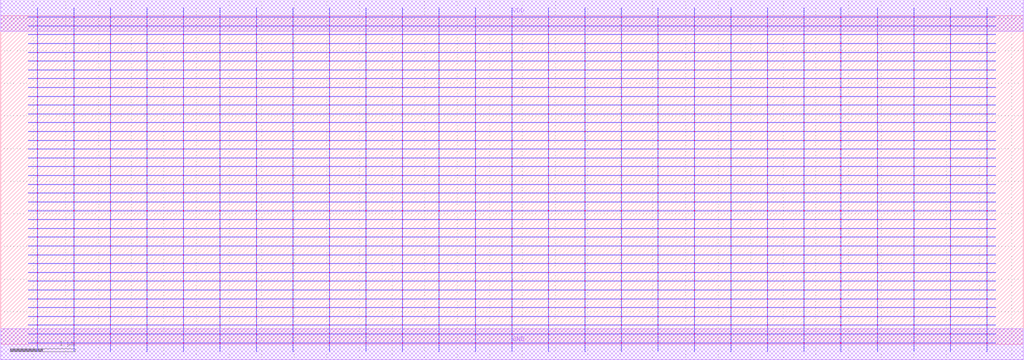
<source format=lef>
MACRO AAAOAI33311
 CLASS CORE ;
 FOREIGN AAAOAI33311 0 0 ;
 SIZE 15.68 BY 5.04 ;
 ORIGIN 0 0 ;
 SYMMETRY X Y R90 ;
 SITE unit ;
  PIN VDD
   DIRECTION INOUT ;
   USE POWER ;
   SHAPE ABUTMENT ;
    PORT
     CLASS CORE ;
       LAYER met1 ;
        RECT 0.00000000 4.80000000 15.68000000 5.28000000 ;
    END
  END VDD

  PIN GND
   DIRECTION INOUT ;
   USE POWER ;
   SHAPE ABUTMENT ;
    PORT
     CLASS CORE ;
       LAYER met1 ;
        RECT 0.00000000 -0.24000000 15.68000000 0.24000000 ;
    END
  END GND

 OBS
    LAYER polycont ;
     RECT 1.11600000 2.58300000 1.12400000 2.59100000 ;
     RECT 2.23600000 2.58300000 2.24400000 2.59100000 ;
     RECT 3.35600000 2.58300000 3.36400000 2.59100000 ;
     RECT 4.47600000 2.58300000 4.48400000 2.59100000 ;
     RECT 6.71600000 2.58300000 6.72400000 2.59100000 ;
     RECT 7.83600000 2.58300000 7.84400000 2.59100000 ;
     RECT 8.95600000 2.58300000 8.96400000 2.59100000 ;
     RECT 10.07600000 2.58300000 10.08400000 2.59100000 ;
     RECT 12.31600000 2.58300000 12.32400000 2.59100000 ;
     RECT 13.43600000 2.58300000 13.44400000 2.59100000 ;
     RECT 14.55600000 2.58300000 14.56400000 2.59100000 ;
     RECT 1.11600000 2.98800000 1.12400000 2.99600000 ;
     RECT 3.35600000 2.98800000 3.36400000 2.99600000 ;
     RECT 4.47600000 2.98800000 4.48400000 2.99600000 ;
     RECT 5.59600000 2.98800000 5.60400000 2.99600000 ;
     RECT 6.71600000 2.98800000 6.72400000 2.99600000 ;
     RECT 7.83600000 2.98800000 7.84400000 2.99600000 ;
     RECT 8.95600000 2.98800000 8.96400000 2.99600000 ;
     RECT 10.07600000 2.98800000 10.08400000 2.99600000 ;
     RECT 11.19600000 2.98800000 11.20400000 2.99600000 ;
     RECT 12.31600000 2.98800000 12.32400000 2.99600000 ;
     RECT 13.43600000 2.98800000 13.44400000 2.99600000 ;

    LAYER pdiffc ;
     RECT 7.27600000 3.39300000 7.28400000 3.40100000 ;
     RECT 7.27600000 3.52800000 7.28400000 3.53600000 ;
     RECT 7.27600000 3.66300000 7.28400000 3.67100000 ;
     RECT 7.27600000 3.79800000 7.28400000 3.80600000 ;
     RECT 7.27600000 3.93300000 7.28400000 3.94100000 ;
     RECT 7.27600000 4.06800000 7.28400000 4.07600000 ;
     RECT 7.27600000 4.20300000 7.28400000 4.21100000 ;
     RECT 7.27600000 4.33800000 7.28400000 4.34600000 ;
     RECT 7.27600000 4.47300000 7.28400000 4.48100000 ;
     RECT 7.27600000 4.60800000 7.28400000 4.61600000 ;
     RECT 10.63600000 3.52800000 10.64400000 3.53600000 ;
     RECT 11.75600000 3.52800000 11.76400000 3.53600000 ;
     RECT 12.87600000 3.52800000 12.88400000 3.53600000 ;
     RECT 13.99600000 3.52800000 14.00400000 3.53600000 ;
     RECT 9.51600000 3.39300000 9.52400000 3.40100000 ;
     RECT 8.39600000 3.66300000 8.40400000 3.67100000 ;
     RECT 9.51600000 3.66300000 9.52400000 3.67100000 ;
     RECT 10.63600000 3.66300000 10.64400000 3.67100000 ;
     RECT 11.75600000 3.66300000 11.76400000 3.67100000 ;
     RECT 12.87600000 3.66300000 12.88400000 3.67100000 ;
     RECT 13.99600000 3.66300000 14.00400000 3.67100000 ;
     RECT 10.63600000 3.39300000 10.64400000 3.40100000 ;
     RECT 8.39600000 3.79800000 8.40400000 3.80600000 ;
     RECT 9.51600000 3.79800000 9.52400000 3.80600000 ;
     RECT 10.63600000 3.79800000 10.64400000 3.80600000 ;
     RECT 11.75600000 3.79800000 11.76400000 3.80600000 ;
     RECT 12.87600000 3.79800000 12.88400000 3.80600000 ;
     RECT 13.99600000 3.79800000 14.00400000 3.80600000 ;
     RECT 11.75600000 3.39300000 11.76400000 3.40100000 ;
     RECT 8.39600000 3.93300000 8.40400000 3.94100000 ;
     RECT 9.51600000 3.93300000 9.52400000 3.94100000 ;
     RECT 10.63600000 3.93300000 10.64400000 3.94100000 ;
     RECT 11.75600000 3.93300000 11.76400000 3.94100000 ;
     RECT 12.87600000 3.93300000 12.88400000 3.94100000 ;
     RECT 13.99600000 3.93300000 14.00400000 3.94100000 ;
     RECT 12.87600000 3.39300000 12.88400000 3.40100000 ;
     RECT 8.39600000 4.06800000 8.40400000 4.07600000 ;
     RECT 9.51600000 4.06800000 9.52400000 4.07600000 ;
     RECT 10.63600000 4.06800000 10.64400000 4.07600000 ;
     RECT 11.75600000 4.06800000 11.76400000 4.07600000 ;
     RECT 12.87600000 4.06800000 12.88400000 4.07600000 ;
     RECT 13.99600000 4.06800000 14.00400000 4.07600000 ;
     RECT 13.99600000 3.39300000 14.00400000 3.40100000 ;
     RECT 8.39600000 4.20300000 8.40400000 4.21100000 ;
     RECT 9.51600000 4.20300000 9.52400000 4.21100000 ;
     RECT 10.63600000 4.20300000 10.64400000 4.21100000 ;
     RECT 11.75600000 4.20300000 11.76400000 4.21100000 ;
     RECT 12.87600000 4.20300000 12.88400000 4.21100000 ;
     RECT 13.99600000 4.20300000 14.00400000 4.21100000 ;
     RECT 8.39600000 3.39300000 8.40400000 3.40100000 ;
     RECT 8.39600000 4.33800000 8.40400000 4.34600000 ;
     RECT 9.51600000 4.33800000 9.52400000 4.34600000 ;
     RECT 10.63600000 4.33800000 10.64400000 4.34600000 ;
     RECT 11.75600000 4.33800000 11.76400000 4.34600000 ;
     RECT 12.87600000 4.33800000 12.88400000 4.34600000 ;
     RECT 13.99600000 4.33800000 14.00400000 4.34600000 ;
     RECT 8.39600000 3.52800000 8.40400000 3.53600000 ;
     RECT 8.39600000 4.47300000 8.40400000 4.48100000 ;
     RECT 9.51600000 4.47300000 9.52400000 4.48100000 ;
     RECT 10.63600000 4.47300000 10.64400000 4.48100000 ;
     RECT 11.75600000 4.47300000 11.76400000 4.48100000 ;
     RECT 12.87600000 4.47300000 12.88400000 4.48100000 ;
     RECT 13.99600000 4.47300000 14.00400000 4.48100000 ;
     RECT 9.51600000 3.52800000 9.52400000 3.53600000 ;
     RECT 8.39600000 4.60800000 8.40400000 4.61600000 ;
     RECT 9.51600000 4.60800000 9.52400000 4.61600000 ;
     RECT 10.63600000 4.60800000 10.64400000 4.61600000 ;
     RECT 11.75600000 4.60800000 11.76400000 4.61600000 ;
     RECT 12.87600000 4.60800000 12.88400000 4.61600000 ;
     RECT 13.99600000 4.60800000 14.00400000 4.61600000 ;
     RECT 6.15600000 4.06800000 6.16400000 4.07600000 ;
     RECT 5.03600000 3.52800000 5.04400000 3.53600000 ;
     RECT 6.15600000 3.52800000 6.16400000 3.53600000 ;
     RECT 1.67600000 3.39300000 1.68400000 3.40100000 ;
     RECT 2.79600000 3.39300000 2.80400000 3.40100000 ;
     RECT 0.55600000 3.79800000 0.56400000 3.80600000 ;
     RECT 1.67600000 3.79800000 1.68400000 3.80600000 ;
     RECT 2.79600000 3.79800000 2.80400000 3.80600000 ;
     RECT 0.55600000 4.20300000 0.56400000 4.21100000 ;
     RECT 1.67600000 4.20300000 1.68400000 4.21100000 ;
     RECT 2.79600000 4.20300000 2.80400000 4.21100000 ;
     RECT 3.91600000 4.20300000 3.92400000 4.21100000 ;
     RECT 5.03600000 4.20300000 5.04400000 4.21100000 ;
     RECT 6.15600000 4.20300000 6.16400000 4.21100000 ;
     RECT 3.91600000 3.79800000 3.92400000 3.80600000 ;
     RECT 5.03600000 3.79800000 5.04400000 3.80600000 ;
     RECT 6.15600000 3.79800000 6.16400000 3.80600000 ;
     RECT 3.91600000 3.39300000 3.92400000 3.40100000 ;
     RECT 5.03600000 3.39300000 5.04400000 3.40100000 ;
     RECT 6.15600000 3.39300000 6.16400000 3.40100000 ;
     RECT 0.55600000 3.39300000 0.56400000 3.40100000 ;
     RECT 0.55600000 4.33800000 0.56400000 4.34600000 ;
     RECT 1.67600000 4.33800000 1.68400000 4.34600000 ;
     RECT 2.79600000 4.33800000 2.80400000 4.34600000 ;
     RECT 3.91600000 4.33800000 3.92400000 4.34600000 ;
     RECT 5.03600000 4.33800000 5.04400000 4.34600000 ;
     RECT 6.15600000 4.33800000 6.16400000 4.34600000 ;
     RECT 0.55600000 3.52800000 0.56400000 3.53600000 ;
     RECT 0.55600000 3.66300000 0.56400000 3.67100000 ;
     RECT 1.67600000 3.66300000 1.68400000 3.67100000 ;
     RECT 0.55600000 3.93300000 0.56400000 3.94100000 ;
     RECT 1.67600000 3.93300000 1.68400000 3.94100000 ;
     RECT 2.79600000 3.93300000 2.80400000 3.94100000 ;
     RECT 3.91600000 3.93300000 3.92400000 3.94100000 ;
     RECT 0.55600000 4.47300000 0.56400000 4.48100000 ;
     RECT 1.67600000 4.47300000 1.68400000 4.48100000 ;
     RECT 2.79600000 4.47300000 2.80400000 4.48100000 ;
     RECT 3.91600000 4.47300000 3.92400000 4.48100000 ;
     RECT 5.03600000 4.47300000 5.04400000 4.48100000 ;
     RECT 6.15600000 4.47300000 6.16400000 4.48100000 ;
     RECT 5.03600000 3.93300000 5.04400000 3.94100000 ;
     RECT 6.15600000 3.93300000 6.16400000 3.94100000 ;
     RECT 2.79600000 3.66300000 2.80400000 3.67100000 ;
     RECT 3.91600000 3.66300000 3.92400000 3.67100000 ;
     RECT 5.03600000 3.66300000 5.04400000 3.67100000 ;
     RECT 6.15600000 3.66300000 6.16400000 3.67100000 ;
     RECT 1.67600000 3.52800000 1.68400000 3.53600000 ;
     RECT 0.55600000 4.60800000 0.56400000 4.61600000 ;
     RECT 1.67600000 4.60800000 1.68400000 4.61600000 ;
     RECT 2.79600000 4.60800000 2.80400000 4.61600000 ;
     RECT 3.91600000 4.60800000 3.92400000 4.61600000 ;
     RECT 5.03600000 4.60800000 5.04400000 4.61600000 ;
     RECT 6.15600000 4.60800000 6.16400000 4.61600000 ;
     RECT 2.79600000 3.52800000 2.80400000 3.53600000 ;
     RECT 3.91600000 3.52800000 3.92400000 3.53600000 ;
     RECT 0.55600000 4.06800000 0.56400000 4.07600000 ;
     RECT 1.67600000 4.06800000 1.68400000 4.07600000 ;
     RECT 2.79600000 4.06800000 2.80400000 4.07600000 ;
     RECT 3.91600000 4.06800000 3.92400000 4.07600000 ;
     RECT 5.03600000 4.06800000 5.04400000 4.07600000 ;

    LAYER ndiffc ;
     RECT 8.39600000 0.42300000 8.40400000 0.43100000 ;
     RECT 9.51600000 0.42300000 9.52400000 0.43100000 ;
     RECT 10.63600000 0.42300000 10.64400000 0.43100000 ;
     RECT 11.75600000 0.42300000 11.76400000 0.43100000 ;
     RECT 12.87600000 0.42300000 12.88400000 0.43100000 ;
     RECT 13.99600000 0.42300000 14.00400000 0.43100000 ;
     RECT 15.11600000 0.42300000 15.12400000 0.43100000 ;
     RECT 8.39600000 0.55800000 8.40400000 0.56600000 ;
     RECT 9.51600000 0.55800000 9.52400000 0.56600000 ;
     RECT 10.63600000 0.55800000 10.64400000 0.56600000 ;
     RECT 11.75600000 0.55800000 11.76400000 0.56600000 ;
     RECT 12.87600000 0.55800000 12.88400000 0.56600000 ;
     RECT 13.99600000 0.55800000 14.00400000 0.56600000 ;
     RECT 15.11600000 0.55800000 15.12400000 0.56600000 ;
     RECT 8.39600000 0.69300000 8.40400000 0.70100000 ;
     RECT 9.51600000 0.69300000 9.52400000 0.70100000 ;
     RECT 10.63600000 0.69300000 10.64400000 0.70100000 ;
     RECT 11.75600000 0.69300000 11.76400000 0.70100000 ;
     RECT 12.87600000 0.69300000 12.88400000 0.70100000 ;
     RECT 13.99600000 0.69300000 14.00400000 0.70100000 ;
     RECT 15.11600000 0.69300000 15.12400000 0.70100000 ;
     RECT 8.39600000 0.82800000 8.40400000 0.83600000 ;
     RECT 9.51600000 0.82800000 9.52400000 0.83600000 ;
     RECT 10.63600000 0.82800000 10.64400000 0.83600000 ;
     RECT 11.75600000 0.82800000 11.76400000 0.83600000 ;
     RECT 12.87600000 0.82800000 12.88400000 0.83600000 ;
     RECT 13.99600000 0.82800000 14.00400000 0.83600000 ;
     RECT 15.11600000 0.82800000 15.12400000 0.83600000 ;
     RECT 8.39600000 0.96300000 8.40400000 0.97100000 ;
     RECT 9.51600000 0.96300000 9.52400000 0.97100000 ;
     RECT 10.63600000 0.96300000 10.64400000 0.97100000 ;
     RECT 11.75600000 0.96300000 11.76400000 0.97100000 ;
     RECT 12.87600000 0.96300000 12.88400000 0.97100000 ;
     RECT 13.99600000 0.96300000 14.00400000 0.97100000 ;
     RECT 15.11600000 0.96300000 15.12400000 0.97100000 ;
     RECT 8.39600000 1.09800000 8.40400000 1.10600000 ;
     RECT 9.51600000 1.09800000 9.52400000 1.10600000 ;
     RECT 10.63600000 1.09800000 10.64400000 1.10600000 ;
     RECT 11.75600000 1.09800000 11.76400000 1.10600000 ;
     RECT 12.87600000 1.09800000 12.88400000 1.10600000 ;
     RECT 13.99600000 1.09800000 14.00400000 1.10600000 ;
     RECT 15.11600000 1.09800000 15.12400000 1.10600000 ;
     RECT 8.39600000 1.23300000 8.40400000 1.24100000 ;
     RECT 9.51600000 1.23300000 9.52400000 1.24100000 ;
     RECT 10.63600000 1.23300000 10.64400000 1.24100000 ;
     RECT 11.75600000 1.23300000 11.76400000 1.24100000 ;
     RECT 12.87600000 1.23300000 12.88400000 1.24100000 ;
     RECT 13.99600000 1.23300000 14.00400000 1.24100000 ;
     RECT 15.11600000 1.23300000 15.12400000 1.24100000 ;
     RECT 8.39600000 1.36800000 8.40400000 1.37600000 ;
     RECT 9.51600000 1.36800000 9.52400000 1.37600000 ;
     RECT 10.63600000 1.36800000 10.64400000 1.37600000 ;
     RECT 11.75600000 1.36800000 11.76400000 1.37600000 ;
     RECT 12.87600000 1.36800000 12.88400000 1.37600000 ;
     RECT 13.99600000 1.36800000 14.00400000 1.37600000 ;
     RECT 15.11600000 1.36800000 15.12400000 1.37600000 ;
     RECT 8.39600000 1.50300000 8.40400000 1.51100000 ;
     RECT 9.51600000 1.50300000 9.52400000 1.51100000 ;
     RECT 10.63600000 1.50300000 10.64400000 1.51100000 ;
     RECT 11.75600000 1.50300000 11.76400000 1.51100000 ;
     RECT 12.87600000 1.50300000 12.88400000 1.51100000 ;
     RECT 13.99600000 1.50300000 14.00400000 1.51100000 ;
     RECT 15.11600000 1.50300000 15.12400000 1.51100000 ;
     RECT 8.39600000 1.63800000 8.40400000 1.64600000 ;
     RECT 9.51600000 1.63800000 9.52400000 1.64600000 ;
     RECT 10.63600000 1.63800000 10.64400000 1.64600000 ;
     RECT 11.75600000 1.63800000 11.76400000 1.64600000 ;
     RECT 12.87600000 1.63800000 12.88400000 1.64600000 ;
     RECT 13.99600000 1.63800000 14.00400000 1.64600000 ;
     RECT 15.11600000 1.63800000 15.12400000 1.64600000 ;
     RECT 8.39600000 1.77300000 8.40400000 1.78100000 ;
     RECT 9.51600000 1.77300000 9.52400000 1.78100000 ;
     RECT 10.63600000 1.77300000 10.64400000 1.78100000 ;
     RECT 11.75600000 1.77300000 11.76400000 1.78100000 ;
     RECT 12.87600000 1.77300000 12.88400000 1.78100000 ;
     RECT 13.99600000 1.77300000 14.00400000 1.78100000 ;
     RECT 15.11600000 1.77300000 15.12400000 1.78100000 ;
     RECT 8.39600000 1.90800000 8.40400000 1.91600000 ;
     RECT 9.51600000 1.90800000 9.52400000 1.91600000 ;
     RECT 10.63600000 1.90800000 10.64400000 1.91600000 ;
     RECT 11.75600000 1.90800000 11.76400000 1.91600000 ;
     RECT 12.87600000 1.90800000 12.88400000 1.91600000 ;
     RECT 13.99600000 1.90800000 14.00400000 1.91600000 ;
     RECT 15.11600000 1.90800000 15.12400000 1.91600000 ;
     RECT 8.39600000 2.04300000 8.40400000 2.05100000 ;
     RECT 9.51600000 2.04300000 9.52400000 2.05100000 ;
     RECT 10.63600000 2.04300000 10.64400000 2.05100000 ;
     RECT 11.75600000 2.04300000 11.76400000 2.05100000 ;
     RECT 12.87600000 2.04300000 12.88400000 2.05100000 ;
     RECT 13.99600000 2.04300000 14.00400000 2.05100000 ;
     RECT 15.11600000 2.04300000 15.12400000 2.05100000 ;
     RECT 0.55600000 0.82800000 0.56400000 0.83600000 ;
     RECT 1.67600000 0.82800000 1.68400000 0.83600000 ;
     RECT 2.79600000 0.82800000 2.80400000 0.83600000 ;
     RECT 3.91600000 0.82800000 3.92400000 0.83600000 ;
     RECT 5.03600000 0.82800000 5.04400000 0.83600000 ;
     RECT 6.15600000 0.82800000 6.16400000 0.83600000 ;
     RECT 7.27600000 0.82800000 7.28400000 0.83600000 ;
     RECT 0.55600000 1.36800000 0.56400000 1.37600000 ;
     RECT 1.67600000 1.36800000 1.68400000 1.37600000 ;
     RECT 2.79600000 1.36800000 2.80400000 1.37600000 ;
     RECT 3.91600000 1.36800000 3.92400000 1.37600000 ;
     RECT 5.03600000 1.36800000 5.04400000 1.37600000 ;
     RECT 6.15600000 1.36800000 6.16400000 1.37600000 ;
     RECT 7.27600000 1.36800000 7.28400000 1.37600000 ;
     RECT 0.55600000 0.42300000 0.56400000 0.43100000 ;
     RECT 1.67600000 0.42300000 1.68400000 0.43100000 ;
     RECT 2.79600000 0.42300000 2.80400000 0.43100000 ;
     RECT 3.91600000 0.42300000 3.92400000 0.43100000 ;
     RECT 5.03600000 0.42300000 5.04400000 0.43100000 ;
     RECT 6.15600000 0.42300000 6.16400000 0.43100000 ;
     RECT 7.27600000 0.42300000 7.28400000 0.43100000 ;
     RECT 0.55600000 1.50300000 0.56400000 1.51100000 ;
     RECT 1.67600000 1.50300000 1.68400000 1.51100000 ;
     RECT 2.79600000 1.50300000 2.80400000 1.51100000 ;
     RECT 3.91600000 1.50300000 3.92400000 1.51100000 ;
     RECT 5.03600000 1.50300000 5.04400000 1.51100000 ;
     RECT 6.15600000 1.50300000 6.16400000 1.51100000 ;
     RECT 7.27600000 1.50300000 7.28400000 1.51100000 ;
     RECT 0.55600000 0.96300000 0.56400000 0.97100000 ;
     RECT 1.67600000 0.96300000 1.68400000 0.97100000 ;
     RECT 2.79600000 0.96300000 2.80400000 0.97100000 ;
     RECT 3.91600000 0.96300000 3.92400000 0.97100000 ;
     RECT 5.03600000 0.96300000 5.04400000 0.97100000 ;
     RECT 6.15600000 0.96300000 6.16400000 0.97100000 ;
     RECT 7.27600000 0.96300000 7.28400000 0.97100000 ;
     RECT 0.55600000 1.63800000 0.56400000 1.64600000 ;
     RECT 1.67600000 1.63800000 1.68400000 1.64600000 ;
     RECT 2.79600000 1.63800000 2.80400000 1.64600000 ;
     RECT 3.91600000 1.63800000 3.92400000 1.64600000 ;
     RECT 5.03600000 1.63800000 5.04400000 1.64600000 ;
     RECT 6.15600000 1.63800000 6.16400000 1.64600000 ;
     RECT 7.27600000 1.63800000 7.28400000 1.64600000 ;
     RECT 0.55600000 0.69300000 0.56400000 0.70100000 ;
     RECT 1.67600000 0.69300000 1.68400000 0.70100000 ;
     RECT 2.79600000 0.69300000 2.80400000 0.70100000 ;
     RECT 3.91600000 0.69300000 3.92400000 0.70100000 ;
     RECT 5.03600000 0.69300000 5.04400000 0.70100000 ;
     RECT 6.15600000 0.69300000 6.16400000 0.70100000 ;
     RECT 7.27600000 0.69300000 7.28400000 0.70100000 ;
     RECT 0.55600000 1.77300000 0.56400000 1.78100000 ;
     RECT 1.67600000 1.77300000 1.68400000 1.78100000 ;
     RECT 2.79600000 1.77300000 2.80400000 1.78100000 ;
     RECT 3.91600000 1.77300000 3.92400000 1.78100000 ;
     RECT 5.03600000 1.77300000 5.04400000 1.78100000 ;
     RECT 6.15600000 1.77300000 6.16400000 1.78100000 ;
     RECT 7.27600000 1.77300000 7.28400000 1.78100000 ;
     RECT 0.55600000 1.09800000 0.56400000 1.10600000 ;
     RECT 1.67600000 1.09800000 1.68400000 1.10600000 ;
     RECT 2.79600000 1.09800000 2.80400000 1.10600000 ;
     RECT 3.91600000 1.09800000 3.92400000 1.10600000 ;
     RECT 5.03600000 1.09800000 5.04400000 1.10600000 ;
     RECT 6.15600000 1.09800000 6.16400000 1.10600000 ;
     RECT 7.27600000 1.09800000 7.28400000 1.10600000 ;
     RECT 0.55600000 1.90800000 0.56400000 1.91600000 ;
     RECT 1.67600000 1.90800000 1.68400000 1.91600000 ;
     RECT 2.79600000 1.90800000 2.80400000 1.91600000 ;
     RECT 3.91600000 1.90800000 3.92400000 1.91600000 ;
     RECT 5.03600000 1.90800000 5.04400000 1.91600000 ;
     RECT 6.15600000 1.90800000 6.16400000 1.91600000 ;
     RECT 7.27600000 1.90800000 7.28400000 1.91600000 ;
     RECT 0.55600000 0.55800000 0.56400000 0.56600000 ;
     RECT 1.67600000 0.55800000 1.68400000 0.56600000 ;
     RECT 2.79600000 0.55800000 2.80400000 0.56600000 ;
     RECT 3.91600000 0.55800000 3.92400000 0.56600000 ;
     RECT 5.03600000 0.55800000 5.04400000 0.56600000 ;
     RECT 6.15600000 0.55800000 6.16400000 0.56600000 ;
     RECT 7.27600000 0.55800000 7.28400000 0.56600000 ;
     RECT 0.55600000 2.04300000 0.56400000 2.05100000 ;
     RECT 1.67600000 2.04300000 1.68400000 2.05100000 ;
     RECT 2.79600000 2.04300000 2.80400000 2.05100000 ;
     RECT 3.91600000 2.04300000 3.92400000 2.05100000 ;
     RECT 5.03600000 2.04300000 5.04400000 2.05100000 ;
     RECT 6.15600000 2.04300000 6.16400000 2.05100000 ;
     RECT 7.27600000 2.04300000 7.28400000 2.05100000 ;
     RECT 0.55600000 1.23300000 0.56400000 1.24100000 ;
     RECT 1.67600000 1.23300000 1.68400000 1.24100000 ;
     RECT 2.79600000 1.23300000 2.80400000 1.24100000 ;
     RECT 3.91600000 1.23300000 3.92400000 1.24100000 ;
     RECT 5.03600000 1.23300000 5.04400000 1.24100000 ;
     RECT 6.15600000 1.23300000 6.16400000 1.24100000 ;
     RECT 7.27600000 1.23300000 7.28400000 1.24100000 ;

    LAYER met1 ;
     RECT 0.00000000 -0.24000000 15.68000000 0.24000000 ;
     RECT 7.83600000 0.24000000 7.84400000 0.28800000 ;
     RECT 0.44500000 0.28800000 15.23500000 0.29600000 ;
     RECT 7.83600000 0.29600000 7.84400000 0.42300000 ;
     RECT 0.44500000 0.42300000 15.23500000 0.43100000 ;
     RECT 7.83600000 0.43100000 7.84400000 0.55800000 ;
     RECT 0.44500000 0.55800000 15.23500000 0.56600000 ;
     RECT 7.83600000 0.56600000 7.84400000 0.69300000 ;
     RECT 0.44500000 0.69300000 15.23500000 0.70100000 ;
     RECT 7.83600000 0.70100000 7.84400000 0.82800000 ;
     RECT 0.44500000 0.82800000 15.23500000 0.83600000 ;
     RECT 7.83600000 0.83600000 7.84400000 0.96300000 ;
     RECT 0.44500000 0.96300000 15.23500000 0.97100000 ;
     RECT 7.83600000 0.97100000 7.84400000 1.09800000 ;
     RECT 0.44500000 1.09800000 15.23500000 1.10600000 ;
     RECT 7.83600000 1.10600000 7.84400000 1.23300000 ;
     RECT 0.44500000 1.23300000 15.23500000 1.24100000 ;
     RECT 7.83600000 1.24100000 7.84400000 1.36800000 ;
     RECT 0.44500000 1.36800000 15.23500000 1.37600000 ;
     RECT 7.83600000 1.37600000 7.84400000 1.50300000 ;
     RECT 0.44500000 1.50300000 15.23500000 1.51100000 ;
     RECT 7.83600000 1.51100000 7.84400000 1.63800000 ;
     RECT 0.44500000 1.63800000 15.23500000 1.64600000 ;
     RECT 7.83600000 1.64600000 7.84400000 1.77300000 ;
     RECT 0.44500000 1.77300000 15.23500000 1.78100000 ;
     RECT 7.83600000 1.78100000 7.84400000 1.90800000 ;
     RECT 0.44500000 1.90800000 15.23500000 1.91600000 ;
     RECT 7.83600000 1.91600000 7.84400000 2.04300000 ;
     RECT 0.44500000 2.04300000 15.23500000 2.05100000 ;
     RECT 7.83600000 2.05100000 7.84400000 2.17800000 ;
     RECT 0.44500000 2.17800000 15.23500000 2.18600000 ;
     RECT 7.83600000 2.18600000 7.84400000 2.31300000 ;
     RECT 0.44500000 2.31300000 15.23500000 2.32100000 ;
     RECT 7.83600000 2.32100000 7.84400000 2.44800000 ;
     RECT 0.44500000 2.44800000 15.23500000 2.45600000 ;
     RECT 0.55600000 2.45600000 0.56400000 2.58300000 ;
     RECT 1.11600000 2.45600000 1.12400000 2.58300000 ;
     RECT 1.67600000 2.45600000 1.68400000 2.58300000 ;
     RECT 2.23600000 2.45600000 2.24400000 2.58300000 ;
     RECT 2.79600000 2.45600000 2.80400000 2.58300000 ;
     RECT 3.35600000 2.45600000 3.36400000 2.58300000 ;
     RECT 3.91600000 2.45600000 3.92400000 2.58300000 ;
     RECT 4.47600000 2.45600000 4.48400000 2.58300000 ;
     RECT 5.03600000 2.45600000 5.04400000 2.58300000 ;
     RECT 5.59600000 2.45600000 5.60400000 2.58300000 ;
     RECT 6.15600000 2.45600000 6.16400000 2.58300000 ;
     RECT 6.71600000 2.45600000 6.72400000 2.58300000 ;
     RECT 7.27600000 2.45600000 7.28400000 2.58300000 ;
     RECT 7.83600000 2.45600000 7.84400000 2.58300000 ;
     RECT 8.39600000 2.45600000 8.40400000 2.58300000 ;
     RECT 8.95600000 2.45600000 8.96400000 2.58300000 ;
     RECT 9.51600000 2.45600000 9.52400000 2.58300000 ;
     RECT 10.07600000 2.45600000 10.08400000 2.58300000 ;
     RECT 10.63600000 2.45600000 10.64400000 2.58300000 ;
     RECT 11.19600000 2.45600000 11.20400000 2.58300000 ;
     RECT 11.75600000 2.45600000 11.76400000 2.58300000 ;
     RECT 12.31600000 2.45600000 12.32400000 2.58300000 ;
     RECT 12.87600000 2.45600000 12.88400000 2.58300000 ;
     RECT 13.43600000 2.45600000 13.44400000 2.58300000 ;
     RECT 13.99600000 2.45600000 14.00400000 2.58300000 ;
     RECT 14.55600000 2.45600000 14.56400000 2.58300000 ;
     RECT 15.11600000 2.45600000 15.12400000 2.58300000 ;
     RECT 0.44500000 2.58300000 15.23500000 2.59100000 ;
     RECT 7.83600000 2.59100000 7.84400000 2.71800000 ;
     RECT 0.44500000 2.71800000 15.23500000 2.72600000 ;
     RECT 7.83600000 2.72600000 7.84400000 2.85300000 ;
     RECT 0.44500000 2.85300000 15.23500000 2.86100000 ;
     RECT 7.83600000 2.86100000 7.84400000 2.98800000 ;
     RECT 0.44500000 2.98800000 15.23500000 2.99600000 ;
     RECT 7.83600000 2.99600000 7.84400000 3.12300000 ;
     RECT 0.44500000 3.12300000 15.23500000 3.13100000 ;
     RECT 7.83600000 3.13100000 7.84400000 3.25800000 ;
     RECT 0.44500000 3.25800000 15.23500000 3.26600000 ;
     RECT 7.83600000 3.26600000 7.84400000 3.39300000 ;
     RECT 0.44500000 3.39300000 15.23500000 3.40100000 ;
     RECT 7.83600000 3.40100000 7.84400000 3.52800000 ;
     RECT 0.44500000 3.52800000 15.23500000 3.53600000 ;
     RECT 7.83600000 3.53600000 7.84400000 3.66300000 ;
     RECT 0.44500000 3.66300000 15.23500000 3.67100000 ;
     RECT 7.83600000 3.67100000 7.84400000 3.79800000 ;
     RECT 0.44500000 3.79800000 15.23500000 3.80600000 ;
     RECT 7.83600000 3.80600000 7.84400000 3.93300000 ;
     RECT 0.44500000 3.93300000 15.23500000 3.94100000 ;
     RECT 7.83600000 3.94100000 7.84400000 4.06800000 ;
     RECT 0.44500000 4.06800000 15.23500000 4.07600000 ;
     RECT 7.83600000 4.07600000 7.84400000 4.20300000 ;
     RECT 0.44500000 4.20300000 15.23500000 4.21100000 ;
     RECT 7.83600000 4.21100000 7.84400000 4.33800000 ;
     RECT 0.44500000 4.33800000 15.23500000 4.34600000 ;
     RECT 7.83600000 4.34600000 7.84400000 4.47300000 ;
     RECT 0.44500000 4.47300000 15.23500000 4.48100000 ;
     RECT 7.83600000 4.48100000 7.84400000 4.60800000 ;
     RECT 0.44500000 4.60800000 15.23500000 4.61600000 ;
     RECT 7.83600000 4.61600000 7.84400000 4.74300000 ;
     RECT 0.44500000 4.74300000 15.23500000 4.75100000 ;
     RECT 7.83600000 4.75100000 7.84400000 4.80000000 ;
     RECT 0.00000000 4.80000000 15.68000000 5.28000000 ;
     RECT 11.75600000 2.86100000 11.76400000 2.98800000 ;
     RECT 11.75600000 2.99600000 11.76400000 3.12300000 ;
     RECT 11.75600000 2.59100000 11.76400000 2.71800000 ;
     RECT 11.75600000 3.13100000 11.76400000 3.25800000 ;
     RECT 11.75600000 3.26600000 11.76400000 3.39300000 ;
     RECT 11.75600000 3.40100000 11.76400000 3.52800000 ;
     RECT 11.75600000 3.53600000 11.76400000 3.66300000 ;
     RECT 11.75600000 3.67100000 11.76400000 3.79800000 ;
     RECT 8.39600000 3.80600000 8.40400000 3.93300000 ;
     RECT 8.95600000 3.80600000 8.96400000 3.93300000 ;
     RECT 9.51600000 3.80600000 9.52400000 3.93300000 ;
     RECT 10.07600000 3.80600000 10.08400000 3.93300000 ;
     RECT 10.63600000 3.80600000 10.64400000 3.93300000 ;
     RECT 11.19600000 3.80600000 11.20400000 3.93300000 ;
     RECT 11.75600000 3.80600000 11.76400000 3.93300000 ;
     RECT 12.31600000 3.80600000 12.32400000 3.93300000 ;
     RECT 12.87600000 3.80600000 12.88400000 3.93300000 ;
     RECT 13.43600000 3.80600000 13.44400000 3.93300000 ;
     RECT 13.99600000 3.80600000 14.00400000 3.93300000 ;
     RECT 14.55600000 3.80600000 14.56400000 3.93300000 ;
     RECT 15.11600000 3.80600000 15.12400000 3.93300000 ;
     RECT 11.75600000 3.94100000 11.76400000 4.06800000 ;
     RECT 11.75600000 2.72600000 11.76400000 2.85300000 ;
     RECT 11.75600000 4.07600000 11.76400000 4.20300000 ;
     RECT 11.75600000 4.21100000 11.76400000 4.33800000 ;
     RECT 11.75600000 4.34600000 11.76400000 4.47300000 ;
     RECT 11.75600000 4.48100000 11.76400000 4.60800000 ;
     RECT 11.75600000 4.61600000 11.76400000 4.74300000 ;
     RECT 11.75600000 4.75100000 11.76400000 4.80000000 ;
     RECT 12.87600000 3.94100000 12.88400000 4.06800000 ;
     RECT 12.31600000 4.07600000 12.32400000 4.20300000 ;
     RECT 12.87600000 4.07600000 12.88400000 4.20300000 ;
     RECT 13.43600000 4.07600000 13.44400000 4.20300000 ;
     RECT 13.99600000 4.07600000 14.00400000 4.20300000 ;
     RECT 14.55600000 4.07600000 14.56400000 4.20300000 ;
     RECT 15.11600000 4.07600000 15.12400000 4.20300000 ;
     RECT 13.43600000 3.94100000 13.44400000 4.06800000 ;
     RECT 12.31600000 4.21100000 12.32400000 4.33800000 ;
     RECT 12.87600000 4.21100000 12.88400000 4.33800000 ;
     RECT 13.43600000 4.21100000 13.44400000 4.33800000 ;
     RECT 13.99600000 4.21100000 14.00400000 4.33800000 ;
     RECT 14.55600000 4.21100000 14.56400000 4.33800000 ;
     RECT 15.11600000 4.21100000 15.12400000 4.33800000 ;
     RECT 13.99600000 3.94100000 14.00400000 4.06800000 ;
     RECT 12.31600000 4.34600000 12.32400000 4.47300000 ;
     RECT 12.87600000 4.34600000 12.88400000 4.47300000 ;
     RECT 13.43600000 4.34600000 13.44400000 4.47300000 ;
     RECT 13.99600000 4.34600000 14.00400000 4.47300000 ;
     RECT 14.55600000 4.34600000 14.56400000 4.47300000 ;
     RECT 15.11600000 4.34600000 15.12400000 4.47300000 ;
     RECT 14.55600000 3.94100000 14.56400000 4.06800000 ;
     RECT 12.31600000 4.48100000 12.32400000 4.60800000 ;
     RECT 12.87600000 4.48100000 12.88400000 4.60800000 ;
     RECT 13.43600000 4.48100000 13.44400000 4.60800000 ;
     RECT 13.99600000 4.48100000 14.00400000 4.60800000 ;
     RECT 14.55600000 4.48100000 14.56400000 4.60800000 ;
     RECT 15.11600000 4.48100000 15.12400000 4.60800000 ;
     RECT 15.11600000 3.94100000 15.12400000 4.06800000 ;
     RECT 12.31600000 4.61600000 12.32400000 4.74300000 ;
     RECT 12.87600000 4.61600000 12.88400000 4.74300000 ;
     RECT 13.43600000 4.61600000 13.44400000 4.74300000 ;
     RECT 13.99600000 4.61600000 14.00400000 4.74300000 ;
     RECT 14.55600000 4.61600000 14.56400000 4.74300000 ;
     RECT 15.11600000 4.61600000 15.12400000 4.74300000 ;
     RECT 12.31600000 3.94100000 12.32400000 4.06800000 ;
     RECT 12.31600000 4.75100000 12.32400000 4.80000000 ;
     RECT 12.87600000 4.75100000 12.88400000 4.80000000 ;
     RECT 13.43600000 4.75100000 13.44400000 4.80000000 ;
     RECT 13.99600000 4.75100000 14.00400000 4.80000000 ;
     RECT 14.55600000 4.75100000 14.56400000 4.80000000 ;
     RECT 15.11600000 4.75100000 15.12400000 4.80000000 ;
     RECT 8.39600000 4.07600000 8.40400000 4.20300000 ;
     RECT 8.39600000 4.21100000 8.40400000 4.33800000 ;
     RECT 8.95600000 4.21100000 8.96400000 4.33800000 ;
     RECT 8.39600000 4.48100000 8.40400000 4.60800000 ;
     RECT 8.95600000 4.48100000 8.96400000 4.60800000 ;
     RECT 9.51600000 4.48100000 9.52400000 4.60800000 ;
     RECT 10.07600000 4.48100000 10.08400000 4.60800000 ;
     RECT 10.63600000 4.48100000 10.64400000 4.60800000 ;
     RECT 11.19600000 4.48100000 11.20400000 4.60800000 ;
     RECT 9.51600000 4.21100000 9.52400000 4.33800000 ;
     RECT 10.07600000 4.21100000 10.08400000 4.33800000 ;
     RECT 10.63600000 4.21100000 10.64400000 4.33800000 ;
     RECT 11.19600000 4.21100000 11.20400000 4.33800000 ;
     RECT 8.95600000 4.07600000 8.96400000 4.20300000 ;
     RECT 9.51600000 4.07600000 9.52400000 4.20300000 ;
     RECT 10.07600000 4.07600000 10.08400000 4.20300000 ;
     RECT 8.39600000 4.61600000 8.40400000 4.74300000 ;
     RECT 8.95600000 4.61600000 8.96400000 4.74300000 ;
     RECT 9.51600000 4.61600000 9.52400000 4.74300000 ;
     RECT 10.07600000 4.61600000 10.08400000 4.74300000 ;
     RECT 10.63600000 4.61600000 10.64400000 4.74300000 ;
     RECT 11.19600000 4.61600000 11.20400000 4.74300000 ;
     RECT 10.63600000 4.07600000 10.64400000 4.20300000 ;
     RECT 11.19600000 4.07600000 11.20400000 4.20300000 ;
     RECT 9.51600000 3.94100000 9.52400000 4.06800000 ;
     RECT 10.07600000 3.94100000 10.08400000 4.06800000 ;
     RECT 8.39600000 4.34600000 8.40400000 4.47300000 ;
     RECT 8.95600000 4.34600000 8.96400000 4.47300000 ;
     RECT 9.51600000 4.34600000 9.52400000 4.47300000 ;
     RECT 8.39600000 4.75100000 8.40400000 4.80000000 ;
     RECT 8.95600000 4.75100000 8.96400000 4.80000000 ;
     RECT 9.51600000 4.75100000 9.52400000 4.80000000 ;
     RECT 10.07600000 4.75100000 10.08400000 4.80000000 ;
     RECT 10.63600000 4.75100000 10.64400000 4.80000000 ;
     RECT 11.19600000 4.75100000 11.20400000 4.80000000 ;
     RECT 10.07600000 4.34600000 10.08400000 4.47300000 ;
     RECT 10.63600000 4.34600000 10.64400000 4.47300000 ;
     RECT 11.19600000 4.34600000 11.20400000 4.47300000 ;
     RECT 10.63600000 3.94100000 10.64400000 4.06800000 ;
     RECT 11.19600000 3.94100000 11.20400000 4.06800000 ;
     RECT 8.39600000 3.94100000 8.40400000 4.06800000 ;
     RECT 8.95600000 3.94100000 8.96400000 4.06800000 ;
     RECT 10.63600000 3.13100000 10.64400000 3.25800000 ;
     RECT 11.19600000 3.13100000 11.20400000 3.25800000 ;
     RECT 10.07600000 2.86100000 10.08400000 2.98800000 ;
     RECT 10.07600000 2.72600000 10.08400000 2.85300000 ;
     RECT 10.63600000 2.72600000 10.64400000 2.85300000 ;
     RECT 8.39600000 3.26600000 8.40400000 3.39300000 ;
     RECT 8.95600000 3.26600000 8.96400000 3.39300000 ;
     RECT 9.51600000 3.26600000 9.52400000 3.39300000 ;
     RECT 10.07600000 3.26600000 10.08400000 3.39300000 ;
     RECT 10.63600000 3.26600000 10.64400000 3.39300000 ;
     RECT 11.19600000 3.26600000 11.20400000 3.39300000 ;
     RECT 10.63600000 2.59100000 10.64400000 2.71800000 ;
     RECT 8.39600000 3.40100000 8.40400000 3.52800000 ;
     RECT 8.95600000 3.40100000 8.96400000 3.52800000 ;
     RECT 9.51600000 3.40100000 9.52400000 3.52800000 ;
     RECT 10.07600000 3.40100000 10.08400000 3.52800000 ;
     RECT 10.63600000 3.40100000 10.64400000 3.52800000 ;
     RECT 11.19600000 3.40100000 11.20400000 3.52800000 ;
     RECT 11.19600000 2.72600000 11.20400000 2.85300000 ;
     RECT 11.19600000 2.59100000 11.20400000 2.71800000 ;
     RECT 8.39600000 2.59100000 8.40400000 2.71800000 ;
     RECT 8.39600000 3.53600000 8.40400000 3.66300000 ;
     RECT 8.95600000 3.53600000 8.96400000 3.66300000 ;
     RECT 9.51600000 2.59100000 9.52400000 2.71800000 ;
     RECT 10.07600000 2.59100000 10.08400000 2.71800000 ;
     RECT 9.51600000 3.53600000 9.52400000 3.66300000 ;
     RECT 10.07600000 3.53600000 10.08400000 3.66300000 ;
     RECT 10.63600000 3.53600000 10.64400000 3.66300000 ;
     RECT 11.19600000 3.53600000 11.20400000 3.66300000 ;
     RECT 8.39600000 2.99600000 8.40400000 3.12300000 ;
     RECT 8.95600000 2.59100000 8.96400000 2.71800000 ;
     RECT 8.39600000 2.72600000 8.40400000 2.85300000 ;
     RECT 8.39600000 3.67100000 8.40400000 3.79800000 ;
     RECT 8.95600000 3.67100000 8.96400000 3.79800000 ;
     RECT 9.51600000 3.67100000 9.52400000 3.79800000 ;
     RECT 10.07600000 3.67100000 10.08400000 3.79800000 ;
     RECT 10.63600000 3.67100000 10.64400000 3.79800000 ;
     RECT 11.19600000 3.67100000 11.20400000 3.79800000 ;
     RECT 8.39600000 2.86100000 8.40400000 2.98800000 ;
     RECT 8.95600000 2.86100000 8.96400000 2.98800000 ;
     RECT 8.95600000 2.99600000 8.96400000 3.12300000 ;
     RECT 8.95600000 2.72600000 8.96400000 2.85300000 ;
     RECT 9.51600000 2.72600000 9.52400000 2.85300000 ;
     RECT 9.51600000 2.99600000 9.52400000 3.12300000 ;
     RECT 10.07600000 2.99600000 10.08400000 3.12300000 ;
     RECT 10.63600000 2.99600000 10.64400000 3.12300000 ;
     RECT 11.19600000 2.99600000 11.20400000 3.12300000 ;
     RECT 10.63600000 2.86100000 10.64400000 2.98800000 ;
     RECT 11.19600000 2.86100000 11.20400000 2.98800000 ;
     RECT 8.39600000 3.13100000 8.40400000 3.25800000 ;
     RECT 8.95600000 3.13100000 8.96400000 3.25800000 ;
     RECT 9.51600000 3.13100000 9.52400000 3.25800000 ;
     RECT 10.07600000 3.13100000 10.08400000 3.25800000 ;
     RECT 9.51600000 2.86100000 9.52400000 2.98800000 ;
     RECT 13.99600000 3.40100000 14.00400000 3.52800000 ;
     RECT 14.55600000 3.40100000 14.56400000 3.52800000 ;
     RECT 15.11600000 3.40100000 15.12400000 3.52800000 ;
     RECT 15.11600000 2.59100000 15.12400000 2.71800000 ;
     RECT 12.87600000 3.13100000 12.88400000 3.25800000 ;
     RECT 13.43600000 3.13100000 13.44400000 3.25800000 ;
     RECT 13.99600000 3.13100000 14.00400000 3.25800000 ;
     RECT 14.55600000 3.13100000 14.56400000 3.25800000 ;
     RECT 14.55600000 2.72600000 14.56400000 2.85300000 ;
     RECT 15.11600000 2.72600000 15.12400000 2.85300000 ;
     RECT 15.11600000 3.13100000 15.12400000 3.25800000 ;
     RECT 12.87600000 2.59100000 12.88400000 2.71800000 ;
     RECT 13.43600000 2.59100000 13.44400000 2.71800000 ;
     RECT 13.43600000 2.99600000 13.44400000 3.12300000 ;
     RECT 12.31600000 3.53600000 12.32400000 3.66300000 ;
     RECT 12.87600000 3.53600000 12.88400000 3.66300000 ;
     RECT 13.43600000 3.53600000 13.44400000 3.66300000 ;
     RECT 13.99600000 3.53600000 14.00400000 3.66300000 ;
     RECT 14.55600000 3.53600000 14.56400000 3.66300000 ;
     RECT 15.11600000 3.53600000 15.12400000 3.66300000 ;
     RECT 13.99600000 2.99600000 14.00400000 3.12300000 ;
     RECT 14.55600000 2.99600000 14.56400000 3.12300000 ;
     RECT 15.11600000 2.99600000 15.12400000 3.12300000 ;
     RECT 13.99600000 2.86100000 14.00400000 2.98800000 ;
     RECT 12.31600000 2.59100000 12.32400000 2.71800000 ;
     RECT 14.55600000 2.86100000 14.56400000 2.98800000 ;
     RECT 12.31600000 3.26600000 12.32400000 3.39300000 ;
     RECT 12.87600000 3.26600000 12.88400000 3.39300000 ;
     RECT 13.43600000 3.26600000 13.44400000 3.39300000 ;
     RECT 12.31600000 3.67100000 12.32400000 3.79800000 ;
     RECT 12.87600000 3.67100000 12.88400000 3.79800000 ;
     RECT 13.43600000 3.67100000 13.44400000 3.79800000 ;
     RECT 12.31600000 2.72600000 12.32400000 2.85300000 ;
     RECT 12.87600000 2.72600000 12.88400000 2.85300000 ;
     RECT 13.99600000 3.67100000 14.00400000 3.79800000 ;
     RECT 14.55600000 3.67100000 14.56400000 3.79800000 ;
     RECT 15.11600000 3.67100000 15.12400000 3.79800000 ;
     RECT 13.99600000 3.26600000 14.00400000 3.39300000 ;
     RECT 14.55600000 3.26600000 14.56400000 3.39300000 ;
     RECT 15.11600000 3.26600000 15.12400000 3.39300000 ;
     RECT 13.99600000 2.59100000 14.00400000 2.71800000 ;
     RECT 14.55600000 2.59100000 14.56400000 2.71800000 ;
     RECT 15.11600000 2.86100000 15.12400000 2.98800000 ;
     RECT 12.31600000 2.86100000 12.32400000 2.98800000 ;
     RECT 12.87600000 2.86100000 12.88400000 2.98800000 ;
     RECT 13.43600000 2.86100000 13.44400000 2.98800000 ;
     RECT 12.31600000 2.99600000 12.32400000 3.12300000 ;
     RECT 13.43600000 2.72600000 13.44400000 2.85300000 ;
     RECT 13.99600000 2.72600000 14.00400000 2.85300000 ;
     RECT 12.87600000 2.99600000 12.88400000 3.12300000 ;
     RECT 12.31600000 3.13100000 12.32400000 3.25800000 ;
     RECT 12.31600000 3.40100000 12.32400000 3.52800000 ;
     RECT 12.87600000 3.40100000 12.88400000 3.52800000 ;
     RECT 13.43600000 3.40100000 13.44400000 3.52800000 ;
     RECT 2.23600000 3.80600000 2.24400000 3.93300000 ;
     RECT 2.79600000 3.80600000 2.80400000 3.93300000 ;
     RECT 3.35600000 3.80600000 3.36400000 3.93300000 ;
     RECT 3.91600000 3.80600000 3.92400000 3.93300000 ;
     RECT 4.47600000 3.80600000 4.48400000 3.93300000 ;
     RECT 5.03600000 3.80600000 5.04400000 3.93300000 ;
     RECT 5.59600000 3.80600000 5.60400000 3.93300000 ;
     RECT 6.15600000 3.80600000 6.16400000 3.93300000 ;
     RECT 6.71600000 3.80600000 6.72400000 3.93300000 ;
     RECT 7.27600000 3.80600000 7.28400000 3.93300000 ;
     RECT 3.91600000 2.72600000 3.92400000 2.85300000 ;
     RECT 3.91600000 3.26600000 3.92400000 3.39300000 ;
     RECT 3.91600000 3.94100000 3.92400000 4.06800000 ;
     RECT 3.91600000 4.07600000 3.92400000 4.20300000 ;
     RECT 3.91600000 3.40100000 3.92400000 3.52800000 ;
     RECT 3.91600000 4.21100000 3.92400000 4.33800000 ;
     RECT 3.91600000 2.99600000 3.92400000 3.12300000 ;
     RECT 3.91600000 2.59100000 3.92400000 2.71800000 ;
     RECT 3.91600000 4.34600000 3.92400000 4.47300000 ;
     RECT 3.91600000 3.53600000 3.92400000 3.66300000 ;
     RECT 3.91600000 4.48100000 3.92400000 4.60800000 ;
     RECT 3.91600000 3.13100000 3.92400000 3.25800000 ;
     RECT 3.91600000 4.61600000 3.92400000 4.74300000 ;
     RECT 3.91600000 3.67100000 3.92400000 3.79800000 ;
     RECT 3.91600000 4.75100000 3.92400000 4.80000000 ;
     RECT 3.91600000 2.86100000 3.92400000 2.98800000 ;
     RECT 0.55600000 3.80600000 0.56400000 3.93300000 ;
     RECT 1.11600000 3.80600000 1.12400000 3.93300000 ;
     RECT 1.67600000 3.80600000 1.68400000 3.93300000 ;
     RECT 5.03600000 4.21100000 5.04400000 4.33800000 ;
     RECT 5.59600000 4.21100000 5.60400000 4.33800000 ;
     RECT 6.15600000 4.21100000 6.16400000 4.33800000 ;
     RECT 6.71600000 4.21100000 6.72400000 4.33800000 ;
     RECT 7.27600000 4.21100000 7.28400000 4.33800000 ;
     RECT 6.15600000 3.94100000 6.16400000 4.06800000 ;
     RECT 6.71600000 3.94100000 6.72400000 4.06800000 ;
     RECT 7.27600000 3.94100000 7.28400000 4.06800000 ;
     RECT 4.47600000 4.34600000 4.48400000 4.47300000 ;
     RECT 5.03600000 4.34600000 5.04400000 4.47300000 ;
     RECT 5.59600000 4.34600000 5.60400000 4.47300000 ;
     RECT 6.15600000 4.34600000 6.16400000 4.47300000 ;
     RECT 6.71600000 4.34600000 6.72400000 4.47300000 ;
     RECT 7.27600000 4.34600000 7.28400000 4.47300000 ;
     RECT 4.47600000 3.94100000 4.48400000 4.06800000 ;
     RECT 4.47600000 4.07600000 4.48400000 4.20300000 ;
     RECT 4.47600000 4.48100000 4.48400000 4.60800000 ;
     RECT 5.03600000 4.48100000 5.04400000 4.60800000 ;
     RECT 5.59600000 4.48100000 5.60400000 4.60800000 ;
     RECT 6.15600000 4.48100000 6.16400000 4.60800000 ;
     RECT 6.71600000 4.48100000 6.72400000 4.60800000 ;
     RECT 7.27600000 4.48100000 7.28400000 4.60800000 ;
     RECT 5.03600000 4.07600000 5.04400000 4.20300000 ;
     RECT 5.59600000 4.07600000 5.60400000 4.20300000 ;
     RECT 4.47600000 4.61600000 4.48400000 4.74300000 ;
     RECT 5.03600000 4.61600000 5.04400000 4.74300000 ;
     RECT 5.59600000 4.61600000 5.60400000 4.74300000 ;
     RECT 6.15600000 4.61600000 6.16400000 4.74300000 ;
     RECT 6.71600000 4.61600000 6.72400000 4.74300000 ;
     RECT 7.27600000 4.61600000 7.28400000 4.74300000 ;
     RECT 6.15600000 4.07600000 6.16400000 4.20300000 ;
     RECT 6.71600000 4.07600000 6.72400000 4.20300000 ;
     RECT 4.47600000 4.75100000 4.48400000 4.80000000 ;
     RECT 5.03600000 4.75100000 5.04400000 4.80000000 ;
     RECT 5.59600000 4.75100000 5.60400000 4.80000000 ;
     RECT 6.15600000 4.75100000 6.16400000 4.80000000 ;
     RECT 6.71600000 4.75100000 6.72400000 4.80000000 ;
     RECT 7.27600000 4.75100000 7.28400000 4.80000000 ;
     RECT 7.27600000 4.07600000 7.28400000 4.20300000 ;
     RECT 5.03600000 3.94100000 5.04400000 4.06800000 ;
     RECT 5.59600000 3.94100000 5.60400000 4.06800000 ;
     RECT 4.47600000 4.21100000 4.48400000 4.33800000 ;
     RECT 2.23600000 4.48100000 2.24400000 4.60800000 ;
     RECT 2.79600000 4.48100000 2.80400000 4.60800000 ;
     RECT 3.35600000 4.48100000 3.36400000 4.60800000 ;
     RECT 3.35600000 4.21100000 3.36400000 4.33800000 ;
     RECT 1.67600000 4.07600000 1.68400000 4.20300000 ;
     RECT 2.23600000 4.07600000 2.24400000 4.20300000 ;
     RECT 2.79600000 4.07600000 2.80400000 4.20300000 ;
     RECT 3.35600000 4.07600000 3.36400000 4.20300000 ;
     RECT 1.11600000 3.94100000 1.12400000 4.06800000 ;
     RECT 1.67600000 3.94100000 1.68400000 4.06800000 ;
     RECT 2.23600000 3.94100000 2.24400000 4.06800000 ;
     RECT 0.55600000 4.61600000 0.56400000 4.74300000 ;
     RECT 1.11600000 4.61600000 1.12400000 4.74300000 ;
     RECT 1.67600000 4.61600000 1.68400000 4.74300000 ;
     RECT 2.23600000 4.61600000 2.24400000 4.74300000 ;
     RECT 2.79600000 4.61600000 2.80400000 4.74300000 ;
     RECT 3.35600000 4.61600000 3.36400000 4.74300000 ;
     RECT 2.79600000 3.94100000 2.80400000 4.06800000 ;
     RECT 3.35600000 3.94100000 3.36400000 4.06800000 ;
     RECT 0.55600000 4.34600000 0.56400000 4.47300000 ;
     RECT 1.11600000 4.34600000 1.12400000 4.47300000 ;
     RECT 1.67600000 4.34600000 1.68400000 4.47300000 ;
     RECT 2.23600000 4.34600000 2.24400000 4.47300000 ;
     RECT 2.79600000 4.34600000 2.80400000 4.47300000 ;
     RECT 3.35600000 4.34600000 3.36400000 4.47300000 ;
     RECT 0.55600000 4.75100000 0.56400000 4.80000000 ;
     RECT 1.11600000 4.75100000 1.12400000 4.80000000 ;
     RECT 1.67600000 4.75100000 1.68400000 4.80000000 ;
     RECT 2.23600000 4.75100000 2.24400000 4.80000000 ;
     RECT 2.79600000 4.75100000 2.80400000 4.80000000 ;
     RECT 3.35600000 4.75100000 3.36400000 4.80000000 ;
     RECT 0.55600000 3.94100000 0.56400000 4.06800000 ;
     RECT 0.55600000 4.07600000 0.56400000 4.20300000 ;
     RECT 1.11600000 4.07600000 1.12400000 4.20300000 ;
     RECT 0.55600000 4.21100000 0.56400000 4.33800000 ;
     RECT 1.11600000 4.21100000 1.12400000 4.33800000 ;
     RECT 1.67600000 4.21100000 1.68400000 4.33800000 ;
     RECT 2.23600000 4.21100000 2.24400000 4.33800000 ;
     RECT 2.79600000 4.21100000 2.80400000 4.33800000 ;
     RECT 0.55600000 4.48100000 0.56400000 4.60800000 ;
     RECT 1.11600000 4.48100000 1.12400000 4.60800000 ;
     RECT 1.67600000 4.48100000 1.68400000 4.60800000 ;
     RECT 2.79600000 2.99600000 2.80400000 3.12300000 ;
     RECT 0.55600000 2.72600000 0.56400000 2.85300000 ;
     RECT 1.11600000 2.72600000 1.12400000 2.85300000 ;
     RECT 0.55600000 2.86100000 0.56400000 2.98800000 ;
     RECT 1.11600000 2.86100000 1.12400000 2.98800000 ;
     RECT 1.67600000 2.86100000 1.68400000 2.98800000 ;
     RECT 2.23600000 2.86100000 2.24400000 2.98800000 ;
     RECT 0.55600000 3.13100000 0.56400000 3.25800000 ;
     RECT 1.11600000 3.13100000 1.12400000 3.25800000 ;
     RECT 1.67600000 3.13100000 1.68400000 3.25800000 ;
     RECT 2.23600000 3.13100000 2.24400000 3.25800000 ;
     RECT 2.79600000 3.13100000 2.80400000 3.25800000 ;
     RECT 3.35600000 3.13100000 3.36400000 3.25800000 ;
     RECT 3.35600000 2.99600000 3.36400000 3.12300000 ;
     RECT 0.55600000 3.67100000 0.56400000 3.79800000 ;
     RECT 0.55600000 3.40100000 0.56400000 3.52800000 ;
     RECT 1.11600000 3.40100000 1.12400000 3.52800000 ;
     RECT 1.67600000 3.40100000 1.68400000 3.52800000 ;
     RECT 2.23600000 3.40100000 2.24400000 3.52800000 ;
     RECT 2.79600000 3.40100000 2.80400000 3.52800000 ;
     RECT 3.35600000 3.40100000 3.36400000 3.52800000 ;
     RECT 0.55600000 2.99600000 0.56400000 3.12300000 ;
     RECT 1.11600000 2.99600000 1.12400000 3.12300000 ;
     RECT 1.67600000 2.99600000 1.68400000 3.12300000 ;
     RECT 1.67600000 3.26600000 1.68400000 3.39300000 ;
     RECT 0.55600000 2.59100000 0.56400000 2.71800000 ;
     RECT 0.55600000 3.53600000 0.56400000 3.66300000 ;
     RECT 1.11600000 3.53600000 1.12400000 3.66300000 ;
     RECT 1.11600000 3.67100000 1.12400000 3.79800000 ;
     RECT 1.67600000 3.67100000 1.68400000 3.79800000 ;
     RECT 2.23600000 3.67100000 2.24400000 3.79800000 ;
     RECT 2.79600000 3.67100000 2.80400000 3.79800000 ;
     RECT 3.35600000 3.67100000 3.36400000 3.79800000 ;
     RECT 1.67600000 3.53600000 1.68400000 3.66300000 ;
     RECT 2.23600000 3.53600000 2.24400000 3.66300000 ;
     RECT 2.79600000 3.53600000 2.80400000 3.66300000 ;
     RECT 3.35600000 3.53600000 3.36400000 3.66300000 ;
     RECT 2.23600000 3.26600000 2.24400000 3.39300000 ;
     RECT 1.11600000 2.59100000 1.12400000 2.71800000 ;
     RECT 2.79600000 3.26600000 2.80400000 3.39300000 ;
     RECT 3.35600000 3.26600000 3.36400000 3.39300000 ;
     RECT 2.79600000 2.72600000 2.80400000 2.85300000 ;
     RECT 3.35600000 2.72600000 3.36400000 2.85300000 ;
     RECT 2.23600000 2.72600000 2.24400000 2.85300000 ;
     RECT 0.55600000 3.26600000 0.56400000 3.39300000 ;
     RECT 1.11600000 3.26600000 1.12400000 3.39300000 ;
     RECT 1.67600000 2.59100000 1.68400000 2.71800000 ;
     RECT 2.79600000 2.86100000 2.80400000 2.98800000 ;
     RECT 3.35600000 2.86100000 3.36400000 2.98800000 ;
     RECT 2.23600000 2.59100000 2.24400000 2.71800000 ;
     RECT 1.67600000 2.72600000 1.68400000 2.85300000 ;
     RECT 2.79600000 2.59100000 2.80400000 2.71800000 ;
     RECT 3.35600000 2.59100000 3.36400000 2.71800000 ;
     RECT 2.23600000 2.99600000 2.24400000 3.12300000 ;
     RECT 4.47600000 3.53600000 4.48400000 3.66300000 ;
     RECT 5.03600000 3.53600000 5.04400000 3.66300000 ;
     RECT 5.59600000 3.53600000 5.60400000 3.66300000 ;
     RECT 6.15600000 3.53600000 6.16400000 3.66300000 ;
     RECT 6.71600000 3.53600000 6.72400000 3.66300000 ;
     RECT 7.27600000 3.53600000 7.28400000 3.66300000 ;
     RECT 6.71600000 2.99600000 6.72400000 3.12300000 ;
     RECT 7.27600000 2.99600000 7.28400000 3.12300000 ;
     RECT 5.59600000 3.40100000 5.60400000 3.52800000 ;
     RECT 4.47600000 2.59100000 4.48400000 2.71800000 ;
     RECT 5.03600000 2.59100000 5.04400000 2.71800000 ;
     RECT 5.59600000 2.59100000 5.60400000 2.71800000 ;
     RECT 6.15600000 2.59100000 6.16400000 2.71800000 ;
     RECT 6.71600000 2.59100000 6.72400000 2.71800000 ;
     RECT 7.27600000 2.59100000 7.28400000 2.71800000 ;
     RECT 6.15600000 3.40100000 6.16400000 3.52800000 ;
     RECT 6.71600000 3.40100000 6.72400000 3.52800000 ;
     RECT 4.47600000 3.67100000 4.48400000 3.79800000 ;
     RECT 5.03600000 3.67100000 5.04400000 3.79800000 ;
     RECT 5.59600000 3.67100000 5.60400000 3.79800000 ;
     RECT 6.15600000 3.67100000 6.16400000 3.79800000 ;
     RECT 6.71600000 3.67100000 6.72400000 3.79800000 ;
     RECT 7.27600000 3.67100000 7.28400000 3.79800000 ;
     RECT 5.03600000 3.13100000 5.04400000 3.25800000 ;
     RECT 5.59600000 3.13100000 5.60400000 3.25800000 ;
     RECT 6.15600000 3.13100000 6.16400000 3.25800000 ;
     RECT 7.27600000 3.26600000 7.28400000 3.39300000 ;
     RECT 5.03600000 2.72600000 5.04400000 2.85300000 ;
     RECT 5.59600000 2.72600000 5.60400000 2.85300000 ;
     RECT 6.15600000 2.72600000 6.16400000 2.85300000 ;
     RECT 6.71600000 2.72600000 6.72400000 2.85300000 ;
     RECT 7.27600000 2.72600000 7.28400000 2.85300000 ;
     RECT 4.47600000 3.26600000 4.48400000 3.39300000 ;
     RECT 5.03600000 3.26600000 5.04400000 3.39300000 ;
     RECT 5.59600000 3.26600000 5.60400000 3.39300000 ;
     RECT 4.47600000 2.72600000 4.48400000 2.85300000 ;
     RECT 6.15600000 3.26600000 6.16400000 3.39300000 ;
     RECT 6.71600000 3.26600000 6.72400000 3.39300000 ;
     RECT 4.47600000 3.40100000 4.48400000 3.52800000 ;
     RECT 6.71600000 3.13100000 6.72400000 3.25800000 ;
     RECT 7.27600000 3.13100000 7.28400000 3.25800000 ;
     RECT 7.27600000 3.40100000 7.28400000 3.52800000 ;
     RECT 5.03600000 3.40100000 5.04400000 3.52800000 ;
     RECT 4.47600000 2.99600000 4.48400000 3.12300000 ;
     RECT 4.47600000 2.86100000 4.48400000 2.98800000 ;
     RECT 5.03600000 2.86100000 5.04400000 2.98800000 ;
     RECT 5.59600000 2.86100000 5.60400000 2.98800000 ;
     RECT 6.15600000 2.86100000 6.16400000 2.98800000 ;
     RECT 6.71600000 2.86100000 6.72400000 2.98800000 ;
     RECT 7.27600000 2.86100000 7.28400000 2.98800000 ;
     RECT 4.47600000 3.13100000 4.48400000 3.25800000 ;
     RECT 5.03600000 2.99600000 5.04400000 3.12300000 ;
     RECT 5.59600000 2.99600000 5.60400000 3.12300000 ;
     RECT 6.15600000 2.99600000 6.16400000 3.12300000 ;
     RECT 3.91600000 0.97100000 3.92400000 1.09800000 ;
     RECT 0.55600000 1.10600000 0.56400000 1.23300000 ;
     RECT 1.11600000 1.10600000 1.12400000 1.23300000 ;
     RECT 1.67600000 1.10600000 1.68400000 1.23300000 ;
     RECT 2.23600000 1.10600000 2.24400000 1.23300000 ;
     RECT 2.79600000 1.10600000 2.80400000 1.23300000 ;
     RECT 3.35600000 1.10600000 3.36400000 1.23300000 ;
     RECT 3.91600000 1.10600000 3.92400000 1.23300000 ;
     RECT 4.47600000 1.10600000 4.48400000 1.23300000 ;
     RECT 5.03600000 1.10600000 5.04400000 1.23300000 ;
     RECT 5.59600000 1.10600000 5.60400000 1.23300000 ;
     RECT 6.15600000 1.10600000 6.16400000 1.23300000 ;
     RECT 6.71600000 1.10600000 6.72400000 1.23300000 ;
     RECT 7.27600000 1.10600000 7.28400000 1.23300000 ;
     RECT 3.91600000 1.24100000 3.92400000 1.36800000 ;
     RECT 3.91600000 1.37600000 3.92400000 1.50300000 ;
     RECT 3.91600000 1.51100000 3.92400000 1.63800000 ;
     RECT 3.91600000 0.29600000 3.92400000 0.42300000 ;
     RECT 3.91600000 1.64600000 3.92400000 1.77300000 ;
     RECT 3.91600000 1.78100000 3.92400000 1.90800000 ;
     RECT 3.91600000 1.91600000 3.92400000 2.04300000 ;
     RECT 3.91600000 2.05100000 3.92400000 2.17800000 ;
     RECT 3.91600000 2.18600000 3.92400000 2.31300000 ;
     RECT 3.91600000 2.32100000 3.92400000 2.44800000 ;
     RECT 3.91600000 0.43100000 3.92400000 0.55800000 ;
     RECT 3.91600000 0.56600000 3.92400000 0.69300000 ;
     RECT 3.91600000 0.24000000 3.92400000 0.28800000 ;
     RECT 3.91600000 0.70100000 3.92400000 0.82800000 ;
     RECT 3.91600000 0.83600000 3.92400000 0.96300000 ;
     RECT 4.47600000 1.51100000 4.48400000 1.63800000 ;
     RECT 5.03600000 1.51100000 5.04400000 1.63800000 ;
     RECT 5.59600000 1.51100000 5.60400000 1.63800000 ;
     RECT 6.15600000 1.51100000 6.16400000 1.63800000 ;
     RECT 6.71600000 1.51100000 6.72400000 1.63800000 ;
     RECT 7.27600000 1.51100000 7.28400000 1.63800000 ;
     RECT 5.59600000 1.24100000 5.60400000 1.36800000 ;
     RECT 6.15600000 1.24100000 6.16400000 1.36800000 ;
     RECT 4.47600000 1.64600000 4.48400000 1.77300000 ;
     RECT 5.03600000 1.64600000 5.04400000 1.77300000 ;
     RECT 5.59600000 1.64600000 5.60400000 1.77300000 ;
     RECT 6.15600000 1.64600000 6.16400000 1.77300000 ;
     RECT 6.71600000 1.64600000 6.72400000 1.77300000 ;
     RECT 7.27600000 1.64600000 7.28400000 1.77300000 ;
     RECT 6.71600000 1.24100000 6.72400000 1.36800000 ;
     RECT 4.47600000 1.78100000 4.48400000 1.90800000 ;
     RECT 5.03600000 1.78100000 5.04400000 1.90800000 ;
     RECT 5.59600000 1.78100000 5.60400000 1.90800000 ;
     RECT 6.15600000 1.78100000 6.16400000 1.90800000 ;
     RECT 6.71600000 1.78100000 6.72400000 1.90800000 ;
     RECT 7.27600000 1.78100000 7.28400000 1.90800000 ;
     RECT 7.27600000 1.24100000 7.28400000 1.36800000 ;
     RECT 4.47600000 1.91600000 4.48400000 2.04300000 ;
     RECT 5.03600000 1.91600000 5.04400000 2.04300000 ;
     RECT 5.59600000 1.91600000 5.60400000 2.04300000 ;
     RECT 6.15600000 1.91600000 6.16400000 2.04300000 ;
     RECT 6.71600000 1.91600000 6.72400000 2.04300000 ;
     RECT 7.27600000 1.91600000 7.28400000 2.04300000 ;
     RECT 4.47600000 1.24100000 4.48400000 1.36800000 ;
     RECT 4.47600000 2.05100000 4.48400000 2.17800000 ;
     RECT 5.03600000 2.05100000 5.04400000 2.17800000 ;
     RECT 5.59600000 2.05100000 5.60400000 2.17800000 ;
     RECT 6.15600000 2.05100000 6.16400000 2.17800000 ;
     RECT 6.71600000 2.05100000 6.72400000 2.17800000 ;
     RECT 7.27600000 2.05100000 7.28400000 2.17800000 ;
     RECT 4.47600000 1.37600000 4.48400000 1.50300000 ;
     RECT 4.47600000 2.18600000 4.48400000 2.31300000 ;
     RECT 5.03600000 2.18600000 5.04400000 2.31300000 ;
     RECT 5.59600000 2.18600000 5.60400000 2.31300000 ;
     RECT 6.15600000 2.18600000 6.16400000 2.31300000 ;
     RECT 6.71600000 2.18600000 6.72400000 2.31300000 ;
     RECT 7.27600000 2.18600000 7.28400000 2.31300000 ;
     RECT 5.03600000 1.37600000 5.04400000 1.50300000 ;
     RECT 4.47600000 2.32100000 4.48400000 2.44800000 ;
     RECT 5.03600000 2.32100000 5.04400000 2.44800000 ;
     RECT 5.59600000 2.32100000 5.60400000 2.44800000 ;
     RECT 6.15600000 2.32100000 6.16400000 2.44800000 ;
     RECT 6.71600000 2.32100000 6.72400000 2.44800000 ;
     RECT 7.27600000 2.32100000 7.28400000 2.44800000 ;
     RECT 5.59600000 1.37600000 5.60400000 1.50300000 ;
     RECT 6.15600000 1.37600000 6.16400000 1.50300000 ;
     RECT 6.71600000 1.37600000 6.72400000 1.50300000 ;
     RECT 7.27600000 1.37600000 7.28400000 1.50300000 ;
     RECT 5.03600000 1.24100000 5.04400000 1.36800000 ;
     RECT 2.23600000 1.91600000 2.24400000 2.04300000 ;
     RECT 2.79600000 1.91600000 2.80400000 2.04300000 ;
     RECT 3.35600000 1.91600000 3.36400000 2.04300000 ;
     RECT 3.35600000 1.37600000 3.36400000 1.50300000 ;
     RECT 1.11600000 1.24100000 1.12400000 1.36800000 ;
     RECT 1.67600000 1.24100000 1.68400000 1.36800000 ;
     RECT 2.23600000 1.24100000 2.24400000 1.36800000 ;
     RECT 0.55600000 1.64600000 0.56400000 1.77300000 ;
     RECT 1.11600000 1.64600000 1.12400000 1.77300000 ;
     RECT 1.67600000 1.64600000 1.68400000 1.77300000 ;
     RECT 0.55600000 2.05100000 0.56400000 2.17800000 ;
     RECT 1.11600000 2.05100000 1.12400000 2.17800000 ;
     RECT 1.67600000 2.05100000 1.68400000 2.17800000 ;
     RECT 2.23600000 2.05100000 2.24400000 2.17800000 ;
     RECT 2.79600000 2.05100000 2.80400000 2.17800000 ;
     RECT 3.35600000 2.05100000 3.36400000 2.17800000 ;
     RECT 2.23600000 1.64600000 2.24400000 1.77300000 ;
     RECT 2.79600000 1.64600000 2.80400000 1.77300000 ;
     RECT 3.35600000 1.64600000 3.36400000 1.77300000 ;
     RECT 2.79600000 1.24100000 2.80400000 1.36800000 ;
     RECT 3.35600000 1.24100000 3.36400000 1.36800000 ;
     RECT 0.55600000 1.24100000 0.56400000 1.36800000 ;
     RECT 0.55600000 1.37600000 0.56400000 1.50300000 ;
     RECT 0.55600000 2.18600000 0.56400000 2.31300000 ;
     RECT 1.11600000 2.18600000 1.12400000 2.31300000 ;
     RECT 1.67600000 2.18600000 1.68400000 2.31300000 ;
     RECT 2.23600000 2.18600000 2.24400000 2.31300000 ;
     RECT 2.79600000 2.18600000 2.80400000 2.31300000 ;
     RECT 3.35600000 2.18600000 3.36400000 2.31300000 ;
     RECT 0.55600000 1.51100000 0.56400000 1.63800000 ;
     RECT 1.11600000 1.51100000 1.12400000 1.63800000 ;
     RECT 1.67600000 1.51100000 1.68400000 1.63800000 ;
     RECT 0.55600000 1.78100000 0.56400000 1.90800000 ;
     RECT 1.11600000 1.78100000 1.12400000 1.90800000 ;
     RECT 1.67600000 1.78100000 1.68400000 1.90800000 ;
     RECT 2.23600000 1.78100000 2.24400000 1.90800000 ;
     RECT 0.55600000 2.32100000 0.56400000 2.44800000 ;
     RECT 1.11600000 2.32100000 1.12400000 2.44800000 ;
     RECT 1.67600000 2.32100000 1.68400000 2.44800000 ;
     RECT 2.23600000 2.32100000 2.24400000 2.44800000 ;
     RECT 2.79600000 2.32100000 2.80400000 2.44800000 ;
     RECT 3.35600000 2.32100000 3.36400000 2.44800000 ;
     RECT 2.79600000 1.78100000 2.80400000 1.90800000 ;
     RECT 3.35600000 1.78100000 3.36400000 1.90800000 ;
     RECT 2.23600000 1.51100000 2.24400000 1.63800000 ;
     RECT 2.79600000 1.51100000 2.80400000 1.63800000 ;
     RECT 3.35600000 1.51100000 3.36400000 1.63800000 ;
     RECT 1.11600000 1.37600000 1.12400000 1.50300000 ;
     RECT 1.67600000 1.37600000 1.68400000 1.50300000 ;
     RECT 2.23600000 1.37600000 2.24400000 1.50300000 ;
     RECT 2.79600000 1.37600000 2.80400000 1.50300000 ;
     RECT 0.55600000 1.91600000 0.56400000 2.04300000 ;
     RECT 1.11600000 1.91600000 1.12400000 2.04300000 ;
     RECT 1.67600000 1.91600000 1.68400000 2.04300000 ;
     RECT 2.23600000 0.24000000 2.24400000 0.28800000 ;
     RECT 0.55600000 0.24000000 0.56400000 0.28800000 ;
     RECT 2.23600000 0.29600000 2.24400000 0.42300000 ;
     RECT 3.35600000 0.29600000 3.36400000 0.42300000 ;
     RECT 0.55600000 0.43100000 0.56400000 0.55800000 ;
     RECT 1.11600000 0.43100000 1.12400000 0.55800000 ;
     RECT 2.79600000 0.29600000 2.80400000 0.42300000 ;
     RECT 1.67600000 0.43100000 1.68400000 0.55800000 ;
     RECT 2.23600000 0.43100000 2.24400000 0.55800000 ;
     RECT 2.79600000 0.43100000 2.80400000 0.55800000 ;
     RECT 3.35600000 0.43100000 3.36400000 0.55800000 ;
     RECT 1.11600000 0.29600000 1.12400000 0.42300000 ;
     RECT 2.79600000 0.24000000 2.80400000 0.28800000 ;
     RECT 3.35600000 0.24000000 3.36400000 0.28800000 ;
     RECT 0.55600000 0.56600000 0.56400000 0.69300000 ;
     RECT 1.11600000 0.56600000 1.12400000 0.69300000 ;
     RECT 1.67600000 0.56600000 1.68400000 0.69300000 ;
     RECT 2.23600000 0.56600000 2.24400000 0.69300000 ;
     RECT 2.79600000 0.56600000 2.80400000 0.69300000 ;
     RECT 3.35600000 0.56600000 3.36400000 0.69300000 ;
     RECT 1.67600000 0.29600000 1.68400000 0.42300000 ;
     RECT 1.11600000 0.24000000 1.12400000 0.28800000 ;
     RECT 0.55600000 0.70100000 0.56400000 0.82800000 ;
     RECT 1.11600000 0.70100000 1.12400000 0.82800000 ;
     RECT 1.67600000 0.70100000 1.68400000 0.82800000 ;
     RECT 2.23600000 0.70100000 2.24400000 0.82800000 ;
     RECT 2.79600000 0.70100000 2.80400000 0.82800000 ;
     RECT 3.35600000 0.70100000 3.36400000 0.82800000 ;
     RECT 0.55600000 0.29600000 0.56400000 0.42300000 ;
     RECT 0.55600000 0.83600000 0.56400000 0.96300000 ;
     RECT 1.11600000 0.83600000 1.12400000 0.96300000 ;
     RECT 1.67600000 0.83600000 1.68400000 0.96300000 ;
     RECT 2.23600000 0.83600000 2.24400000 0.96300000 ;
     RECT 2.79600000 0.83600000 2.80400000 0.96300000 ;
     RECT 3.35600000 0.83600000 3.36400000 0.96300000 ;
     RECT 1.67600000 0.24000000 1.68400000 0.28800000 ;
     RECT 0.55600000 0.97100000 0.56400000 1.09800000 ;
     RECT 1.11600000 0.97100000 1.12400000 1.09800000 ;
     RECT 1.67600000 0.97100000 1.68400000 1.09800000 ;
     RECT 2.23600000 0.97100000 2.24400000 1.09800000 ;
     RECT 2.79600000 0.97100000 2.80400000 1.09800000 ;
     RECT 3.35600000 0.97100000 3.36400000 1.09800000 ;
     RECT 5.59600000 0.56600000 5.60400000 0.69300000 ;
     RECT 6.15600000 0.56600000 6.16400000 0.69300000 ;
     RECT 6.71600000 0.56600000 6.72400000 0.69300000 ;
     RECT 7.27600000 0.56600000 7.28400000 0.69300000 ;
     RECT 7.27600000 0.24000000 7.28400000 0.28800000 ;
     RECT 4.47600000 0.24000000 4.48400000 0.28800000 ;
     RECT 4.47600000 0.97100000 4.48400000 1.09800000 ;
     RECT 5.59600000 0.29600000 5.60400000 0.42300000 ;
     RECT 6.15600000 0.29600000 6.16400000 0.42300000 ;
     RECT 4.47600000 0.43100000 4.48400000 0.55800000 ;
     RECT 5.03600000 0.43100000 5.04400000 0.55800000 ;
     RECT 5.59600000 0.43100000 5.60400000 0.55800000 ;
     RECT 6.15600000 0.43100000 6.16400000 0.55800000 ;
     RECT 4.47600000 0.70100000 4.48400000 0.82800000 ;
     RECT 5.03600000 0.70100000 5.04400000 0.82800000 ;
     RECT 5.59600000 0.70100000 5.60400000 0.82800000 ;
     RECT 6.15600000 0.70100000 6.16400000 0.82800000 ;
     RECT 6.71600000 0.70100000 6.72400000 0.82800000 ;
     RECT 7.27600000 0.70100000 7.28400000 0.82800000 ;
     RECT 5.03600000 0.24000000 5.04400000 0.28800000 ;
     RECT 5.59600000 0.24000000 5.60400000 0.28800000 ;
     RECT 6.71600000 0.43100000 6.72400000 0.55800000 ;
     RECT 7.27600000 0.43100000 7.28400000 0.55800000 ;
     RECT 5.03600000 0.97100000 5.04400000 1.09800000 ;
     RECT 5.59600000 0.97100000 5.60400000 1.09800000 ;
     RECT 6.71600000 0.29600000 6.72400000 0.42300000 ;
     RECT 7.27600000 0.29600000 7.28400000 0.42300000 ;
     RECT 6.15600000 0.97100000 6.16400000 1.09800000 ;
     RECT 4.47600000 0.83600000 4.48400000 0.96300000 ;
     RECT 5.03600000 0.83600000 5.04400000 0.96300000 ;
     RECT 5.59600000 0.83600000 5.60400000 0.96300000 ;
     RECT 6.15600000 0.83600000 6.16400000 0.96300000 ;
     RECT 6.71600000 0.83600000 6.72400000 0.96300000 ;
     RECT 7.27600000 0.83600000 7.28400000 0.96300000 ;
     RECT 6.15600000 0.24000000 6.16400000 0.28800000 ;
     RECT 6.71600000 0.24000000 6.72400000 0.28800000 ;
     RECT 4.47600000 0.29600000 4.48400000 0.42300000 ;
     RECT 5.03600000 0.29600000 5.04400000 0.42300000 ;
     RECT 6.71600000 0.97100000 6.72400000 1.09800000 ;
     RECT 7.27600000 0.97100000 7.28400000 1.09800000 ;
     RECT 4.47600000 0.56600000 4.48400000 0.69300000 ;
     RECT 5.03600000 0.56600000 5.04400000 0.69300000 ;
     RECT 11.75600000 1.64600000 11.76400000 1.77300000 ;
     RECT 11.75600000 0.97100000 11.76400000 1.09800000 ;
     RECT 11.75600000 1.78100000 11.76400000 1.90800000 ;
     RECT 11.75600000 0.56600000 11.76400000 0.69300000 ;
     RECT 11.75600000 0.24000000 11.76400000 0.28800000 ;
     RECT 11.75600000 1.91600000 11.76400000 2.04300000 ;
     RECT 8.39600000 1.10600000 8.40400000 1.23300000 ;
     RECT 8.95600000 1.10600000 8.96400000 1.23300000 ;
     RECT 9.51600000 1.10600000 9.52400000 1.23300000 ;
     RECT 10.07600000 1.10600000 10.08400000 1.23300000 ;
     RECT 10.63600000 1.10600000 10.64400000 1.23300000 ;
     RECT 11.19600000 1.10600000 11.20400000 1.23300000 ;
     RECT 11.75600000 1.10600000 11.76400000 1.23300000 ;
     RECT 12.31600000 1.10600000 12.32400000 1.23300000 ;
     RECT 12.87600000 1.10600000 12.88400000 1.23300000 ;
     RECT 13.43600000 1.10600000 13.44400000 1.23300000 ;
     RECT 13.99600000 1.10600000 14.00400000 1.23300000 ;
     RECT 14.55600000 1.10600000 14.56400000 1.23300000 ;
     RECT 15.11600000 1.10600000 15.12400000 1.23300000 ;
     RECT 11.75600000 2.05100000 11.76400000 2.17800000 ;
     RECT 11.75600000 0.70100000 11.76400000 0.82800000 ;
     RECT 11.75600000 2.18600000 11.76400000 2.31300000 ;
     RECT 11.75600000 1.24100000 11.76400000 1.36800000 ;
     RECT 11.75600000 2.32100000 11.76400000 2.44800000 ;
     RECT 11.75600000 0.43100000 11.76400000 0.55800000 ;
     RECT 11.75600000 1.37600000 11.76400000 1.50300000 ;
     RECT 11.75600000 0.29600000 11.76400000 0.42300000 ;
     RECT 11.75600000 0.83600000 11.76400000 0.96300000 ;
     RECT 11.75600000 1.51100000 11.76400000 1.63800000 ;
     RECT 13.43600000 1.78100000 13.44400000 1.90800000 ;
     RECT 13.99600000 1.78100000 14.00400000 1.90800000 ;
     RECT 14.55600000 1.78100000 14.56400000 1.90800000 ;
     RECT 15.11600000 1.78100000 15.12400000 1.90800000 ;
     RECT 13.43600000 1.64600000 13.44400000 1.77300000 ;
     RECT 13.99600000 1.64600000 14.00400000 1.77300000 ;
     RECT 14.55600000 1.64600000 14.56400000 1.77300000 ;
     RECT 12.31600000 1.91600000 12.32400000 2.04300000 ;
     RECT 12.87600000 1.91600000 12.88400000 2.04300000 ;
     RECT 12.31600000 2.05100000 12.32400000 2.17800000 ;
     RECT 12.87600000 2.05100000 12.88400000 2.17800000 ;
     RECT 13.43600000 2.05100000 13.44400000 2.17800000 ;
     RECT 13.99600000 2.05100000 14.00400000 2.17800000 ;
     RECT 14.55600000 2.05100000 14.56400000 2.17800000 ;
     RECT 15.11600000 2.05100000 15.12400000 2.17800000 ;
     RECT 13.43600000 1.91600000 13.44400000 2.04300000 ;
     RECT 13.99600000 1.91600000 14.00400000 2.04300000 ;
     RECT 12.31600000 2.18600000 12.32400000 2.31300000 ;
     RECT 12.87600000 2.18600000 12.88400000 2.31300000 ;
     RECT 13.43600000 2.18600000 13.44400000 2.31300000 ;
     RECT 13.99600000 2.18600000 14.00400000 2.31300000 ;
     RECT 14.55600000 2.18600000 14.56400000 2.31300000 ;
     RECT 15.11600000 2.18600000 15.12400000 2.31300000 ;
     RECT 14.55600000 1.91600000 14.56400000 2.04300000 ;
     RECT 12.31600000 1.24100000 12.32400000 1.36800000 ;
     RECT 12.87600000 1.24100000 12.88400000 1.36800000 ;
     RECT 13.43600000 1.24100000 13.44400000 1.36800000 ;
     RECT 13.99600000 1.24100000 14.00400000 1.36800000 ;
     RECT 14.55600000 1.24100000 14.56400000 1.36800000 ;
     RECT 15.11600000 1.24100000 15.12400000 1.36800000 ;
     RECT 15.11600000 1.91600000 15.12400000 2.04300000 ;
     RECT 12.31600000 2.32100000 12.32400000 2.44800000 ;
     RECT 12.87600000 2.32100000 12.88400000 2.44800000 ;
     RECT 13.43600000 2.32100000 13.44400000 2.44800000 ;
     RECT 13.99600000 2.32100000 14.00400000 2.44800000 ;
     RECT 14.55600000 2.32100000 14.56400000 2.44800000 ;
     RECT 15.11600000 2.32100000 15.12400000 2.44800000 ;
     RECT 15.11600000 1.64600000 15.12400000 1.77300000 ;
     RECT 12.31600000 1.64600000 12.32400000 1.77300000 ;
     RECT 12.31600000 1.37600000 12.32400000 1.50300000 ;
     RECT 12.87600000 1.37600000 12.88400000 1.50300000 ;
     RECT 13.43600000 1.37600000 13.44400000 1.50300000 ;
     RECT 13.99600000 1.37600000 14.00400000 1.50300000 ;
     RECT 14.55600000 1.37600000 14.56400000 1.50300000 ;
     RECT 15.11600000 1.37600000 15.12400000 1.50300000 ;
     RECT 12.87600000 1.64600000 12.88400000 1.77300000 ;
     RECT 12.31600000 1.78100000 12.32400000 1.90800000 ;
     RECT 12.87600000 1.78100000 12.88400000 1.90800000 ;
     RECT 12.31600000 1.51100000 12.32400000 1.63800000 ;
     RECT 12.87600000 1.51100000 12.88400000 1.63800000 ;
     RECT 13.43600000 1.51100000 13.44400000 1.63800000 ;
     RECT 13.99600000 1.51100000 14.00400000 1.63800000 ;
     RECT 14.55600000 1.51100000 14.56400000 1.63800000 ;
     RECT 15.11600000 1.51100000 15.12400000 1.63800000 ;
     RECT 8.95600000 1.24100000 8.96400000 1.36800000 ;
     RECT 9.51600000 1.24100000 9.52400000 1.36800000 ;
     RECT 10.07600000 1.24100000 10.08400000 1.36800000 ;
     RECT 10.63600000 1.24100000 10.64400000 1.36800000 ;
     RECT 11.19600000 1.24100000 11.20400000 1.36800000 ;
     RECT 11.19600000 1.91600000 11.20400000 2.04300000 ;
     RECT 10.07600000 1.78100000 10.08400000 1.90800000 ;
     RECT 10.63600000 1.78100000 10.64400000 1.90800000 ;
     RECT 8.39600000 2.05100000 8.40400000 2.17800000 ;
     RECT 8.95600000 2.05100000 8.96400000 2.17800000 ;
     RECT 9.51600000 2.05100000 9.52400000 2.17800000 ;
     RECT 10.07600000 2.05100000 10.08400000 2.17800000 ;
     RECT 8.39600000 2.32100000 8.40400000 2.44800000 ;
     RECT 8.95600000 2.32100000 8.96400000 2.44800000 ;
     RECT 9.51600000 2.32100000 9.52400000 2.44800000 ;
     RECT 10.07600000 2.32100000 10.08400000 2.44800000 ;
     RECT 10.63600000 2.32100000 10.64400000 2.44800000 ;
     RECT 11.19600000 2.32100000 11.20400000 2.44800000 ;
     RECT 10.63600000 2.05100000 10.64400000 2.17800000 ;
     RECT 11.19600000 2.05100000 11.20400000 2.17800000 ;
     RECT 11.19600000 1.78100000 11.20400000 1.90800000 ;
     RECT 9.51600000 1.64600000 9.52400000 1.77300000 ;
     RECT 10.07600000 1.64600000 10.08400000 1.77300000 ;
     RECT 10.63600000 1.64600000 10.64400000 1.77300000 ;
     RECT 11.19600000 1.64600000 11.20400000 1.77300000 ;
     RECT 8.39600000 1.64600000 8.40400000 1.77300000 ;
     RECT 8.39600000 1.37600000 8.40400000 1.50300000 ;
     RECT 8.95600000 1.37600000 8.96400000 1.50300000 ;
     RECT 9.51600000 1.37600000 9.52400000 1.50300000 ;
     RECT 10.07600000 1.37600000 10.08400000 1.50300000 ;
     RECT 10.63600000 1.37600000 10.64400000 1.50300000 ;
     RECT 11.19600000 1.37600000 11.20400000 1.50300000 ;
     RECT 8.95600000 1.64600000 8.96400000 1.77300000 ;
     RECT 8.39600000 1.78100000 8.40400000 1.90800000 ;
     RECT 8.39600000 1.24100000 8.40400000 1.36800000 ;
     RECT 8.39600000 2.18600000 8.40400000 2.31300000 ;
     RECT 8.95600000 2.18600000 8.96400000 2.31300000 ;
     RECT 9.51600000 2.18600000 9.52400000 2.31300000 ;
     RECT 10.07600000 2.18600000 10.08400000 2.31300000 ;
     RECT 10.63600000 2.18600000 10.64400000 2.31300000 ;
     RECT 11.19600000 2.18600000 11.20400000 2.31300000 ;
     RECT 8.39600000 1.51100000 8.40400000 1.63800000 ;
     RECT 8.95600000 1.51100000 8.96400000 1.63800000 ;
     RECT 9.51600000 1.51100000 9.52400000 1.63800000 ;
     RECT 10.07600000 1.51100000 10.08400000 1.63800000 ;
     RECT 10.63600000 1.51100000 10.64400000 1.63800000 ;
     RECT 11.19600000 1.51100000 11.20400000 1.63800000 ;
     RECT 8.95600000 1.78100000 8.96400000 1.90800000 ;
     RECT 9.51600000 1.78100000 9.52400000 1.90800000 ;
     RECT 8.39600000 1.91600000 8.40400000 2.04300000 ;
     RECT 8.95600000 1.91600000 8.96400000 2.04300000 ;
     RECT 9.51600000 1.91600000 9.52400000 2.04300000 ;
     RECT 10.07600000 1.91600000 10.08400000 2.04300000 ;
     RECT 10.63600000 1.91600000 10.64400000 2.04300000 ;
     RECT 11.19600000 0.43100000 11.20400000 0.55800000 ;
     RECT 8.39600000 0.97100000 8.40400000 1.09800000 ;
     RECT 9.51600000 0.29600000 9.52400000 0.42300000 ;
     RECT 8.95600000 0.97100000 8.96400000 1.09800000 ;
     RECT 9.51600000 0.97100000 9.52400000 1.09800000 ;
     RECT 10.07600000 0.97100000 10.08400000 1.09800000 ;
     RECT 8.39600000 0.29600000 8.40400000 0.42300000 ;
     RECT 8.95600000 0.29600000 8.96400000 0.42300000 ;
     RECT 8.39600000 0.43100000 8.40400000 0.55800000 ;
     RECT 8.95600000 0.43100000 8.96400000 0.55800000 ;
     RECT 9.51600000 0.43100000 9.52400000 0.55800000 ;
     RECT 10.07600000 0.43100000 10.08400000 0.55800000 ;
     RECT 8.39600000 0.70100000 8.40400000 0.82800000 ;
     RECT 8.95600000 0.70100000 8.96400000 0.82800000 ;
     RECT 9.51600000 0.70100000 9.52400000 0.82800000 ;
     RECT 10.07600000 0.70100000 10.08400000 0.82800000 ;
     RECT 10.07600000 0.29600000 10.08400000 0.42300000 ;
     RECT 10.63600000 0.29600000 10.64400000 0.42300000 ;
     RECT 11.19600000 0.29600000 11.20400000 0.42300000 ;
     RECT 10.63600000 0.70100000 10.64400000 0.82800000 ;
     RECT 8.39600000 0.83600000 8.40400000 0.96300000 ;
     RECT 8.95600000 0.83600000 8.96400000 0.96300000 ;
     RECT 9.51600000 0.83600000 9.52400000 0.96300000 ;
     RECT 10.07600000 0.83600000 10.08400000 0.96300000 ;
     RECT 10.63600000 0.83600000 10.64400000 0.96300000 ;
     RECT 11.19600000 0.83600000 11.20400000 0.96300000 ;
     RECT 11.19600000 0.70100000 11.20400000 0.82800000 ;
     RECT 10.63600000 0.97100000 10.64400000 1.09800000 ;
     RECT 11.19600000 0.97100000 11.20400000 1.09800000 ;
     RECT 8.95600000 0.24000000 8.96400000 0.28800000 ;
     RECT 8.95600000 0.56600000 8.96400000 0.69300000 ;
     RECT 8.39600000 0.24000000 8.40400000 0.28800000 ;
     RECT 9.51600000 0.56600000 9.52400000 0.69300000 ;
     RECT 10.63600000 0.24000000 10.64400000 0.28800000 ;
     RECT 11.19600000 0.24000000 11.20400000 0.28800000 ;
     RECT 8.39600000 0.56600000 8.40400000 0.69300000 ;
     RECT 10.07600000 0.56600000 10.08400000 0.69300000 ;
     RECT 10.63600000 0.56600000 10.64400000 0.69300000 ;
     RECT 11.19600000 0.56600000 11.20400000 0.69300000 ;
     RECT 10.63600000 0.43100000 10.64400000 0.55800000 ;
     RECT 9.51600000 0.24000000 9.52400000 0.28800000 ;
     RECT 10.07600000 0.24000000 10.08400000 0.28800000 ;
     RECT 14.55600000 0.97100000 14.56400000 1.09800000 ;
     RECT 12.31600000 0.24000000 12.32400000 0.28800000 ;
     RECT 12.87600000 0.24000000 12.88400000 0.28800000 ;
     RECT 13.43600000 0.24000000 13.44400000 0.28800000 ;
     RECT 13.99600000 0.24000000 14.00400000 0.28800000 ;
     RECT 14.55600000 0.24000000 14.56400000 0.28800000 ;
     RECT 15.11600000 0.24000000 15.12400000 0.28800000 ;
     RECT 12.31600000 0.70100000 12.32400000 0.82800000 ;
     RECT 12.31600000 0.29600000 12.32400000 0.42300000 ;
     RECT 12.31600000 0.97100000 12.32400000 1.09800000 ;
     RECT 14.55600000 0.70100000 14.56400000 0.82800000 ;
     RECT 15.11600000 0.70100000 15.12400000 0.82800000 ;
     RECT 12.87600000 0.97100000 12.88400000 1.09800000 ;
     RECT 13.43600000 0.97100000 13.44400000 1.09800000 ;
     RECT 15.11600000 0.97100000 15.12400000 1.09800000 ;
     RECT 12.31600000 0.43100000 12.32400000 0.55800000 ;
     RECT 12.31600000 0.83600000 12.32400000 0.96300000 ;
     RECT 12.87600000 0.83600000 12.88400000 0.96300000 ;
     RECT 13.43600000 0.83600000 13.44400000 0.96300000 ;
     RECT 12.87600000 0.43100000 12.88400000 0.55800000 ;
     RECT 13.43600000 0.43100000 13.44400000 0.55800000 ;
     RECT 13.99600000 0.43100000 14.00400000 0.55800000 ;
     RECT 14.55600000 0.43100000 14.56400000 0.55800000 ;
     RECT 15.11600000 0.43100000 15.12400000 0.55800000 ;
     RECT 13.99600000 0.97100000 14.00400000 1.09800000 ;
     RECT 12.31600000 0.56600000 12.32400000 0.69300000 ;
     RECT 12.87600000 0.56600000 12.88400000 0.69300000 ;
     RECT 12.87600000 0.70100000 12.88400000 0.82800000 ;
     RECT 13.43600000 0.70100000 13.44400000 0.82800000 ;
     RECT 13.99600000 0.70100000 14.00400000 0.82800000 ;
     RECT 13.43600000 0.56600000 13.44400000 0.69300000 ;
     RECT 13.99600000 0.56600000 14.00400000 0.69300000 ;
     RECT 13.99600000 0.83600000 14.00400000 0.96300000 ;
     RECT 14.55600000 0.83600000 14.56400000 0.96300000 ;
     RECT 15.11600000 0.83600000 15.12400000 0.96300000 ;
     RECT 12.87600000 0.29600000 12.88400000 0.42300000 ;
     RECT 13.43600000 0.29600000 13.44400000 0.42300000 ;
     RECT 13.99600000 0.29600000 14.00400000 0.42300000 ;
     RECT 14.55600000 0.29600000 14.56400000 0.42300000 ;
     RECT 15.11600000 0.29600000 15.12400000 0.42300000 ;
     RECT 14.55600000 0.56600000 14.56400000 0.69300000 ;
     RECT 15.11600000 0.56600000 15.12400000 0.69300000 ;

    LAYER via1 ;
     RECT 7.83600000 0.01800000 7.84400000 0.02600000 ;
     RECT 7.83600000 0.15300000 7.84400000 0.16100000 ;
     RECT 7.83600000 0.28800000 7.84400000 0.29600000 ;
     RECT 7.83600000 0.42300000 7.84400000 0.43100000 ;
     RECT 7.83600000 0.55800000 7.84400000 0.56600000 ;
     RECT 7.83600000 0.69300000 7.84400000 0.70100000 ;
     RECT 7.83600000 0.82800000 7.84400000 0.83600000 ;
     RECT 7.83600000 0.96300000 7.84400000 0.97100000 ;
     RECT 7.83600000 1.09800000 7.84400000 1.10600000 ;
     RECT 7.83600000 1.23300000 7.84400000 1.24100000 ;
     RECT 7.83600000 1.36800000 7.84400000 1.37600000 ;
     RECT 7.83600000 1.50300000 7.84400000 1.51100000 ;
     RECT 7.83600000 1.63800000 7.84400000 1.64600000 ;
     RECT 7.83600000 1.77300000 7.84400000 1.78100000 ;
     RECT 7.83600000 1.90800000 7.84400000 1.91600000 ;
     RECT 7.83600000 2.04300000 7.84400000 2.05100000 ;
     RECT 7.83600000 2.17800000 7.84400000 2.18600000 ;
     RECT 7.83600000 2.31300000 7.84400000 2.32100000 ;
     RECT 7.83600000 2.44800000 7.84400000 2.45600000 ;
     RECT 7.83600000 2.58300000 7.84400000 2.59100000 ;
     RECT 7.83600000 2.71800000 7.84400000 2.72600000 ;
     RECT 7.83600000 2.85300000 7.84400000 2.86100000 ;
     RECT 7.83600000 2.98800000 7.84400000 2.99600000 ;
     RECT 7.83600000 3.12300000 7.84400000 3.13100000 ;
     RECT 7.83600000 3.25800000 7.84400000 3.26600000 ;
     RECT 7.83600000 3.39300000 7.84400000 3.40100000 ;
     RECT 7.83600000 3.52800000 7.84400000 3.53600000 ;
     RECT 7.83600000 3.66300000 7.84400000 3.67100000 ;
     RECT 7.83600000 3.79800000 7.84400000 3.80600000 ;
     RECT 7.83600000 3.93300000 7.84400000 3.94100000 ;
     RECT 7.83600000 4.06800000 7.84400000 4.07600000 ;
     RECT 7.83600000 4.20300000 7.84400000 4.21100000 ;
     RECT 7.83600000 4.33800000 7.84400000 4.34600000 ;
     RECT 7.83600000 4.47300000 7.84400000 4.48100000 ;
     RECT 7.83600000 4.60800000 7.84400000 4.61600000 ;
     RECT 7.83600000 4.74300000 7.84400000 4.75100000 ;
     RECT 7.83600000 4.87800000 7.84400000 4.88600000 ;
     RECT 7.83600000 5.01300000 7.84400000 5.02100000 ;
     RECT 11.75600000 3.79800000 11.76400000 3.80600000 ;
     RECT 12.31600000 3.79800000 12.32400000 3.80600000 ;
     RECT 12.87600000 3.79800000 12.88400000 3.80600000 ;
     RECT 13.43600000 3.79800000 13.44400000 3.80600000 ;
     RECT 13.99600000 3.79800000 14.00400000 3.80600000 ;
     RECT 14.55600000 3.79800000 14.56400000 3.80600000 ;
     RECT 15.11600000 3.79800000 15.12400000 3.80600000 ;
     RECT 11.75600000 3.93300000 11.76400000 3.94100000 ;
     RECT 12.31600000 3.93300000 12.32400000 3.94100000 ;
     RECT 12.87600000 3.93300000 12.88400000 3.94100000 ;
     RECT 13.43600000 3.93300000 13.44400000 3.94100000 ;
     RECT 13.99600000 3.93300000 14.00400000 3.94100000 ;
     RECT 14.55600000 3.93300000 14.56400000 3.94100000 ;
     RECT 15.11600000 3.93300000 15.12400000 3.94100000 ;
     RECT 11.75600000 4.06800000 11.76400000 4.07600000 ;
     RECT 12.31600000 4.06800000 12.32400000 4.07600000 ;
     RECT 12.87600000 4.06800000 12.88400000 4.07600000 ;
     RECT 13.43600000 4.06800000 13.44400000 4.07600000 ;
     RECT 13.99600000 4.06800000 14.00400000 4.07600000 ;
     RECT 14.55600000 4.06800000 14.56400000 4.07600000 ;
     RECT 15.11600000 4.06800000 15.12400000 4.07600000 ;
     RECT 11.75600000 4.20300000 11.76400000 4.21100000 ;
     RECT 12.31600000 4.20300000 12.32400000 4.21100000 ;
     RECT 12.87600000 4.20300000 12.88400000 4.21100000 ;
     RECT 13.43600000 4.20300000 13.44400000 4.21100000 ;
     RECT 13.99600000 4.20300000 14.00400000 4.21100000 ;
     RECT 14.55600000 4.20300000 14.56400000 4.21100000 ;
     RECT 15.11600000 4.20300000 15.12400000 4.21100000 ;
     RECT 11.75600000 4.33800000 11.76400000 4.34600000 ;
     RECT 12.31600000 4.33800000 12.32400000 4.34600000 ;
     RECT 12.87600000 4.33800000 12.88400000 4.34600000 ;
     RECT 13.43600000 4.33800000 13.44400000 4.34600000 ;
     RECT 13.99600000 4.33800000 14.00400000 4.34600000 ;
     RECT 14.55600000 4.33800000 14.56400000 4.34600000 ;
     RECT 15.11600000 4.33800000 15.12400000 4.34600000 ;
     RECT 11.75600000 4.47300000 11.76400000 4.48100000 ;
     RECT 12.31600000 4.47300000 12.32400000 4.48100000 ;
     RECT 12.87600000 4.47300000 12.88400000 4.48100000 ;
     RECT 13.43600000 4.47300000 13.44400000 4.48100000 ;
     RECT 13.99600000 4.47300000 14.00400000 4.48100000 ;
     RECT 14.55600000 4.47300000 14.56400000 4.48100000 ;
     RECT 15.11600000 4.47300000 15.12400000 4.48100000 ;
     RECT 11.75600000 4.60800000 11.76400000 4.61600000 ;
     RECT 12.31600000 4.60800000 12.32400000 4.61600000 ;
     RECT 12.87600000 4.60800000 12.88400000 4.61600000 ;
     RECT 13.43600000 4.60800000 13.44400000 4.61600000 ;
     RECT 13.99600000 4.60800000 14.00400000 4.61600000 ;
     RECT 14.55600000 4.60800000 14.56400000 4.61600000 ;
     RECT 15.11600000 4.60800000 15.12400000 4.61600000 ;
     RECT 11.75600000 4.74300000 11.76400000 4.75100000 ;
     RECT 12.31600000 4.74300000 12.32400000 4.75100000 ;
     RECT 12.87600000 4.74300000 12.88400000 4.75100000 ;
     RECT 13.43600000 4.74300000 13.44400000 4.75100000 ;
     RECT 13.99600000 4.74300000 14.00400000 4.75100000 ;
     RECT 14.55600000 4.74300000 14.56400000 4.75100000 ;
     RECT 15.11600000 4.74300000 15.12400000 4.75100000 ;
     RECT 11.75600000 4.87800000 11.76400000 4.88600000 ;
     RECT 12.31600000 4.87800000 12.32400000 4.88600000 ;
     RECT 12.87600000 4.87800000 12.88400000 4.88600000 ;
     RECT 13.43600000 4.87800000 13.44400000 4.88600000 ;
     RECT 13.99600000 4.87800000 14.00400000 4.88600000 ;
     RECT 14.55600000 4.87800000 14.56400000 4.88600000 ;
     RECT 15.11600000 4.87800000 15.12400000 4.88600000 ;
     RECT 11.75600000 5.01300000 11.76400000 5.02100000 ;
     RECT 12.31600000 5.01300000 12.32400000 5.02100000 ;
     RECT 12.87600000 5.01300000 12.88400000 5.02100000 ;
     RECT 13.43600000 5.01300000 13.44400000 5.02100000 ;
     RECT 13.99600000 5.01300000 14.00400000 5.02100000 ;
     RECT 14.55600000 5.01300000 14.56400000 5.02100000 ;
     RECT 15.11600000 5.01300000 15.12400000 5.02100000 ;
     RECT 11.19600000 4.47300000 11.20400000 4.48100000 ;
     RECT 10.63600000 3.93300000 10.64400000 3.94100000 ;
     RECT 11.19600000 3.93300000 11.20400000 3.94100000 ;
     RECT 8.95600000 3.79800000 8.96400000 3.80600000 ;
     RECT 9.51600000 3.79800000 9.52400000 3.80600000 ;
     RECT 8.39600000 4.20300000 8.40400000 4.21100000 ;
     RECT 8.95600000 4.20300000 8.96400000 4.21100000 ;
     RECT 9.51600000 4.20300000 9.52400000 4.21100000 ;
     RECT 8.39600000 4.60800000 8.40400000 4.61600000 ;
     RECT 8.95600000 4.60800000 8.96400000 4.61600000 ;
     RECT 9.51600000 4.60800000 9.52400000 4.61600000 ;
     RECT 10.07600000 4.60800000 10.08400000 4.61600000 ;
     RECT 10.63600000 4.60800000 10.64400000 4.61600000 ;
     RECT 11.19600000 4.60800000 11.20400000 4.61600000 ;
     RECT 10.07600000 4.20300000 10.08400000 4.21100000 ;
     RECT 10.63600000 4.20300000 10.64400000 4.21100000 ;
     RECT 11.19600000 4.20300000 11.20400000 4.21100000 ;
     RECT 10.07600000 3.79800000 10.08400000 3.80600000 ;
     RECT 10.63600000 3.79800000 10.64400000 3.80600000 ;
     RECT 11.19600000 3.79800000 11.20400000 3.80600000 ;
     RECT 8.39600000 3.79800000 8.40400000 3.80600000 ;
     RECT 8.39600000 4.74300000 8.40400000 4.75100000 ;
     RECT 8.95600000 4.74300000 8.96400000 4.75100000 ;
     RECT 9.51600000 4.74300000 9.52400000 4.75100000 ;
     RECT 10.07600000 4.74300000 10.08400000 4.75100000 ;
     RECT 10.63600000 4.74300000 10.64400000 4.75100000 ;
     RECT 11.19600000 4.74300000 11.20400000 4.75100000 ;
     RECT 8.39600000 3.93300000 8.40400000 3.94100000 ;
     RECT 8.39600000 4.06800000 8.40400000 4.07600000 ;
     RECT 8.95600000 4.06800000 8.96400000 4.07600000 ;
     RECT 8.39600000 4.33800000 8.40400000 4.34600000 ;
     RECT 8.95600000 4.33800000 8.96400000 4.34600000 ;
     RECT 9.51600000 4.33800000 9.52400000 4.34600000 ;
     RECT 10.07600000 4.33800000 10.08400000 4.34600000 ;
     RECT 8.39600000 4.87800000 8.40400000 4.88600000 ;
     RECT 8.95600000 4.87800000 8.96400000 4.88600000 ;
     RECT 9.51600000 4.87800000 9.52400000 4.88600000 ;
     RECT 10.07600000 4.87800000 10.08400000 4.88600000 ;
     RECT 10.63600000 4.87800000 10.64400000 4.88600000 ;
     RECT 11.19600000 4.87800000 11.20400000 4.88600000 ;
     RECT 10.63600000 4.33800000 10.64400000 4.34600000 ;
     RECT 11.19600000 4.33800000 11.20400000 4.34600000 ;
     RECT 9.51600000 4.06800000 9.52400000 4.07600000 ;
     RECT 10.07600000 4.06800000 10.08400000 4.07600000 ;
     RECT 10.63600000 4.06800000 10.64400000 4.07600000 ;
     RECT 11.19600000 4.06800000 11.20400000 4.07600000 ;
     RECT 8.95600000 3.93300000 8.96400000 3.94100000 ;
     RECT 8.39600000 5.01300000 8.40400000 5.02100000 ;
     RECT 8.95600000 5.01300000 8.96400000 5.02100000 ;
     RECT 9.51600000 5.01300000 9.52400000 5.02100000 ;
     RECT 10.07600000 5.01300000 10.08400000 5.02100000 ;
     RECT 10.63600000 5.01300000 10.64400000 5.02100000 ;
     RECT 11.19600000 5.01300000 11.20400000 5.02100000 ;
     RECT 9.51600000 3.93300000 9.52400000 3.94100000 ;
     RECT 10.07600000 3.93300000 10.08400000 3.94100000 ;
     RECT 8.39600000 4.47300000 8.40400000 4.48100000 ;
     RECT 8.95600000 4.47300000 8.96400000 4.48100000 ;
     RECT 9.51600000 4.47300000 9.52400000 4.48100000 ;
     RECT 10.07600000 4.47300000 10.08400000 4.48100000 ;
     RECT 10.63600000 4.47300000 10.64400000 4.48100000 ;
     RECT 11.19600000 2.58300000 11.20400000 2.59100000 ;
     RECT 8.39600000 3.39300000 8.40400000 3.40100000 ;
     RECT 8.95600000 3.39300000 8.96400000 3.40100000 ;
     RECT 9.51600000 3.39300000 9.52400000 3.40100000 ;
     RECT 10.07600000 3.39300000 10.08400000 3.40100000 ;
     RECT 10.63600000 3.39300000 10.64400000 3.40100000 ;
     RECT 11.19600000 3.39300000 11.20400000 3.40100000 ;
     RECT 8.39600000 3.52800000 8.40400000 3.53600000 ;
     RECT 8.95600000 3.52800000 8.96400000 3.53600000 ;
     RECT 9.51600000 3.52800000 9.52400000 3.53600000 ;
     RECT 10.07600000 3.52800000 10.08400000 3.53600000 ;
     RECT 10.63600000 3.52800000 10.64400000 3.53600000 ;
     RECT 8.95600000 2.71800000 8.96400000 2.72600000 ;
     RECT 11.19600000 3.52800000 11.20400000 3.53600000 ;
     RECT 8.39600000 3.66300000 8.40400000 3.67100000 ;
     RECT 8.95600000 3.66300000 8.96400000 3.67100000 ;
     RECT 9.51600000 3.66300000 9.52400000 3.67100000 ;
     RECT 10.07600000 3.66300000 10.08400000 3.67100000 ;
     RECT 10.63600000 3.66300000 10.64400000 3.67100000 ;
     RECT 11.19600000 3.66300000 11.20400000 3.67100000 ;
     RECT 10.63600000 2.71800000 10.64400000 2.72600000 ;
     RECT 11.19600000 2.71800000 11.20400000 2.72600000 ;
     RECT 8.95600000 2.58300000 8.96400000 2.59100000 ;
     RECT 8.39600000 2.85300000 8.40400000 2.86100000 ;
     RECT 8.95600000 2.85300000 8.96400000 2.86100000 ;
     RECT 9.51600000 2.85300000 9.52400000 2.86100000 ;
     RECT 9.51600000 2.71800000 9.52400000 2.72600000 ;
     RECT 10.07600000 2.85300000 10.08400000 2.86100000 ;
     RECT 10.63600000 2.85300000 10.64400000 2.86100000 ;
     RECT 11.19600000 2.85300000 11.20400000 2.86100000 ;
     RECT 9.51600000 2.58300000 9.52400000 2.59100000 ;
     RECT 8.39600000 2.98800000 8.40400000 2.99600000 ;
     RECT 8.95600000 2.98800000 8.96400000 2.99600000 ;
     RECT 9.51600000 2.98800000 9.52400000 2.99600000 ;
     RECT 10.07600000 2.98800000 10.08400000 2.99600000 ;
     RECT 10.63600000 2.98800000 10.64400000 2.99600000 ;
     RECT 11.19600000 2.98800000 11.20400000 2.99600000 ;
     RECT 8.39600000 2.58300000 8.40400000 2.59100000 ;
     RECT 10.07600000 2.58300000 10.08400000 2.59100000 ;
     RECT 8.39600000 3.12300000 8.40400000 3.13100000 ;
     RECT 10.07600000 2.71800000 10.08400000 2.72600000 ;
     RECT 8.95600000 3.12300000 8.96400000 3.13100000 ;
     RECT 9.51600000 3.12300000 9.52400000 3.13100000 ;
     RECT 10.07600000 3.12300000 10.08400000 3.13100000 ;
     RECT 10.63600000 3.12300000 10.64400000 3.13100000 ;
     RECT 11.19600000 3.12300000 11.20400000 3.13100000 ;
     RECT 10.63600000 2.58300000 10.64400000 2.59100000 ;
     RECT 8.39600000 3.25800000 8.40400000 3.26600000 ;
     RECT 8.95600000 3.25800000 8.96400000 3.26600000 ;
     RECT 9.51600000 3.25800000 9.52400000 3.26600000 ;
     RECT 10.07600000 3.25800000 10.08400000 3.26600000 ;
     RECT 10.63600000 3.25800000 10.64400000 3.26600000 ;
     RECT 8.39600000 2.71800000 8.40400000 2.72600000 ;
     RECT 11.19600000 3.25800000 11.20400000 3.26600000 ;
     RECT 13.43600000 2.58300000 13.44400000 2.59100000 ;
     RECT 13.99600000 3.25800000 14.00400000 3.26600000 ;
     RECT 14.55600000 3.25800000 14.56400000 3.26600000 ;
     RECT 15.11600000 3.25800000 15.12400000 3.26600000 ;
     RECT 11.75600000 2.98800000 11.76400000 2.99600000 ;
     RECT 12.31600000 2.98800000 12.32400000 2.99600000 ;
     RECT 12.87600000 2.98800000 12.88400000 2.99600000 ;
     RECT 13.43600000 2.98800000 13.44400000 2.99600000 ;
     RECT 13.99600000 2.98800000 14.00400000 2.99600000 ;
     RECT 14.55600000 2.98800000 14.56400000 2.99600000 ;
     RECT 15.11600000 2.98800000 15.12400000 2.99600000 ;
     RECT 11.75600000 3.39300000 11.76400000 3.40100000 ;
     RECT 12.31600000 3.39300000 12.32400000 3.40100000 ;
     RECT 12.87600000 3.39300000 12.88400000 3.40100000 ;
     RECT 13.99600000 2.58300000 14.00400000 2.59100000 ;
     RECT 13.43600000 3.39300000 13.44400000 3.40100000 ;
     RECT 13.99600000 3.39300000 14.00400000 3.40100000 ;
     RECT 14.55600000 3.39300000 14.56400000 3.40100000 ;
     RECT 15.11600000 3.39300000 15.12400000 3.40100000 ;
     RECT 11.75600000 2.58300000 11.76400000 2.59100000 ;
     RECT 11.75600000 2.85300000 11.76400000 2.86100000 ;
     RECT 12.31600000 2.85300000 12.32400000 2.86100000 ;
     RECT 12.87600000 2.85300000 12.88400000 2.86100000 ;
     RECT 13.43600000 2.85300000 13.44400000 2.86100000 ;
     RECT 13.99600000 2.85300000 14.00400000 2.86100000 ;
     RECT 14.55600000 2.85300000 14.56400000 2.86100000 ;
     RECT 11.75600000 3.52800000 11.76400000 3.53600000 ;
     RECT 12.31600000 3.52800000 12.32400000 3.53600000 ;
     RECT 14.55600000 2.58300000 14.56400000 2.59100000 ;
     RECT 12.87600000 3.52800000 12.88400000 3.53600000 ;
     RECT 13.43600000 3.52800000 13.44400000 3.53600000 ;
     RECT 13.99600000 3.52800000 14.00400000 3.53600000 ;
     RECT 14.55600000 3.52800000 14.56400000 3.53600000 ;
     RECT 15.11600000 3.52800000 15.12400000 3.53600000 ;
     RECT 12.31600000 2.58300000 12.32400000 2.59100000 ;
     RECT 15.11600000 2.85300000 15.12400000 2.86100000 ;
     RECT 11.75600000 3.12300000 11.76400000 3.13100000 ;
     RECT 12.31600000 3.12300000 12.32400000 3.13100000 ;
     RECT 12.87600000 3.12300000 12.88400000 3.13100000 ;
     RECT 13.43600000 3.12300000 13.44400000 3.13100000 ;
     RECT 13.99600000 3.12300000 14.00400000 3.13100000 ;
     RECT 11.75600000 3.66300000 11.76400000 3.67100000 ;
     RECT 15.11600000 2.58300000 15.12400000 2.59100000 ;
     RECT 12.31600000 3.66300000 12.32400000 3.67100000 ;
     RECT 12.87600000 3.66300000 12.88400000 3.67100000 ;
     RECT 13.43600000 3.66300000 13.44400000 3.67100000 ;
     RECT 13.99600000 3.66300000 14.00400000 3.67100000 ;
     RECT 14.55600000 3.66300000 14.56400000 3.67100000 ;
     RECT 15.11600000 3.66300000 15.12400000 3.67100000 ;
     RECT 12.87600000 2.58300000 12.88400000 2.59100000 ;
     RECT 14.55600000 3.12300000 14.56400000 3.13100000 ;
     RECT 15.11600000 3.12300000 15.12400000 3.13100000 ;
     RECT 11.75600000 2.71800000 11.76400000 2.72600000 ;
     RECT 12.31600000 2.71800000 12.32400000 2.72600000 ;
     RECT 12.87600000 2.71800000 12.88400000 2.72600000 ;
     RECT 13.43600000 2.71800000 13.44400000 2.72600000 ;
     RECT 13.99600000 2.71800000 14.00400000 2.72600000 ;
     RECT 14.55600000 2.71800000 14.56400000 2.72600000 ;
     RECT 15.11600000 2.71800000 15.12400000 2.72600000 ;
     RECT 11.75600000 3.25800000 11.76400000 3.26600000 ;
     RECT 12.31600000 3.25800000 12.32400000 3.26600000 ;
     RECT 12.87600000 3.25800000 12.88400000 3.26600000 ;
     RECT 13.43600000 3.25800000 13.44400000 3.26600000 ;
     RECT 4.47600000 3.93300000 4.48400000 3.94100000 ;
     RECT 5.03600000 3.93300000 5.04400000 3.94100000 ;
     RECT 5.59600000 3.93300000 5.60400000 3.94100000 ;
     RECT 6.15600000 3.93300000 6.16400000 3.94100000 ;
     RECT 6.71600000 3.93300000 6.72400000 3.94100000 ;
     RECT 7.27600000 3.93300000 7.28400000 3.94100000 ;
     RECT 4.47600000 4.06800000 4.48400000 4.07600000 ;
     RECT 5.03600000 4.06800000 5.04400000 4.07600000 ;
     RECT 5.59600000 4.06800000 5.60400000 4.07600000 ;
     RECT 6.15600000 4.06800000 6.16400000 4.07600000 ;
     RECT 6.71600000 4.06800000 6.72400000 4.07600000 ;
     RECT 7.27600000 4.06800000 7.28400000 4.07600000 ;
     RECT 4.47600000 4.20300000 4.48400000 4.21100000 ;
     RECT 5.03600000 4.20300000 5.04400000 4.21100000 ;
     RECT 5.59600000 4.20300000 5.60400000 4.21100000 ;
     RECT 6.15600000 4.20300000 6.16400000 4.21100000 ;
     RECT 6.71600000 4.20300000 6.72400000 4.21100000 ;
     RECT 7.27600000 4.20300000 7.28400000 4.21100000 ;
     RECT 4.47600000 4.33800000 4.48400000 4.34600000 ;
     RECT 5.03600000 4.33800000 5.04400000 4.34600000 ;
     RECT 5.59600000 4.33800000 5.60400000 4.34600000 ;
     RECT 6.15600000 4.33800000 6.16400000 4.34600000 ;
     RECT 6.71600000 4.33800000 6.72400000 4.34600000 ;
     RECT 7.27600000 4.33800000 7.28400000 4.34600000 ;
     RECT 4.47600000 4.47300000 4.48400000 4.48100000 ;
     RECT 5.03600000 4.47300000 5.04400000 4.48100000 ;
     RECT 5.59600000 4.47300000 5.60400000 4.48100000 ;
     RECT 6.15600000 4.47300000 6.16400000 4.48100000 ;
     RECT 6.71600000 4.47300000 6.72400000 4.48100000 ;
     RECT 7.27600000 4.47300000 7.28400000 4.48100000 ;
     RECT 4.47600000 4.60800000 4.48400000 4.61600000 ;
     RECT 5.03600000 4.60800000 5.04400000 4.61600000 ;
     RECT 5.59600000 4.60800000 5.60400000 4.61600000 ;
     RECT 6.15600000 4.60800000 6.16400000 4.61600000 ;
     RECT 6.71600000 4.60800000 6.72400000 4.61600000 ;
     RECT 7.27600000 4.60800000 7.28400000 4.61600000 ;
     RECT 4.47600000 4.74300000 4.48400000 4.75100000 ;
     RECT 5.03600000 4.74300000 5.04400000 4.75100000 ;
     RECT 5.59600000 4.74300000 5.60400000 4.75100000 ;
     RECT 6.15600000 4.74300000 6.16400000 4.75100000 ;
     RECT 6.71600000 4.74300000 6.72400000 4.75100000 ;
     RECT 7.27600000 4.74300000 7.28400000 4.75100000 ;
     RECT 4.47600000 4.87800000 4.48400000 4.88600000 ;
     RECT 5.03600000 4.87800000 5.04400000 4.88600000 ;
     RECT 5.59600000 4.87800000 5.60400000 4.88600000 ;
     RECT 6.15600000 4.87800000 6.16400000 4.88600000 ;
     RECT 6.71600000 4.87800000 6.72400000 4.88600000 ;
     RECT 7.27600000 4.87800000 7.28400000 4.88600000 ;
     RECT 4.47600000 3.79800000 4.48400000 3.80600000 ;
     RECT 5.03600000 3.79800000 5.04400000 3.80600000 ;
     RECT 4.47600000 5.01300000 4.48400000 5.02100000 ;
     RECT 5.03600000 5.01300000 5.04400000 5.02100000 ;
     RECT 5.59600000 5.01300000 5.60400000 5.02100000 ;
     RECT 6.15600000 5.01300000 6.16400000 5.02100000 ;
     RECT 6.71600000 5.01300000 6.72400000 5.02100000 ;
     RECT 7.27600000 5.01300000 7.28400000 5.02100000 ;
     RECT 5.59600000 3.79800000 5.60400000 3.80600000 ;
     RECT 6.15600000 3.79800000 6.16400000 3.80600000 ;
     RECT 6.71600000 3.79800000 6.72400000 3.80600000 ;
     RECT 7.27600000 3.79800000 7.28400000 3.80600000 ;
     RECT 2.79600000 3.93300000 2.80400000 3.94100000 ;
     RECT 0.55600000 4.20300000 0.56400000 4.21100000 ;
     RECT 1.11600000 4.20300000 1.12400000 4.21100000 ;
     RECT 1.67600000 4.20300000 1.68400000 4.21100000 ;
     RECT 2.23600000 4.20300000 2.24400000 4.21100000 ;
     RECT 0.55600000 4.60800000 0.56400000 4.61600000 ;
     RECT 1.11600000 4.60800000 1.12400000 4.61600000 ;
     RECT 1.67600000 4.60800000 1.68400000 4.61600000 ;
     RECT 2.23600000 4.60800000 2.24400000 4.61600000 ;
     RECT 2.79600000 4.60800000 2.80400000 4.61600000 ;
     RECT 3.35600000 4.60800000 3.36400000 4.61600000 ;
     RECT 3.91600000 4.60800000 3.92400000 4.61600000 ;
     RECT 2.79600000 4.20300000 2.80400000 4.21100000 ;
     RECT 3.35600000 4.20300000 3.36400000 4.21100000 ;
     RECT 3.91600000 4.20300000 3.92400000 4.21100000 ;
     RECT 3.35600000 3.93300000 3.36400000 3.94100000 ;
     RECT 0.55600000 4.06800000 0.56400000 4.07600000 ;
     RECT 1.11600000 4.06800000 1.12400000 4.07600000 ;
     RECT 0.55600000 4.74300000 0.56400000 4.75100000 ;
     RECT 1.11600000 4.74300000 1.12400000 4.75100000 ;
     RECT 1.67600000 4.74300000 1.68400000 4.75100000 ;
     RECT 2.23600000 4.74300000 2.24400000 4.75100000 ;
     RECT 2.79600000 4.74300000 2.80400000 4.75100000 ;
     RECT 3.35600000 4.74300000 3.36400000 4.75100000 ;
     RECT 3.91600000 4.74300000 3.92400000 4.75100000 ;
     RECT 1.67600000 4.06800000 1.68400000 4.07600000 ;
     RECT 2.23600000 4.06800000 2.24400000 4.07600000 ;
     RECT 2.79600000 4.06800000 2.80400000 4.07600000 ;
     RECT 0.55600000 4.33800000 0.56400000 4.34600000 ;
     RECT 1.11600000 4.33800000 1.12400000 4.34600000 ;
     RECT 1.67600000 4.33800000 1.68400000 4.34600000 ;
     RECT 0.55600000 4.87800000 0.56400000 4.88600000 ;
     RECT 1.11600000 4.87800000 1.12400000 4.88600000 ;
     RECT 1.67600000 4.87800000 1.68400000 4.88600000 ;
     RECT 2.23600000 4.87800000 2.24400000 4.88600000 ;
     RECT 2.79600000 4.87800000 2.80400000 4.88600000 ;
     RECT 3.35600000 4.87800000 3.36400000 4.88600000 ;
     RECT 3.91600000 4.87800000 3.92400000 4.88600000 ;
     RECT 2.23600000 4.33800000 2.24400000 4.34600000 ;
     RECT 2.79600000 4.33800000 2.80400000 4.34600000 ;
     RECT 3.35600000 4.33800000 3.36400000 4.34600000 ;
     RECT 3.91600000 4.33800000 3.92400000 4.34600000 ;
     RECT 3.35600000 4.06800000 3.36400000 4.07600000 ;
     RECT 3.91600000 4.06800000 3.92400000 4.07600000 ;
     RECT 0.55600000 3.79800000 0.56400000 3.80600000 ;
     RECT 1.11600000 3.79800000 1.12400000 3.80600000 ;
     RECT 1.67600000 3.79800000 1.68400000 3.80600000 ;
     RECT 2.23600000 3.79800000 2.24400000 3.80600000 ;
     RECT 2.79600000 3.79800000 2.80400000 3.80600000 ;
     RECT 3.35600000 3.79800000 3.36400000 3.80600000 ;
     RECT 3.91600000 3.79800000 3.92400000 3.80600000 ;
     RECT 3.91600000 3.93300000 3.92400000 3.94100000 ;
     RECT 0.55600000 3.93300000 0.56400000 3.94100000 ;
     RECT 0.55600000 5.01300000 0.56400000 5.02100000 ;
     RECT 1.11600000 5.01300000 1.12400000 5.02100000 ;
     RECT 1.67600000 5.01300000 1.68400000 5.02100000 ;
     RECT 2.23600000 5.01300000 2.24400000 5.02100000 ;
     RECT 2.79600000 5.01300000 2.80400000 5.02100000 ;
     RECT 3.35600000 5.01300000 3.36400000 5.02100000 ;
     RECT 3.91600000 5.01300000 3.92400000 5.02100000 ;
     RECT 1.11600000 3.93300000 1.12400000 3.94100000 ;
     RECT 1.67600000 3.93300000 1.68400000 3.94100000 ;
     RECT 0.55600000 4.47300000 0.56400000 4.48100000 ;
     RECT 1.11600000 4.47300000 1.12400000 4.48100000 ;
     RECT 1.67600000 4.47300000 1.68400000 4.48100000 ;
     RECT 2.23600000 4.47300000 2.24400000 4.48100000 ;
     RECT 2.79600000 4.47300000 2.80400000 4.48100000 ;
     RECT 3.35600000 4.47300000 3.36400000 4.48100000 ;
     RECT 3.91600000 4.47300000 3.92400000 4.48100000 ;
     RECT 2.23600000 3.93300000 2.24400000 3.94100000 ;
     RECT 3.35600000 2.58300000 3.36400000 2.59100000 ;
     RECT 3.91600000 2.58300000 3.92400000 2.59100000 ;
     RECT 0.55600000 3.52800000 0.56400000 3.53600000 ;
     RECT 1.11600000 3.52800000 1.12400000 3.53600000 ;
     RECT 1.67600000 3.52800000 1.68400000 3.53600000 ;
     RECT 2.23600000 3.52800000 2.24400000 3.53600000 ;
     RECT 2.79600000 3.52800000 2.80400000 3.53600000 ;
     RECT 3.35600000 3.52800000 3.36400000 3.53600000 ;
     RECT 3.91600000 3.52800000 3.92400000 3.53600000 ;
     RECT 2.23600000 3.25800000 2.24400000 3.26600000 ;
     RECT 2.79600000 3.25800000 2.80400000 3.26600000 ;
     RECT 1.11600000 3.25800000 1.12400000 3.26600000 ;
     RECT 2.79600000 3.12300000 2.80400000 3.13100000 ;
     RECT 3.35600000 3.12300000 3.36400000 3.13100000 ;
     RECT 3.91600000 3.12300000 3.92400000 3.13100000 ;
     RECT 1.11600000 2.58300000 1.12400000 2.59100000 ;
     RECT 1.67600000 2.58300000 1.68400000 2.59100000 ;
     RECT 0.55600000 2.98800000 0.56400000 2.99600000 ;
     RECT 1.11600000 2.98800000 1.12400000 2.99600000 ;
     RECT 3.91600000 3.39300000 3.92400000 3.40100000 ;
     RECT 2.23600000 2.98800000 2.24400000 2.99600000 ;
     RECT 2.79600000 2.98800000 2.80400000 2.99600000 ;
     RECT 3.35600000 2.98800000 3.36400000 2.99600000 ;
     RECT 3.91600000 2.98800000 3.92400000 2.99600000 ;
     RECT 1.67600000 2.98800000 1.68400000 2.99600000 ;
     RECT 0.55600000 2.58300000 0.56400000 2.59100000 ;
     RECT 0.55600000 2.71800000 0.56400000 2.72600000 ;
     RECT 0.55600000 3.39300000 0.56400000 3.40100000 ;
     RECT 1.67600000 2.85300000 1.68400000 2.86100000 ;
     RECT 2.23600000 2.85300000 2.24400000 2.86100000 ;
     RECT 2.79600000 2.85300000 2.80400000 2.86100000 ;
     RECT 3.35600000 2.85300000 3.36400000 2.86100000 ;
     RECT 3.91600000 2.85300000 3.92400000 2.86100000 ;
     RECT 1.11600000 3.39300000 1.12400000 3.40100000 ;
     RECT 1.67600000 3.39300000 1.68400000 3.40100000 ;
     RECT 2.23600000 3.39300000 2.24400000 3.40100000 ;
     RECT 2.79600000 3.39300000 2.80400000 3.40100000 ;
     RECT 3.35600000 3.39300000 3.36400000 3.40100000 ;
     RECT 3.35600000 3.25800000 3.36400000 3.26600000 ;
     RECT 3.91600000 3.25800000 3.92400000 3.26600000 ;
     RECT 2.79600000 2.71800000 2.80400000 2.72600000 ;
     RECT 3.35600000 2.71800000 3.36400000 2.72600000 ;
     RECT 3.91600000 2.71800000 3.92400000 2.72600000 ;
     RECT 1.67600000 3.25800000 1.68400000 3.26600000 ;
     RECT 2.23600000 2.58300000 2.24400000 2.59100000 ;
     RECT 0.55600000 2.85300000 0.56400000 2.86100000 ;
     RECT 1.11600000 2.85300000 1.12400000 2.86100000 ;
     RECT 0.55600000 3.12300000 0.56400000 3.13100000 ;
     RECT 1.11600000 3.12300000 1.12400000 3.13100000 ;
     RECT 1.67600000 3.12300000 1.68400000 3.13100000 ;
     RECT 2.23600000 3.12300000 2.24400000 3.13100000 ;
     RECT 0.55600000 3.66300000 0.56400000 3.67100000 ;
     RECT 1.11600000 3.66300000 1.12400000 3.67100000 ;
     RECT 1.67600000 3.66300000 1.68400000 3.67100000 ;
     RECT 2.23600000 3.66300000 2.24400000 3.67100000 ;
     RECT 2.79600000 3.66300000 2.80400000 3.67100000 ;
     RECT 3.35600000 3.66300000 3.36400000 3.67100000 ;
     RECT 3.91600000 3.66300000 3.92400000 3.67100000 ;
     RECT 2.79600000 2.58300000 2.80400000 2.59100000 ;
     RECT 1.11600000 2.71800000 1.12400000 2.72600000 ;
     RECT 1.67600000 2.71800000 1.68400000 2.72600000 ;
     RECT 2.23600000 2.71800000 2.24400000 2.72600000 ;
     RECT 0.55600000 3.25800000 0.56400000 3.26600000 ;
     RECT 6.15600000 3.25800000 6.16400000 3.26600000 ;
     RECT 6.71600000 3.25800000 6.72400000 3.26600000 ;
     RECT 7.27600000 3.25800000 7.28400000 3.26600000 ;
     RECT 4.47600000 3.25800000 4.48400000 3.26600000 ;
     RECT 6.15600000 2.71800000 6.16400000 2.72600000 ;
     RECT 6.71600000 2.71800000 6.72400000 2.72600000 ;
     RECT 7.27600000 2.71800000 7.28400000 2.72600000 ;
     RECT 5.03600000 3.25800000 5.04400000 3.26600000 ;
     RECT 4.47600000 3.39300000 4.48400000 3.40100000 ;
     RECT 5.03600000 3.39300000 5.04400000 3.40100000 ;
     RECT 5.59600000 3.39300000 5.60400000 3.40100000 ;
     RECT 6.15600000 3.39300000 6.16400000 3.40100000 ;
     RECT 6.71600000 3.39300000 6.72400000 3.40100000 ;
     RECT 6.15600000 2.98800000 6.16400000 2.99600000 ;
     RECT 6.71600000 2.98800000 6.72400000 2.99600000 ;
     RECT 7.27600000 2.98800000 7.28400000 2.99600000 ;
     RECT 4.47600000 3.52800000 4.48400000 3.53600000 ;
     RECT 5.03600000 3.52800000 5.04400000 3.53600000 ;
     RECT 5.59600000 3.52800000 5.60400000 3.53600000 ;
     RECT 6.15600000 3.52800000 6.16400000 3.53600000 ;
     RECT 4.47600000 3.66300000 4.48400000 3.67100000 ;
     RECT 6.71600000 3.52800000 6.72400000 3.53600000 ;
     RECT 7.27600000 3.52800000 7.28400000 3.53600000 ;
     RECT 4.47600000 2.58300000 4.48400000 2.59100000 ;
     RECT 5.03600000 2.58300000 5.04400000 2.59100000 ;
     RECT 5.59600000 2.58300000 5.60400000 2.59100000 ;
     RECT 6.15600000 2.58300000 6.16400000 2.59100000 ;
     RECT 6.71600000 2.58300000 6.72400000 2.59100000 ;
     RECT 7.27600000 2.58300000 7.28400000 2.59100000 ;
     RECT 7.27600000 3.39300000 7.28400000 3.40100000 ;
     RECT 5.59600000 3.25800000 5.60400000 3.26600000 ;
     RECT 4.47600000 2.71800000 4.48400000 2.72600000 ;
     RECT 5.03600000 2.71800000 5.04400000 2.72600000 ;
     RECT 5.59600000 2.71800000 5.60400000 2.72600000 ;
     RECT 5.03600000 3.66300000 5.04400000 3.67100000 ;
     RECT 5.59600000 3.66300000 5.60400000 3.67100000 ;
     RECT 6.15600000 3.66300000 6.16400000 3.67100000 ;
     RECT 6.71600000 3.66300000 6.72400000 3.67100000 ;
     RECT 7.27600000 3.66300000 7.28400000 3.67100000 ;
     RECT 4.47600000 2.98800000 4.48400000 2.99600000 ;
     RECT 5.03600000 2.98800000 5.04400000 2.99600000 ;
     RECT 5.59600000 2.98800000 5.60400000 2.99600000 ;
     RECT 4.47600000 3.12300000 4.48400000 3.13100000 ;
     RECT 5.03600000 3.12300000 5.04400000 3.13100000 ;
     RECT 4.47600000 2.85300000 4.48400000 2.86100000 ;
     RECT 5.03600000 2.85300000 5.04400000 2.86100000 ;
     RECT 5.59600000 2.85300000 5.60400000 2.86100000 ;
     RECT 6.15600000 2.85300000 6.16400000 2.86100000 ;
     RECT 6.71600000 2.85300000 6.72400000 2.86100000 ;
     RECT 7.27600000 2.85300000 7.28400000 2.86100000 ;
     RECT 5.59600000 3.12300000 5.60400000 3.13100000 ;
     RECT 6.15600000 3.12300000 6.16400000 3.13100000 ;
     RECT 6.71600000 3.12300000 6.72400000 3.13100000 ;
     RECT 7.27600000 3.12300000 7.28400000 3.13100000 ;
     RECT 4.47600000 1.36800000 4.48400000 1.37600000 ;
     RECT 5.03600000 1.36800000 5.04400000 1.37600000 ;
     RECT 5.59600000 1.36800000 5.60400000 1.37600000 ;
     RECT 6.15600000 1.36800000 6.16400000 1.37600000 ;
     RECT 6.71600000 1.36800000 6.72400000 1.37600000 ;
     RECT 7.27600000 1.36800000 7.28400000 1.37600000 ;
     RECT 4.47600000 1.50300000 4.48400000 1.51100000 ;
     RECT 5.03600000 1.50300000 5.04400000 1.51100000 ;
     RECT 5.59600000 1.50300000 5.60400000 1.51100000 ;
     RECT 6.15600000 1.50300000 6.16400000 1.51100000 ;
     RECT 6.71600000 1.50300000 6.72400000 1.51100000 ;
     RECT 7.27600000 1.50300000 7.28400000 1.51100000 ;
     RECT 4.47600000 1.63800000 4.48400000 1.64600000 ;
     RECT 5.03600000 1.63800000 5.04400000 1.64600000 ;
     RECT 5.59600000 1.63800000 5.60400000 1.64600000 ;
     RECT 6.15600000 1.63800000 6.16400000 1.64600000 ;
     RECT 6.71600000 1.63800000 6.72400000 1.64600000 ;
     RECT 7.27600000 1.63800000 7.28400000 1.64600000 ;
     RECT 4.47600000 1.77300000 4.48400000 1.78100000 ;
     RECT 5.03600000 1.77300000 5.04400000 1.78100000 ;
     RECT 5.59600000 1.77300000 5.60400000 1.78100000 ;
     RECT 6.15600000 1.77300000 6.16400000 1.78100000 ;
     RECT 6.71600000 1.77300000 6.72400000 1.78100000 ;
     RECT 7.27600000 1.77300000 7.28400000 1.78100000 ;
     RECT 4.47600000 1.90800000 4.48400000 1.91600000 ;
     RECT 5.03600000 1.90800000 5.04400000 1.91600000 ;
     RECT 5.59600000 1.90800000 5.60400000 1.91600000 ;
     RECT 6.15600000 1.90800000 6.16400000 1.91600000 ;
     RECT 6.71600000 1.90800000 6.72400000 1.91600000 ;
     RECT 7.27600000 1.90800000 7.28400000 1.91600000 ;
     RECT 4.47600000 2.04300000 4.48400000 2.05100000 ;
     RECT 5.03600000 2.04300000 5.04400000 2.05100000 ;
     RECT 5.59600000 2.04300000 5.60400000 2.05100000 ;
     RECT 6.15600000 2.04300000 6.16400000 2.05100000 ;
     RECT 6.71600000 2.04300000 6.72400000 2.05100000 ;
     RECT 7.27600000 2.04300000 7.28400000 2.05100000 ;
     RECT 4.47600000 2.17800000 4.48400000 2.18600000 ;
     RECT 5.03600000 2.17800000 5.04400000 2.18600000 ;
     RECT 5.59600000 2.17800000 5.60400000 2.18600000 ;
     RECT 6.15600000 2.17800000 6.16400000 2.18600000 ;
     RECT 6.71600000 2.17800000 6.72400000 2.18600000 ;
     RECT 7.27600000 2.17800000 7.28400000 2.18600000 ;
     RECT 4.47600000 2.31300000 4.48400000 2.32100000 ;
     RECT 5.03600000 2.31300000 5.04400000 2.32100000 ;
     RECT 5.59600000 2.31300000 5.60400000 2.32100000 ;
     RECT 6.15600000 2.31300000 6.16400000 2.32100000 ;
     RECT 6.71600000 2.31300000 6.72400000 2.32100000 ;
     RECT 7.27600000 2.31300000 7.28400000 2.32100000 ;
     RECT 4.47600000 2.44800000 4.48400000 2.45600000 ;
     RECT 5.03600000 2.44800000 5.04400000 2.45600000 ;
     RECT 5.59600000 2.44800000 5.60400000 2.45600000 ;
     RECT 6.15600000 2.44800000 6.16400000 2.45600000 ;
     RECT 6.71600000 2.44800000 6.72400000 2.45600000 ;
     RECT 7.27600000 2.44800000 7.28400000 2.45600000 ;
     RECT 1.67600000 1.90800000 1.68400000 1.91600000 ;
     RECT 2.23600000 1.90800000 2.24400000 1.91600000 ;
     RECT 2.79600000 1.90800000 2.80400000 1.91600000 ;
     RECT 3.35600000 1.90800000 3.36400000 1.91600000 ;
     RECT 3.91600000 1.90800000 3.92400000 1.91600000 ;
     RECT 2.23600000 1.36800000 2.24400000 1.37600000 ;
     RECT 2.79600000 1.36800000 2.80400000 1.37600000 ;
     RECT 0.55600000 1.63800000 0.56400000 1.64600000 ;
     RECT 1.11600000 1.63800000 1.12400000 1.64600000 ;
     RECT 1.67600000 1.63800000 1.68400000 1.64600000 ;
     RECT 2.23600000 1.63800000 2.24400000 1.64600000 ;
     RECT 0.55600000 2.04300000 0.56400000 2.05100000 ;
     RECT 1.11600000 2.04300000 1.12400000 2.05100000 ;
     RECT 1.67600000 2.04300000 1.68400000 2.05100000 ;
     RECT 2.23600000 2.04300000 2.24400000 2.05100000 ;
     RECT 2.79600000 2.04300000 2.80400000 2.05100000 ;
     RECT 3.35600000 2.04300000 3.36400000 2.05100000 ;
     RECT 3.91600000 2.04300000 3.92400000 2.05100000 ;
     RECT 2.79600000 1.63800000 2.80400000 1.64600000 ;
     RECT 3.35600000 1.63800000 3.36400000 1.64600000 ;
     RECT 3.91600000 1.63800000 3.92400000 1.64600000 ;
     RECT 3.35600000 1.36800000 3.36400000 1.37600000 ;
     RECT 0.55600000 1.50300000 0.56400000 1.51100000 ;
     RECT 1.11600000 1.50300000 1.12400000 1.51100000 ;
     RECT 0.55600000 2.17800000 0.56400000 2.18600000 ;
     RECT 1.11600000 2.17800000 1.12400000 2.18600000 ;
     RECT 1.67600000 2.17800000 1.68400000 2.18600000 ;
     RECT 2.23600000 2.17800000 2.24400000 2.18600000 ;
     RECT 2.79600000 2.17800000 2.80400000 2.18600000 ;
     RECT 3.35600000 2.17800000 3.36400000 2.18600000 ;
     RECT 3.91600000 2.17800000 3.92400000 2.18600000 ;
     RECT 1.67600000 1.50300000 1.68400000 1.51100000 ;
     RECT 2.23600000 1.50300000 2.24400000 1.51100000 ;
     RECT 2.79600000 1.50300000 2.80400000 1.51100000 ;
     RECT 0.55600000 1.77300000 0.56400000 1.78100000 ;
     RECT 1.11600000 1.77300000 1.12400000 1.78100000 ;
     RECT 1.67600000 1.77300000 1.68400000 1.78100000 ;
     RECT 0.55600000 2.31300000 0.56400000 2.32100000 ;
     RECT 1.11600000 2.31300000 1.12400000 2.32100000 ;
     RECT 1.67600000 2.31300000 1.68400000 2.32100000 ;
     RECT 2.23600000 2.31300000 2.24400000 2.32100000 ;
     RECT 2.79600000 2.31300000 2.80400000 2.32100000 ;
     RECT 3.35600000 2.31300000 3.36400000 2.32100000 ;
     RECT 3.91600000 2.31300000 3.92400000 2.32100000 ;
     RECT 2.23600000 1.77300000 2.24400000 1.78100000 ;
     RECT 2.79600000 1.77300000 2.80400000 1.78100000 ;
     RECT 3.35600000 1.77300000 3.36400000 1.78100000 ;
     RECT 3.91600000 1.77300000 3.92400000 1.78100000 ;
     RECT 3.35600000 1.50300000 3.36400000 1.51100000 ;
     RECT 3.91600000 1.50300000 3.92400000 1.51100000 ;
     RECT 0.55600000 2.44800000 0.56400000 2.45600000 ;
     RECT 1.11600000 2.44800000 1.12400000 2.45600000 ;
     RECT 1.67600000 2.44800000 1.68400000 2.45600000 ;
     RECT 2.23600000 2.44800000 2.24400000 2.45600000 ;
     RECT 2.79600000 2.44800000 2.80400000 2.45600000 ;
     RECT 3.35600000 2.44800000 3.36400000 2.45600000 ;
     RECT 3.91600000 2.44800000 3.92400000 2.45600000 ;
     RECT 3.91600000 1.36800000 3.92400000 1.37600000 ;
     RECT 0.55600000 1.36800000 0.56400000 1.37600000 ;
     RECT 1.11600000 1.36800000 1.12400000 1.37600000 ;
     RECT 1.67600000 1.36800000 1.68400000 1.37600000 ;
     RECT 0.55600000 1.90800000 0.56400000 1.91600000 ;
     RECT 1.11600000 1.90800000 1.12400000 1.91600000 ;
     RECT 2.23600000 0.01800000 2.24400000 0.02600000 ;
     RECT 0.55600000 0.55800000 0.56400000 0.56600000 ;
     RECT 1.11600000 0.55800000 1.12400000 0.56600000 ;
     RECT 0.55600000 0.15300000 0.56400000 0.16100000 ;
     RECT 1.67600000 0.55800000 1.68400000 0.56600000 ;
     RECT 2.23600000 0.55800000 2.24400000 0.56600000 ;
     RECT 2.79600000 0.55800000 2.80400000 0.56600000 ;
     RECT 3.35600000 0.55800000 3.36400000 0.56600000 ;
     RECT 3.91600000 0.55800000 3.92400000 0.56600000 ;
     RECT 2.79600000 0.01800000 2.80400000 0.02600000 ;
     RECT 0.55600000 0.69300000 0.56400000 0.70100000 ;
     RECT 1.11600000 0.69300000 1.12400000 0.70100000 ;
     RECT 1.67600000 0.69300000 1.68400000 0.70100000 ;
     RECT 2.23600000 0.69300000 2.24400000 0.70100000 ;
     RECT 2.79600000 0.69300000 2.80400000 0.70100000 ;
     RECT 3.35600000 0.69300000 3.36400000 0.70100000 ;
     RECT 3.91600000 0.69300000 3.92400000 0.70100000 ;
     RECT 1.11600000 0.15300000 1.12400000 0.16100000 ;
     RECT 3.35600000 0.01800000 3.36400000 0.02600000 ;
     RECT 0.55600000 0.82800000 0.56400000 0.83600000 ;
     RECT 1.11600000 0.82800000 1.12400000 0.83600000 ;
     RECT 1.67600000 0.82800000 1.68400000 0.83600000 ;
     RECT 2.23600000 0.82800000 2.24400000 0.83600000 ;
     RECT 2.79600000 0.82800000 2.80400000 0.83600000 ;
     RECT 3.35600000 0.82800000 3.36400000 0.83600000 ;
     RECT 3.91600000 0.82800000 3.92400000 0.83600000 ;
     RECT 3.91600000 0.01800000 3.92400000 0.02600000 ;
     RECT 0.55600000 0.96300000 0.56400000 0.97100000 ;
     RECT 1.11600000 0.96300000 1.12400000 0.97100000 ;
     RECT 1.67600000 0.96300000 1.68400000 0.97100000 ;
     RECT 2.23600000 0.96300000 2.24400000 0.97100000 ;
     RECT 1.67600000 0.15300000 1.68400000 0.16100000 ;
     RECT 2.79600000 0.96300000 2.80400000 0.97100000 ;
     RECT 3.35600000 0.96300000 3.36400000 0.97100000 ;
     RECT 3.91600000 0.96300000 3.92400000 0.97100000 ;
     RECT 0.55600000 1.09800000 0.56400000 1.10600000 ;
     RECT 1.11600000 1.09800000 1.12400000 1.10600000 ;
     RECT 1.67600000 1.09800000 1.68400000 1.10600000 ;
     RECT 2.23600000 1.09800000 2.24400000 1.10600000 ;
     RECT 2.79600000 1.09800000 2.80400000 1.10600000 ;
     RECT 3.35600000 1.09800000 3.36400000 1.10600000 ;
     RECT 3.91600000 1.09800000 3.92400000 1.10600000 ;
     RECT 0.55600000 1.23300000 0.56400000 1.24100000 ;
     RECT 1.11600000 1.23300000 1.12400000 1.24100000 ;
     RECT 1.67600000 1.23300000 1.68400000 1.24100000 ;
     RECT 2.23600000 0.15300000 2.24400000 0.16100000 ;
     RECT 2.23600000 1.23300000 2.24400000 1.24100000 ;
     RECT 2.79600000 1.23300000 2.80400000 1.24100000 ;
     RECT 0.55600000 0.01800000 0.56400000 0.02600000 ;
     RECT 3.35600000 1.23300000 3.36400000 1.24100000 ;
     RECT 3.91600000 1.23300000 3.92400000 1.24100000 ;
     RECT 1.67600000 0.01800000 1.68400000 0.02600000 ;
     RECT 0.55600000 0.42300000 0.56400000 0.43100000 ;
     RECT 1.11600000 0.42300000 1.12400000 0.43100000 ;
     RECT 1.67600000 0.42300000 1.68400000 0.43100000 ;
     RECT 2.23600000 0.42300000 2.24400000 0.43100000 ;
     RECT 2.79600000 0.42300000 2.80400000 0.43100000 ;
     RECT 3.35600000 0.42300000 3.36400000 0.43100000 ;
     RECT 3.91600000 0.42300000 3.92400000 0.43100000 ;
     RECT 2.79600000 0.15300000 2.80400000 0.16100000 ;
     RECT 3.35600000 0.15300000 3.36400000 0.16100000 ;
     RECT 3.91600000 0.15300000 3.92400000 0.16100000 ;
     RECT 1.11600000 0.01800000 1.12400000 0.02600000 ;
     RECT 0.55600000 0.28800000 0.56400000 0.29600000 ;
     RECT 1.11600000 0.28800000 1.12400000 0.29600000 ;
     RECT 1.67600000 0.28800000 1.68400000 0.29600000 ;
     RECT 2.23600000 0.28800000 2.24400000 0.29600000 ;
     RECT 2.79600000 0.28800000 2.80400000 0.29600000 ;
     RECT 3.35600000 0.28800000 3.36400000 0.29600000 ;
     RECT 3.91600000 0.28800000 3.92400000 0.29600000 ;
     RECT 7.27600000 1.09800000 7.28400000 1.10600000 ;
     RECT 5.03600000 0.01800000 5.04400000 0.02600000 ;
     RECT 5.03600000 0.55800000 5.04400000 0.56600000 ;
     RECT 5.59600000 0.55800000 5.60400000 0.56600000 ;
     RECT 6.15600000 0.55800000 6.16400000 0.56600000 ;
     RECT 6.71600000 0.55800000 6.72400000 0.56600000 ;
     RECT 7.27600000 0.55800000 7.28400000 0.56600000 ;
     RECT 7.27600000 0.01800000 7.28400000 0.02600000 ;
     RECT 7.27600000 0.42300000 7.28400000 0.43100000 ;
     RECT 4.47600000 0.82800000 4.48400000 0.83600000 ;
     RECT 4.47600000 1.23300000 4.48400000 1.24100000 ;
     RECT 5.03600000 1.23300000 5.04400000 1.24100000 ;
     RECT 5.59600000 1.23300000 5.60400000 1.24100000 ;
     RECT 6.15600000 1.23300000 6.16400000 1.24100000 ;
     RECT 6.71600000 1.23300000 6.72400000 1.24100000 ;
     RECT 7.27600000 1.23300000 7.28400000 1.24100000 ;
     RECT 5.59600000 0.01800000 5.60400000 0.02600000 ;
     RECT 5.03600000 0.82800000 5.04400000 0.83600000 ;
     RECT 5.59600000 0.82800000 5.60400000 0.83600000 ;
     RECT 6.15600000 0.82800000 6.16400000 0.83600000 ;
     RECT 6.71600000 0.82800000 6.72400000 0.83600000 ;
     RECT 7.27600000 0.82800000 7.28400000 0.83600000 ;
     RECT 7.27600000 0.28800000 7.28400000 0.29600000 ;
     RECT 6.15600000 0.28800000 6.16400000 0.29600000 ;
     RECT 6.71600000 0.28800000 6.72400000 0.29600000 ;
     RECT 4.47600000 0.42300000 4.48400000 0.43100000 ;
     RECT 5.03600000 0.42300000 5.04400000 0.43100000 ;
     RECT 5.59600000 0.42300000 5.60400000 0.43100000 ;
     RECT 6.15600000 0.42300000 6.16400000 0.43100000 ;
     RECT 4.47600000 0.69300000 4.48400000 0.70100000 ;
     RECT 6.15600000 0.01800000 6.16400000 0.02600000 ;
     RECT 4.47600000 0.96300000 4.48400000 0.97100000 ;
     RECT 5.03600000 0.96300000 5.04400000 0.97100000 ;
     RECT 5.59600000 0.96300000 5.60400000 0.97100000 ;
     RECT 6.15600000 0.96300000 6.16400000 0.97100000 ;
     RECT 6.71600000 0.96300000 6.72400000 0.97100000 ;
     RECT 7.27600000 0.96300000 7.28400000 0.97100000 ;
     RECT 4.47600000 0.01800000 4.48400000 0.02600000 ;
     RECT 5.03600000 0.69300000 5.04400000 0.70100000 ;
     RECT 5.59600000 0.69300000 5.60400000 0.70100000 ;
     RECT 6.15600000 0.69300000 6.16400000 0.70100000 ;
     RECT 6.71600000 0.69300000 6.72400000 0.70100000 ;
     RECT 7.27600000 0.69300000 7.28400000 0.70100000 ;
     RECT 4.47600000 0.15300000 4.48400000 0.16100000 ;
     RECT 5.03600000 0.15300000 5.04400000 0.16100000 ;
     RECT 5.59600000 0.15300000 5.60400000 0.16100000 ;
     RECT 6.15600000 0.15300000 6.16400000 0.16100000 ;
     RECT 6.71600000 0.15300000 6.72400000 0.16100000 ;
     RECT 7.27600000 0.15300000 7.28400000 0.16100000 ;
     RECT 6.71600000 0.42300000 6.72400000 0.43100000 ;
     RECT 6.71600000 0.01800000 6.72400000 0.02600000 ;
     RECT 4.47600000 0.55800000 4.48400000 0.56600000 ;
     RECT 4.47600000 1.09800000 4.48400000 1.10600000 ;
     RECT 5.03600000 1.09800000 5.04400000 1.10600000 ;
     RECT 5.59600000 1.09800000 5.60400000 1.10600000 ;
     RECT 6.15600000 1.09800000 6.16400000 1.10600000 ;
     RECT 6.71600000 1.09800000 6.72400000 1.10600000 ;
     RECT 4.47600000 0.28800000 4.48400000 0.29600000 ;
     RECT 5.03600000 0.28800000 5.04400000 0.29600000 ;
     RECT 5.59600000 0.28800000 5.60400000 0.29600000 ;
     RECT 11.75600000 1.36800000 11.76400000 1.37600000 ;
     RECT 12.31600000 1.36800000 12.32400000 1.37600000 ;
     RECT 12.87600000 1.36800000 12.88400000 1.37600000 ;
     RECT 13.43600000 1.36800000 13.44400000 1.37600000 ;
     RECT 13.99600000 1.36800000 14.00400000 1.37600000 ;
     RECT 14.55600000 1.36800000 14.56400000 1.37600000 ;
     RECT 15.11600000 1.36800000 15.12400000 1.37600000 ;
     RECT 11.75600000 1.50300000 11.76400000 1.51100000 ;
     RECT 12.31600000 1.50300000 12.32400000 1.51100000 ;
     RECT 12.87600000 1.50300000 12.88400000 1.51100000 ;
     RECT 13.43600000 1.50300000 13.44400000 1.51100000 ;
     RECT 13.99600000 1.50300000 14.00400000 1.51100000 ;
     RECT 14.55600000 1.50300000 14.56400000 1.51100000 ;
     RECT 15.11600000 1.50300000 15.12400000 1.51100000 ;
     RECT 11.75600000 1.63800000 11.76400000 1.64600000 ;
     RECT 12.31600000 1.63800000 12.32400000 1.64600000 ;
     RECT 12.87600000 1.63800000 12.88400000 1.64600000 ;
     RECT 13.43600000 1.63800000 13.44400000 1.64600000 ;
     RECT 13.99600000 1.63800000 14.00400000 1.64600000 ;
     RECT 14.55600000 1.63800000 14.56400000 1.64600000 ;
     RECT 15.11600000 1.63800000 15.12400000 1.64600000 ;
     RECT 11.75600000 1.77300000 11.76400000 1.78100000 ;
     RECT 12.31600000 1.77300000 12.32400000 1.78100000 ;
     RECT 12.87600000 1.77300000 12.88400000 1.78100000 ;
     RECT 13.43600000 1.77300000 13.44400000 1.78100000 ;
     RECT 13.99600000 1.77300000 14.00400000 1.78100000 ;
     RECT 14.55600000 1.77300000 14.56400000 1.78100000 ;
     RECT 15.11600000 1.77300000 15.12400000 1.78100000 ;
     RECT 11.75600000 1.90800000 11.76400000 1.91600000 ;
     RECT 12.31600000 1.90800000 12.32400000 1.91600000 ;
     RECT 12.87600000 1.90800000 12.88400000 1.91600000 ;
     RECT 13.43600000 1.90800000 13.44400000 1.91600000 ;
     RECT 13.99600000 1.90800000 14.00400000 1.91600000 ;
     RECT 14.55600000 1.90800000 14.56400000 1.91600000 ;
     RECT 15.11600000 1.90800000 15.12400000 1.91600000 ;
     RECT 11.75600000 2.04300000 11.76400000 2.05100000 ;
     RECT 12.31600000 2.04300000 12.32400000 2.05100000 ;
     RECT 12.87600000 2.04300000 12.88400000 2.05100000 ;
     RECT 13.43600000 2.04300000 13.44400000 2.05100000 ;
     RECT 13.99600000 2.04300000 14.00400000 2.05100000 ;
     RECT 14.55600000 2.04300000 14.56400000 2.05100000 ;
     RECT 15.11600000 2.04300000 15.12400000 2.05100000 ;
     RECT 11.75600000 2.17800000 11.76400000 2.18600000 ;
     RECT 12.31600000 2.17800000 12.32400000 2.18600000 ;
     RECT 12.87600000 2.17800000 12.88400000 2.18600000 ;
     RECT 13.43600000 2.17800000 13.44400000 2.18600000 ;
     RECT 13.99600000 2.17800000 14.00400000 2.18600000 ;
     RECT 14.55600000 2.17800000 14.56400000 2.18600000 ;
     RECT 15.11600000 2.17800000 15.12400000 2.18600000 ;
     RECT 11.75600000 2.31300000 11.76400000 2.32100000 ;
     RECT 12.31600000 2.31300000 12.32400000 2.32100000 ;
     RECT 12.87600000 2.31300000 12.88400000 2.32100000 ;
     RECT 13.43600000 2.31300000 13.44400000 2.32100000 ;
     RECT 13.99600000 2.31300000 14.00400000 2.32100000 ;
     RECT 14.55600000 2.31300000 14.56400000 2.32100000 ;
     RECT 15.11600000 2.31300000 15.12400000 2.32100000 ;
     RECT 11.75600000 2.44800000 11.76400000 2.45600000 ;
     RECT 12.31600000 2.44800000 12.32400000 2.45600000 ;
     RECT 12.87600000 2.44800000 12.88400000 2.45600000 ;
     RECT 13.43600000 2.44800000 13.44400000 2.45600000 ;
     RECT 13.99600000 2.44800000 14.00400000 2.45600000 ;
     RECT 14.55600000 2.44800000 14.56400000 2.45600000 ;
     RECT 15.11600000 2.44800000 15.12400000 2.45600000 ;
     RECT 11.19600000 1.50300000 11.20400000 1.51100000 ;
     RECT 8.39600000 2.04300000 8.40400000 2.05100000 ;
     RECT 8.95600000 2.04300000 8.96400000 2.05100000 ;
     RECT 9.51600000 2.04300000 9.52400000 2.05100000 ;
     RECT 10.07600000 2.04300000 10.08400000 2.05100000 ;
     RECT 10.63600000 2.04300000 10.64400000 2.05100000 ;
     RECT 11.19600000 2.04300000 11.20400000 2.05100000 ;
     RECT 10.07600000 1.36800000 10.08400000 1.37600000 ;
     RECT 10.63600000 1.36800000 10.64400000 1.37600000 ;
     RECT 11.19600000 1.36800000 11.20400000 1.37600000 ;
     RECT 8.39600000 1.77300000 8.40400000 1.78100000 ;
     RECT 8.95600000 1.77300000 8.96400000 1.78100000 ;
     RECT 9.51600000 1.77300000 9.52400000 1.78100000 ;
     RECT 10.07600000 1.77300000 10.08400000 1.78100000 ;
     RECT 8.39600000 2.17800000 8.40400000 2.18600000 ;
     RECT 8.95600000 2.17800000 8.96400000 2.18600000 ;
     RECT 9.51600000 2.17800000 9.52400000 2.18600000 ;
     RECT 10.07600000 2.17800000 10.08400000 2.18600000 ;
     RECT 10.63600000 2.17800000 10.64400000 2.18600000 ;
     RECT 11.19600000 2.17800000 11.20400000 2.18600000 ;
     RECT 10.63600000 1.77300000 10.64400000 1.78100000 ;
     RECT 11.19600000 1.77300000 11.20400000 1.78100000 ;
     RECT 8.95600000 1.36800000 8.96400000 1.37600000 ;
     RECT 9.51600000 1.36800000 9.52400000 1.37600000 ;
     RECT 8.39600000 1.50300000 8.40400000 1.51100000 ;
     RECT 8.95600000 1.50300000 8.96400000 1.51100000 ;
     RECT 8.39600000 1.63800000 8.40400000 1.64600000 ;
     RECT 8.39600000 2.31300000 8.40400000 2.32100000 ;
     RECT 8.95600000 2.31300000 8.96400000 2.32100000 ;
     RECT 9.51600000 2.31300000 9.52400000 2.32100000 ;
     RECT 10.07600000 2.31300000 10.08400000 2.32100000 ;
     RECT 10.63600000 2.31300000 10.64400000 2.32100000 ;
     RECT 11.19600000 2.31300000 11.20400000 2.32100000 ;
     RECT 8.95600000 1.63800000 8.96400000 1.64600000 ;
     RECT 9.51600000 1.63800000 9.52400000 1.64600000 ;
     RECT 8.39600000 1.90800000 8.40400000 1.91600000 ;
     RECT 8.95600000 1.90800000 8.96400000 1.91600000 ;
     RECT 9.51600000 1.90800000 9.52400000 1.91600000 ;
     RECT 10.07600000 1.90800000 10.08400000 1.91600000 ;
     RECT 10.63600000 1.90800000 10.64400000 1.91600000 ;
     RECT 8.39600000 2.44800000 8.40400000 2.45600000 ;
     RECT 8.95600000 2.44800000 8.96400000 2.45600000 ;
     RECT 9.51600000 2.44800000 9.52400000 2.45600000 ;
     RECT 10.07600000 2.44800000 10.08400000 2.45600000 ;
     RECT 10.63600000 2.44800000 10.64400000 2.45600000 ;
     RECT 11.19600000 2.44800000 11.20400000 2.45600000 ;
     RECT 11.19600000 1.90800000 11.20400000 1.91600000 ;
     RECT 10.07600000 1.63800000 10.08400000 1.64600000 ;
     RECT 10.63600000 1.63800000 10.64400000 1.64600000 ;
     RECT 11.19600000 1.63800000 11.20400000 1.64600000 ;
     RECT 9.51600000 1.50300000 9.52400000 1.51100000 ;
     RECT 10.07600000 1.50300000 10.08400000 1.51100000 ;
     RECT 10.63600000 1.50300000 10.64400000 1.51100000 ;
     RECT 8.39600000 1.36800000 8.40400000 1.37600000 ;
     RECT 10.63600000 0.82800000 10.64400000 0.83600000 ;
     RECT 10.07600000 0.42300000 10.08400000 0.43100000 ;
     RECT 10.63600000 0.42300000 10.64400000 0.43100000 ;
     RECT 11.19600000 0.42300000 11.20400000 0.43100000 ;
     RECT 11.19600000 0.82800000 11.20400000 0.83600000 ;
     RECT 10.63600000 0.15300000 10.64400000 0.16100000 ;
     RECT 11.19600000 0.15300000 11.20400000 0.16100000 ;
     RECT 11.19600000 0.69300000 11.20400000 0.70100000 ;
     RECT 8.95600000 0.01800000 8.96400000 0.02600000 ;
     RECT 9.51600000 0.01800000 9.52400000 0.02600000 ;
     RECT 8.39600000 0.42300000 8.40400000 0.43100000 ;
     RECT 8.95600000 0.42300000 8.96400000 0.43100000 ;
     RECT 9.51600000 0.42300000 9.52400000 0.43100000 ;
     RECT 10.63600000 0.55800000 10.64400000 0.56600000 ;
     RECT 11.19600000 0.55800000 11.20400000 0.56600000 ;
     RECT 8.39600000 0.01800000 8.40400000 0.02600000 ;
     RECT 8.39600000 0.15300000 8.40400000 0.16100000 ;
     RECT 8.39600000 0.82800000 8.40400000 0.83600000 ;
     RECT 8.95600000 0.82800000 8.96400000 0.83600000 ;
     RECT 9.51600000 0.82800000 9.52400000 0.83600000 ;
     RECT 10.07600000 0.82800000 10.08400000 0.83600000 ;
     RECT 10.07600000 0.01800000 10.08400000 0.02600000 ;
     RECT 10.63600000 0.01800000 10.64400000 0.02600000 ;
     RECT 11.19600000 0.01800000 11.20400000 0.02600000 ;
     RECT 8.39600000 0.96300000 8.40400000 0.97100000 ;
     RECT 8.95600000 0.96300000 8.96400000 0.97100000 ;
     RECT 9.51600000 0.96300000 9.52400000 0.97100000 ;
     RECT 10.07600000 0.96300000 10.08400000 0.97100000 ;
     RECT 9.51600000 0.28800000 9.52400000 0.29600000 ;
     RECT 10.07600000 0.28800000 10.08400000 0.29600000 ;
     RECT 10.63600000 0.28800000 10.64400000 0.29600000 ;
     RECT 11.19600000 0.28800000 11.20400000 0.29600000 ;
     RECT 8.39600000 1.23300000 8.40400000 1.24100000 ;
     RECT 8.95600000 1.23300000 8.96400000 1.24100000 ;
     RECT 9.51600000 1.23300000 9.52400000 1.24100000 ;
     RECT 10.07600000 1.23300000 10.08400000 1.24100000 ;
     RECT 10.63600000 1.23300000 10.64400000 1.24100000 ;
     RECT 11.19600000 1.23300000 11.20400000 1.24100000 ;
     RECT 10.63600000 0.96300000 10.64400000 0.97100000 ;
     RECT 11.19600000 0.96300000 11.20400000 0.97100000 ;
     RECT 8.39600000 0.28800000 8.40400000 0.29600000 ;
     RECT 8.95600000 0.28800000 8.96400000 0.29600000 ;
     RECT 8.39600000 0.55800000 8.40400000 0.56600000 ;
     RECT 8.95600000 0.55800000 8.96400000 0.56600000 ;
     RECT 9.51600000 0.55800000 9.52400000 0.56600000 ;
     RECT 10.07600000 0.55800000 10.08400000 0.56600000 ;
     RECT 8.39600000 1.09800000 8.40400000 1.10600000 ;
     RECT 8.95600000 1.09800000 8.96400000 1.10600000 ;
     RECT 9.51600000 1.09800000 9.52400000 1.10600000 ;
     RECT 10.07600000 1.09800000 10.08400000 1.10600000 ;
     RECT 10.63600000 1.09800000 10.64400000 1.10600000 ;
     RECT 8.95600000 0.15300000 8.96400000 0.16100000 ;
     RECT 9.51600000 0.15300000 9.52400000 0.16100000 ;
     RECT 10.07600000 0.15300000 10.08400000 0.16100000 ;
     RECT 8.39600000 0.69300000 8.40400000 0.70100000 ;
     RECT 8.95600000 0.69300000 8.96400000 0.70100000 ;
     RECT 9.51600000 0.69300000 9.52400000 0.70100000 ;
     RECT 10.07600000 0.69300000 10.08400000 0.70100000 ;
     RECT 10.63600000 0.69300000 10.64400000 0.70100000 ;
     RECT 11.19600000 1.09800000 11.20400000 1.10600000 ;
     RECT 14.55600000 1.09800000 14.56400000 1.10600000 ;
     RECT 15.11600000 1.09800000 15.12400000 1.10600000 ;
     RECT 14.55600000 0.01800000 14.56400000 0.02600000 ;
     RECT 15.11600000 0.01800000 15.12400000 0.02600000 ;
     RECT 11.75600000 0.55800000 11.76400000 0.56600000 ;
     RECT 12.31600000 0.55800000 12.32400000 0.56600000 ;
     RECT 12.87600000 0.55800000 12.88400000 0.56600000 ;
     RECT 13.43600000 0.55800000 13.44400000 0.56600000 ;
     RECT 13.99600000 0.55800000 14.00400000 0.56600000 ;
     RECT 14.55600000 0.55800000 14.56400000 0.56600000 ;
     RECT 15.11600000 0.55800000 15.12400000 0.56600000 ;
     RECT 12.87600000 0.69300000 12.88400000 0.70100000 ;
     RECT 11.75600000 0.82800000 11.76400000 0.83600000 ;
     RECT 12.31600000 0.82800000 12.32400000 0.83600000 ;
     RECT 13.99600000 0.42300000 14.00400000 0.43100000 ;
     RECT 14.55600000 0.42300000 14.56400000 0.43100000 ;
     RECT 15.11600000 0.42300000 15.12400000 0.43100000 ;
     RECT 12.87600000 0.82800000 12.88400000 0.83600000 ;
     RECT 13.43600000 0.82800000 13.44400000 0.83600000 ;
     RECT 13.99600000 0.82800000 14.00400000 0.83600000 ;
     RECT 11.75600000 0.01800000 11.76400000 0.02600000 ;
     RECT 14.55600000 0.82800000 14.56400000 0.83600000 ;
     RECT 15.11600000 0.82800000 15.12400000 0.83600000 ;
     RECT 13.43600000 0.69300000 13.44400000 0.70100000 ;
     RECT 13.99600000 0.15300000 14.00400000 0.16100000 ;
     RECT 14.55600000 0.15300000 14.56400000 0.16100000 ;
     RECT 11.75600000 0.42300000 11.76400000 0.43100000 ;
     RECT 11.75600000 0.96300000 11.76400000 0.97100000 ;
     RECT 11.75600000 0.28800000 11.76400000 0.29600000 ;
     RECT 12.31600000 0.42300000 12.32400000 0.43100000 ;
     RECT 12.87600000 0.42300000 12.88400000 0.43100000 ;
     RECT 13.43600000 0.42300000 13.44400000 0.43100000 ;
     RECT 15.11600000 0.15300000 15.12400000 0.16100000 ;
     RECT 13.99600000 0.69300000 14.00400000 0.70100000 ;
     RECT 14.55600000 0.69300000 14.56400000 0.70100000 ;
     RECT 11.75600000 1.23300000 11.76400000 1.24100000 ;
     RECT 12.31600000 1.23300000 12.32400000 1.24100000 ;
     RECT 12.87600000 1.23300000 12.88400000 1.24100000 ;
     RECT 15.11600000 0.69300000 15.12400000 0.70100000 ;
     RECT 11.75600000 0.69300000 11.76400000 0.70100000 ;
     RECT 12.31600000 0.69300000 12.32400000 0.70100000 ;
     RECT 11.75600000 0.15300000 11.76400000 0.16100000 ;
     RECT 11.75600000 1.09800000 11.76400000 1.10600000 ;
     RECT 12.31600000 1.09800000 12.32400000 1.10600000 ;
     RECT 12.31600000 0.15300000 12.32400000 0.16100000 ;
     RECT 12.87600000 0.15300000 12.88400000 0.16100000 ;
     RECT 13.43600000 0.15300000 13.44400000 0.16100000 ;
     RECT 12.31600000 0.96300000 12.32400000 0.97100000 ;
     RECT 12.87600000 0.96300000 12.88400000 0.97100000 ;
     RECT 13.43600000 0.96300000 13.44400000 0.97100000 ;
     RECT 13.99600000 0.96300000 14.00400000 0.97100000 ;
     RECT 13.43600000 1.23300000 13.44400000 1.24100000 ;
     RECT 13.99600000 1.23300000 14.00400000 1.24100000 ;
     RECT 14.55600000 1.23300000 14.56400000 1.24100000 ;
     RECT 15.11600000 1.23300000 15.12400000 1.24100000 ;
     RECT 12.31600000 0.28800000 12.32400000 0.29600000 ;
     RECT 12.87600000 0.28800000 12.88400000 0.29600000 ;
     RECT 13.43600000 0.28800000 13.44400000 0.29600000 ;
     RECT 13.99600000 0.28800000 14.00400000 0.29600000 ;
     RECT 14.55600000 0.28800000 14.56400000 0.29600000 ;
     RECT 15.11600000 0.28800000 15.12400000 0.29600000 ;
     RECT 14.55600000 0.96300000 14.56400000 0.97100000 ;
     RECT 15.11600000 0.96300000 15.12400000 0.97100000 ;
     RECT 12.31600000 0.01800000 12.32400000 0.02600000 ;
     RECT 12.87600000 0.01800000 12.88400000 0.02600000 ;
     RECT 13.43600000 0.01800000 13.44400000 0.02600000 ;
     RECT 13.99600000 0.01800000 14.00400000 0.02600000 ;
     RECT 12.87600000 1.09800000 12.88400000 1.10600000 ;
     RECT 13.43600000 1.09800000 13.44400000 1.10600000 ;
     RECT 13.99600000 1.09800000 14.00400000 1.10600000 ;

    LAYER met2 ;
     RECT 7.83600000 -0.11800000 7.84400000 0.01800000 ;
     RECT 0.42000000 0.01800000 15.26000000 0.02600000 ;
     RECT 7.83600000 0.02600000 7.84400000 0.15300000 ;
     RECT 0.42000000 0.15300000 15.26000000 0.16100000 ;
     RECT 7.83600000 0.16100000 7.84400000 0.28800000 ;
     RECT 0.42000000 0.28800000 15.26000000 0.29600000 ;
     RECT 7.83600000 0.29600000 7.84400000 0.42300000 ;
     RECT 0.42000000 0.42300000 15.26000000 0.43100000 ;
     RECT 7.83600000 0.43100000 7.84400000 0.55800000 ;
     RECT 0.42000000 0.55800000 15.26000000 0.56600000 ;
     RECT 7.83600000 0.56600000 7.84400000 0.69300000 ;
     RECT 0.42000000 0.69300000 15.26000000 0.70100000 ;
     RECT 7.83600000 0.70100000 7.84400000 0.82800000 ;
     RECT 0.42000000 0.82800000 15.26000000 0.83600000 ;
     RECT 7.83600000 0.83600000 7.84400000 0.96300000 ;
     RECT 0.42000000 0.96300000 15.26000000 0.97100000 ;
     RECT 7.83600000 0.97100000 7.84400000 1.09800000 ;
     RECT 0.42000000 1.09800000 15.26000000 1.10600000 ;
     RECT 7.83600000 1.10600000 7.84400000 1.23300000 ;
     RECT 0.42000000 1.23300000 15.26000000 1.24100000 ;
     RECT 7.83600000 1.24100000 7.84400000 1.36800000 ;
     RECT 0.42000000 1.36800000 15.26000000 1.37600000 ;
     RECT 7.83600000 1.37600000 7.84400000 1.50300000 ;
     RECT 0.42000000 1.50300000 15.26000000 1.51100000 ;
     RECT 7.83600000 1.51100000 7.84400000 1.63800000 ;
     RECT 0.42000000 1.63800000 15.26000000 1.64600000 ;
     RECT 7.83600000 1.64600000 7.84400000 1.77300000 ;
     RECT 0.42000000 1.77300000 15.26000000 1.78100000 ;
     RECT 7.83600000 1.78100000 7.84400000 1.90800000 ;
     RECT 0.42000000 1.90800000 15.26000000 1.91600000 ;
     RECT 7.83600000 1.91600000 7.84400000 2.04300000 ;
     RECT 0.42000000 2.04300000 15.26000000 2.05100000 ;
     RECT 7.83600000 2.05100000 7.84400000 2.17800000 ;
     RECT 0.42000000 2.17800000 15.26000000 2.18600000 ;
     RECT 7.83600000 2.18600000 7.84400000 2.31300000 ;
     RECT 0.42000000 2.31300000 15.26000000 2.32100000 ;
     RECT 7.83600000 2.32100000 7.84400000 2.44800000 ;
     RECT 0.42000000 2.44800000 15.26000000 2.45600000 ;
     RECT 0.55600000 2.45600000 0.56400000 2.58300000 ;
     RECT 1.11600000 2.45600000 1.12400000 2.58300000 ;
     RECT 1.67600000 2.45600000 1.68400000 2.58300000 ;
     RECT 2.23600000 2.45600000 2.24400000 2.58300000 ;
     RECT 2.79600000 2.45600000 2.80400000 2.58300000 ;
     RECT 3.35600000 2.45600000 3.36400000 2.58300000 ;
     RECT 3.91600000 2.45600000 3.92400000 2.58300000 ;
     RECT 4.47600000 2.45600000 4.48400000 2.58300000 ;
     RECT 5.03600000 2.45600000 5.04400000 2.58300000 ;
     RECT 5.59600000 2.45600000 5.60400000 2.58300000 ;
     RECT 6.15600000 2.45600000 6.16400000 2.58300000 ;
     RECT 6.71600000 2.45600000 6.72400000 2.58300000 ;
     RECT 7.27600000 2.45600000 7.28400000 2.58300000 ;
     RECT 7.83600000 2.45600000 7.84400000 2.58300000 ;
     RECT 8.39600000 2.45600000 8.40400000 2.58300000 ;
     RECT 8.95600000 2.45600000 8.96400000 2.58300000 ;
     RECT 9.51600000 2.45600000 9.52400000 2.58300000 ;
     RECT 10.07600000 2.45600000 10.08400000 2.58300000 ;
     RECT 10.63600000 2.45600000 10.64400000 2.58300000 ;
     RECT 11.19600000 2.45600000 11.20400000 2.58300000 ;
     RECT 11.75600000 2.45600000 11.76400000 2.58300000 ;
     RECT 12.31600000 2.45600000 12.32400000 2.58300000 ;
     RECT 12.87600000 2.45600000 12.88400000 2.58300000 ;
     RECT 13.43600000 2.45600000 13.44400000 2.58300000 ;
     RECT 13.99600000 2.45600000 14.00400000 2.58300000 ;
     RECT 14.55600000 2.45600000 14.56400000 2.58300000 ;
     RECT 15.11600000 2.45600000 15.12400000 2.58300000 ;
     RECT 0.42000000 2.58300000 15.26000000 2.59100000 ;
     RECT 7.83600000 2.59100000 7.84400000 2.71800000 ;
     RECT 0.42000000 2.71800000 15.26000000 2.72600000 ;
     RECT 7.83600000 2.72600000 7.84400000 2.85300000 ;
     RECT 0.42000000 2.85300000 15.26000000 2.86100000 ;
     RECT 7.83600000 2.86100000 7.84400000 2.98800000 ;
     RECT 0.42000000 2.98800000 15.26000000 2.99600000 ;
     RECT 7.83600000 2.99600000 7.84400000 3.12300000 ;
     RECT 0.42000000 3.12300000 15.26000000 3.13100000 ;
     RECT 7.83600000 3.13100000 7.84400000 3.25800000 ;
     RECT 0.42000000 3.25800000 15.26000000 3.26600000 ;
     RECT 7.83600000 3.26600000 7.84400000 3.39300000 ;
     RECT 0.42000000 3.39300000 15.26000000 3.40100000 ;
     RECT 7.83600000 3.40100000 7.84400000 3.52800000 ;
     RECT 0.42000000 3.52800000 15.26000000 3.53600000 ;
     RECT 7.83600000 3.53600000 7.84400000 3.66300000 ;
     RECT 0.42000000 3.66300000 15.26000000 3.67100000 ;
     RECT 7.83600000 3.67100000 7.84400000 3.79800000 ;
     RECT 0.42000000 3.79800000 15.26000000 3.80600000 ;
     RECT 7.83600000 3.80600000 7.84400000 3.93300000 ;
     RECT 0.42000000 3.93300000 15.26000000 3.94100000 ;
     RECT 7.83600000 3.94100000 7.84400000 4.06800000 ;
     RECT 0.42000000 4.06800000 15.26000000 4.07600000 ;
     RECT 7.83600000 4.07600000 7.84400000 4.20300000 ;
     RECT 0.42000000 4.20300000 15.26000000 4.21100000 ;
     RECT 7.83600000 4.21100000 7.84400000 4.33800000 ;
     RECT 0.42000000 4.33800000 15.26000000 4.34600000 ;
     RECT 7.83600000 4.34600000 7.84400000 4.47300000 ;
     RECT 0.42000000 4.47300000 15.26000000 4.48100000 ;
     RECT 7.83600000 4.48100000 7.84400000 4.60800000 ;
     RECT 0.42000000 4.60800000 15.26000000 4.61600000 ;
     RECT 7.83600000 4.61600000 7.84400000 4.74300000 ;
     RECT 0.42000000 4.74300000 15.26000000 4.75100000 ;
     RECT 7.83600000 4.75100000 7.84400000 4.87800000 ;
     RECT 0.42000000 4.87800000 15.26000000 4.88600000 ;
     RECT 7.83600000 4.88600000 7.84400000 5.01300000 ;
     RECT 0.42000000 5.01300000 15.26000000 5.02100000 ;
     RECT 7.83600000 5.02100000 7.84400000 5.15700000 ;
     RECT 8.39600000 3.80600000 8.40400000 3.93300000 ;
     RECT 8.95600000 3.80600000 8.96400000 3.93300000 ;
     RECT 9.51600000 3.80600000 9.52400000 3.93300000 ;
     RECT 10.07600000 3.80600000 10.08400000 3.93300000 ;
     RECT 10.63600000 3.80600000 10.64400000 3.93300000 ;
     RECT 11.19600000 3.80600000 11.20400000 3.93300000 ;
     RECT 11.75600000 3.80600000 11.76400000 3.93300000 ;
     RECT 12.31600000 3.80600000 12.32400000 3.93300000 ;
     RECT 12.87600000 3.80600000 12.88400000 3.93300000 ;
     RECT 13.43600000 3.80600000 13.44400000 3.93300000 ;
     RECT 13.99600000 3.80600000 14.00400000 3.93300000 ;
     RECT 14.55600000 3.80600000 14.56400000 3.93300000 ;
     RECT 15.11600000 3.80600000 15.12400000 3.93300000 ;
     RECT 11.75600000 3.94100000 11.76400000 4.06800000 ;
     RECT 12.31600000 3.94100000 12.32400000 4.06800000 ;
     RECT 12.87600000 3.94100000 12.88400000 4.06800000 ;
     RECT 13.43600000 3.94100000 13.44400000 4.06800000 ;
     RECT 13.99600000 3.94100000 14.00400000 4.06800000 ;
     RECT 14.55600000 3.94100000 14.56400000 4.06800000 ;
     RECT 15.11600000 3.94100000 15.12400000 4.06800000 ;
     RECT 11.75600000 4.07600000 11.76400000 4.20300000 ;
     RECT 12.31600000 4.07600000 12.32400000 4.20300000 ;
     RECT 12.87600000 4.07600000 12.88400000 4.20300000 ;
     RECT 13.43600000 4.07600000 13.44400000 4.20300000 ;
     RECT 13.99600000 4.07600000 14.00400000 4.20300000 ;
     RECT 14.55600000 4.07600000 14.56400000 4.20300000 ;
     RECT 15.11600000 4.07600000 15.12400000 4.20300000 ;
     RECT 11.75600000 4.21100000 11.76400000 4.33800000 ;
     RECT 12.31600000 4.21100000 12.32400000 4.33800000 ;
     RECT 12.87600000 4.21100000 12.88400000 4.33800000 ;
     RECT 13.43600000 4.21100000 13.44400000 4.33800000 ;
     RECT 13.99600000 4.21100000 14.00400000 4.33800000 ;
     RECT 14.55600000 4.21100000 14.56400000 4.33800000 ;
     RECT 15.11600000 4.21100000 15.12400000 4.33800000 ;
     RECT 11.75600000 4.34600000 11.76400000 4.47300000 ;
     RECT 12.31600000 4.34600000 12.32400000 4.47300000 ;
     RECT 12.87600000 4.34600000 12.88400000 4.47300000 ;
     RECT 13.43600000 4.34600000 13.44400000 4.47300000 ;
     RECT 13.99600000 4.34600000 14.00400000 4.47300000 ;
     RECT 14.55600000 4.34600000 14.56400000 4.47300000 ;
     RECT 15.11600000 4.34600000 15.12400000 4.47300000 ;
     RECT 11.75600000 4.48100000 11.76400000 4.60800000 ;
     RECT 12.31600000 4.48100000 12.32400000 4.60800000 ;
     RECT 12.87600000 4.48100000 12.88400000 4.60800000 ;
     RECT 13.43600000 4.48100000 13.44400000 4.60800000 ;
     RECT 13.99600000 4.48100000 14.00400000 4.60800000 ;
     RECT 14.55600000 4.48100000 14.56400000 4.60800000 ;
     RECT 15.11600000 4.48100000 15.12400000 4.60800000 ;
     RECT 11.75600000 4.61600000 11.76400000 4.74300000 ;
     RECT 12.31600000 4.61600000 12.32400000 4.74300000 ;
     RECT 12.87600000 4.61600000 12.88400000 4.74300000 ;
     RECT 13.43600000 4.61600000 13.44400000 4.74300000 ;
     RECT 13.99600000 4.61600000 14.00400000 4.74300000 ;
     RECT 14.55600000 4.61600000 14.56400000 4.74300000 ;
     RECT 15.11600000 4.61600000 15.12400000 4.74300000 ;
     RECT 11.75600000 4.75100000 11.76400000 4.87800000 ;
     RECT 12.31600000 4.75100000 12.32400000 4.87800000 ;
     RECT 12.87600000 4.75100000 12.88400000 4.87800000 ;
     RECT 13.43600000 4.75100000 13.44400000 4.87800000 ;
     RECT 13.99600000 4.75100000 14.00400000 4.87800000 ;
     RECT 14.55600000 4.75100000 14.56400000 4.87800000 ;
     RECT 15.11600000 4.75100000 15.12400000 4.87800000 ;
     RECT 11.75600000 4.88600000 11.76400000 5.01300000 ;
     RECT 12.31600000 4.88600000 12.32400000 5.01300000 ;
     RECT 12.87600000 4.88600000 12.88400000 5.01300000 ;
     RECT 13.43600000 4.88600000 13.44400000 5.01300000 ;
     RECT 13.99600000 4.88600000 14.00400000 5.01300000 ;
     RECT 14.55600000 4.88600000 14.56400000 5.01300000 ;
     RECT 15.11600000 4.88600000 15.12400000 5.01300000 ;
     RECT 11.75600000 5.02100000 11.76400000 5.15700000 ;
     RECT 12.31600000 5.02100000 12.32400000 5.15700000 ;
     RECT 12.87600000 5.02100000 12.88400000 5.15700000 ;
     RECT 13.43600000 5.02100000 13.44400000 5.15700000 ;
     RECT 13.99600000 5.02100000 14.00400000 5.15700000 ;
     RECT 14.55600000 5.02100000 14.56400000 5.15700000 ;
     RECT 15.11600000 5.02100000 15.12400000 5.15700000 ;
     RECT 9.51600000 4.07600000 9.52400000 4.20300000 ;
     RECT 10.07600000 4.07600000 10.08400000 4.20300000 ;
     RECT 8.39600000 4.61600000 8.40400000 4.74300000 ;
     RECT 8.95600000 4.61600000 8.96400000 4.74300000 ;
     RECT 9.51600000 4.61600000 9.52400000 4.74300000 ;
     RECT 10.07600000 4.61600000 10.08400000 4.74300000 ;
     RECT 10.63600000 4.61600000 10.64400000 4.74300000 ;
     RECT 11.19600000 4.61600000 11.20400000 4.74300000 ;
     RECT 10.63600000 4.07600000 10.64400000 4.20300000 ;
     RECT 11.19600000 4.07600000 11.20400000 4.20300000 ;
     RECT 8.95600000 3.94100000 8.96400000 4.06800000 ;
     RECT 9.51600000 3.94100000 9.52400000 4.06800000 ;
     RECT 8.39600000 4.34600000 8.40400000 4.47300000 ;
     RECT 8.95600000 4.34600000 8.96400000 4.47300000 ;
     RECT 9.51600000 4.34600000 9.52400000 4.47300000 ;
     RECT 8.39600000 4.75100000 8.40400000 4.87800000 ;
     RECT 8.95600000 4.75100000 8.96400000 4.87800000 ;
     RECT 9.51600000 4.75100000 9.52400000 4.87800000 ;
     RECT 10.07600000 4.75100000 10.08400000 4.87800000 ;
     RECT 10.63600000 4.75100000 10.64400000 4.87800000 ;
     RECT 11.19600000 4.75100000 11.20400000 4.87800000 ;
     RECT 10.07600000 4.34600000 10.08400000 4.47300000 ;
     RECT 10.63600000 4.34600000 10.64400000 4.47300000 ;
     RECT 11.19600000 4.34600000 11.20400000 4.47300000 ;
     RECT 10.07600000 3.94100000 10.08400000 4.06800000 ;
     RECT 10.63600000 3.94100000 10.64400000 4.06800000 ;
     RECT 11.19600000 3.94100000 11.20400000 4.06800000 ;
     RECT 8.39600000 3.94100000 8.40400000 4.06800000 ;
     RECT 8.39600000 4.88600000 8.40400000 5.01300000 ;
     RECT 8.95600000 4.88600000 8.96400000 5.01300000 ;
     RECT 9.51600000 4.88600000 9.52400000 5.01300000 ;
     RECT 10.07600000 4.88600000 10.08400000 5.01300000 ;
     RECT 10.63600000 4.88600000 10.64400000 5.01300000 ;
     RECT 11.19600000 4.88600000 11.20400000 5.01300000 ;
     RECT 8.39600000 4.07600000 8.40400000 4.20300000 ;
     RECT 8.39600000 4.21100000 8.40400000 4.33800000 ;
     RECT 8.95600000 4.21100000 8.96400000 4.33800000 ;
     RECT 8.39600000 4.48100000 8.40400000 4.60800000 ;
     RECT 8.95600000 4.48100000 8.96400000 4.60800000 ;
     RECT 9.51600000 4.48100000 9.52400000 4.60800000 ;
     RECT 10.07600000 4.48100000 10.08400000 4.60800000 ;
     RECT 8.39600000 5.02100000 8.40400000 5.15700000 ;
     RECT 8.95600000 5.02100000 8.96400000 5.15700000 ;
     RECT 9.51600000 5.02100000 9.52400000 5.15700000 ;
     RECT 10.07600000 5.02100000 10.08400000 5.15700000 ;
     RECT 10.63600000 5.02100000 10.64400000 5.15700000 ;
     RECT 11.19600000 5.02100000 11.20400000 5.15700000 ;
     RECT 10.63600000 4.48100000 10.64400000 4.60800000 ;
     RECT 11.19600000 4.48100000 11.20400000 4.60800000 ;
     RECT 9.51600000 4.21100000 9.52400000 4.33800000 ;
     RECT 10.07600000 4.21100000 10.08400000 4.33800000 ;
     RECT 10.63600000 4.21100000 10.64400000 4.33800000 ;
     RECT 11.19600000 4.21100000 11.20400000 4.33800000 ;
     RECT 8.95600000 4.07600000 8.96400000 4.20300000 ;
     RECT 8.95600000 3.67100000 8.96400000 3.79800000 ;
     RECT 9.51600000 3.67100000 9.52400000 3.79800000 ;
     RECT 10.07600000 3.67100000 10.08400000 3.79800000 ;
     RECT 10.63600000 3.67100000 10.64400000 3.79800000 ;
     RECT 11.19600000 3.67100000 11.20400000 3.79800000 ;
     RECT 8.95600000 2.72600000 8.96400000 2.85300000 ;
     RECT 9.51600000 2.72600000 9.52400000 2.85300000 ;
     RECT 10.63600000 2.59100000 10.64400000 2.71800000 ;
     RECT 11.19600000 2.59100000 11.20400000 2.71800000 ;
     RECT 8.39600000 2.86100000 8.40400000 2.98800000 ;
     RECT 8.95600000 2.86100000 8.96400000 2.98800000 ;
     RECT 8.39600000 2.99600000 8.40400000 3.12300000 ;
     RECT 8.95600000 2.99600000 8.96400000 3.12300000 ;
     RECT 9.51600000 2.99600000 9.52400000 3.12300000 ;
     RECT 10.07600000 2.99600000 10.08400000 3.12300000 ;
     RECT 10.63600000 2.99600000 10.64400000 3.12300000 ;
     RECT 11.19600000 2.99600000 11.20400000 3.12300000 ;
     RECT 8.39600000 3.13100000 8.40400000 3.25800000 ;
     RECT 8.95600000 3.13100000 8.96400000 3.25800000 ;
     RECT 9.51600000 3.13100000 9.52400000 3.25800000 ;
     RECT 10.07600000 3.13100000 10.08400000 3.25800000 ;
     RECT 10.63600000 3.13100000 10.64400000 3.25800000 ;
     RECT 10.07600000 2.72600000 10.08400000 2.85300000 ;
     RECT 10.63600000 2.72600000 10.64400000 2.85300000 ;
     RECT 9.51600000 2.86100000 9.52400000 2.98800000 ;
     RECT 10.07600000 2.86100000 10.08400000 2.98800000 ;
     RECT 11.19600000 3.13100000 11.20400000 3.25800000 ;
     RECT 8.39600000 3.26600000 8.40400000 3.39300000 ;
     RECT 8.95600000 3.26600000 8.96400000 3.39300000 ;
     RECT 9.51600000 3.26600000 9.52400000 3.39300000 ;
     RECT 10.07600000 3.26600000 10.08400000 3.39300000 ;
     RECT 10.63600000 3.26600000 10.64400000 3.39300000 ;
     RECT 11.19600000 3.26600000 11.20400000 3.39300000 ;
     RECT 8.39600000 3.40100000 8.40400000 3.52800000 ;
     RECT 8.95600000 3.40100000 8.96400000 3.52800000 ;
     RECT 9.51600000 3.40100000 9.52400000 3.52800000 ;
     RECT 10.07600000 3.40100000 10.08400000 3.52800000 ;
     RECT 10.63600000 3.40100000 10.64400000 3.52800000 ;
     RECT 11.19600000 3.40100000 11.20400000 3.52800000 ;
     RECT 10.63600000 2.86100000 10.64400000 2.98800000 ;
     RECT 11.19600000 2.86100000 11.20400000 2.98800000 ;
     RECT 11.19600000 2.72600000 11.20400000 2.85300000 ;
     RECT 8.39600000 2.59100000 8.40400000 2.71800000 ;
     RECT 8.39600000 3.53600000 8.40400000 3.66300000 ;
     RECT 8.95600000 3.53600000 8.96400000 3.66300000 ;
     RECT 9.51600000 3.53600000 9.52400000 3.66300000 ;
     RECT 10.07600000 3.53600000 10.08400000 3.66300000 ;
     RECT 10.63600000 3.53600000 10.64400000 3.66300000 ;
     RECT 9.51600000 2.59100000 9.52400000 2.71800000 ;
     RECT 10.07600000 2.59100000 10.08400000 2.71800000 ;
     RECT 11.19600000 3.53600000 11.20400000 3.66300000 ;
     RECT 8.95600000 2.59100000 8.96400000 2.71800000 ;
     RECT 8.39600000 2.72600000 8.40400000 2.85300000 ;
     RECT 8.39600000 3.67100000 8.40400000 3.79800000 ;
     RECT 14.55600000 3.40100000 14.56400000 3.52800000 ;
     RECT 15.11600000 3.40100000 15.12400000 3.52800000 ;
     RECT 15.11600000 2.59100000 15.12400000 2.71800000 ;
     RECT 13.43600000 2.86100000 13.44400000 2.98800000 ;
     RECT 13.99600000 2.86100000 14.00400000 2.98800000 ;
     RECT 14.55600000 2.86100000 14.56400000 2.98800000 ;
     RECT 15.11600000 2.86100000 15.12400000 2.98800000 ;
     RECT 11.75600000 2.72600000 11.76400000 2.85300000 ;
     RECT 11.75600000 3.13100000 11.76400000 3.25800000 ;
     RECT 12.31600000 3.13100000 12.32400000 3.25800000 ;
     RECT 12.87600000 3.13100000 12.88400000 3.25800000 ;
     RECT 11.75600000 3.53600000 11.76400000 3.66300000 ;
     RECT 12.31600000 3.53600000 12.32400000 3.66300000 ;
     RECT 12.87600000 3.53600000 12.88400000 3.66300000 ;
     RECT 13.43600000 3.53600000 13.44400000 3.66300000 ;
     RECT 13.99600000 3.53600000 14.00400000 3.66300000 ;
     RECT 14.55600000 3.53600000 14.56400000 3.66300000 ;
     RECT 15.11600000 3.53600000 15.12400000 3.66300000 ;
     RECT 13.43600000 3.13100000 13.44400000 3.25800000 ;
     RECT 13.99600000 3.13100000 14.00400000 3.25800000 ;
     RECT 14.55600000 3.13100000 14.56400000 3.25800000 ;
     RECT 12.31600000 2.72600000 12.32400000 2.85300000 ;
     RECT 12.87600000 2.72600000 12.88400000 2.85300000 ;
     RECT 15.11600000 3.13100000 15.12400000 3.25800000 ;
     RECT 12.87600000 2.59100000 12.88400000 2.71800000 ;
     RECT 13.43600000 2.59100000 13.44400000 2.71800000 ;
     RECT 11.75600000 2.86100000 11.76400000 2.98800000 ;
     RECT 11.75600000 2.99600000 11.76400000 3.12300000 ;
     RECT 11.75600000 3.67100000 11.76400000 3.79800000 ;
     RECT 12.31600000 3.67100000 12.32400000 3.79800000 ;
     RECT 12.87600000 3.67100000 12.88400000 3.79800000 ;
     RECT 13.43600000 3.67100000 13.44400000 3.79800000 ;
     RECT 13.99600000 3.67100000 14.00400000 3.79800000 ;
     RECT 14.55600000 3.67100000 14.56400000 3.79800000 ;
     RECT 15.11600000 3.67100000 15.12400000 3.79800000 ;
     RECT 12.31600000 2.99600000 12.32400000 3.12300000 ;
     RECT 13.43600000 2.72600000 13.44400000 2.85300000 ;
     RECT 13.99600000 2.72600000 14.00400000 2.85300000 ;
     RECT 12.87600000 2.99600000 12.88400000 3.12300000 ;
     RECT 13.43600000 2.99600000 13.44400000 3.12300000 ;
     RECT 13.99600000 2.99600000 14.00400000 3.12300000 ;
     RECT 11.75600000 3.26600000 11.76400000 3.39300000 ;
     RECT 12.31600000 3.26600000 12.32400000 3.39300000 ;
     RECT 12.87600000 3.26600000 12.88400000 3.39300000 ;
     RECT 13.43600000 3.26600000 13.44400000 3.39300000 ;
     RECT 13.99600000 3.26600000 14.00400000 3.39300000 ;
     RECT 14.55600000 3.26600000 14.56400000 3.39300000 ;
     RECT 15.11600000 3.26600000 15.12400000 3.39300000 ;
     RECT 13.99600000 2.59100000 14.00400000 2.71800000 ;
     RECT 14.55600000 2.59100000 14.56400000 2.71800000 ;
     RECT 14.55600000 2.99600000 14.56400000 3.12300000 ;
     RECT 14.55600000 2.72600000 14.56400000 2.85300000 ;
     RECT 15.11600000 2.72600000 15.12400000 2.85300000 ;
     RECT 15.11600000 2.99600000 15.12400000 3.12300000 ;
     RECT 11.75600000 2.59100000 11.76400000 2.71800000 ;
     RECT 12.31600000 2.59100000 12.32400000 2.71800000 ;
     RECT 12.31600000 2.86100000 12.32400000 2.98800000 ;
     RECT 12.87600000 2.86100000 12.88400000 2.98800000 ;
     RECT 11.75600000 3.40100000 11.76400000 3.52800000 ;
     RECT 12.31600000 3.40100000 12.32400000 3.52800000 ;
     RECT 12.87600000 3.40100000 12.88400000 3.52800000 ;
     RECT 13.43600000 3.40100000 13.44400000 3.52800000 ;
     RECT 13.99600000 3.40100000 14.00400000 3.52800000 ;
     RECT 0.55600000 3.80600000 0.56400000 3.93300000 ;
     RECT 1.11600000 3.80600000 1.12400000 3.93300000 ;
     RECT 1.67600000 3.80600000 1.68400000 3.93300000 ;
     RECT 2.23600000 3.80600000 2.24400000 3.93300000 ;
     RECT 2.79600000 3.80600000 2.80400000 3.93300000 ;
     RECT 3.35600000 3.80600000 3.36400000 3.93300000 ;
     RECT 3.91600000 3.80600000 3.92400000 3.93300000 ;
     RECT 4.47600000 3.80600000 4.48400000 3.93300000 ;
     RECT 5.03600000 3.80600000 5.04400000 3.93300000 ;
     RECT 5.59600000 3.80600000 5.60400000 3.93300000 ;
     RECT 6.15600000 3.80600000 6.16400000 3.93300000 ;
     RECT 6.71600000 3.80600000 6.72400000 3.93300000 ;
     RECT 7.27600000 3.80600000 7.28400000 3.93300000 ;
     RECT 5.03600000 4.21100000 5.04400000 4.33800000 ;
     RECT 5.59600000 4.21100000 5.60400000 4.33800000 ;
     RECT 6.15600000 4.21100000 6.16400000 4.33800000 ;
     RECT 6.71600000 4.21100000 6.72400000 4.33800000 ;
     RECT 7.27600000 4.21100000 7.28400000 4.33800000 ;
     RECT 4.47600000 4.34600000 4.48400000 4.47300000 ;
     RECT 5.03600000 4.34600000 5.04400000 4.47300000 ;
     RECT 5.59600000 4.34600000 5.60400000 4.47300000 ;
     RECT 6.15600000 4.34600000 6.16400000 4.47300000 ;
     RECT 6.71600000 4.34600000 6.72400000 4.47300000 ;
     RECT 7.27600000 4.34600000 7.28400000 4.47300000 ;
     RECT 4.47600000 4.48100000 4.48400000 4.60800000 ;
     RECT 5.03600000 4.48100000 5.04400000 4.60800000 ;
     RECT 5.59600000 4.48100000 5.60400000 4.60800000 ;
     RECT 6.15600000 4.48100000 6.16400000 4.60800000 ;
     RECT 6.71600000 4.48100000 6.72400000 4.60800000 ;
     RECT 7.27600000 4.48100000 7.28400000 4.60800000 ;
     RECT 4.47600000 4.61600000 4.48400000 4.74300000 ;
     RECT 5.03600000 4.61600000 5.04400000 4.74300000 ;
     RECT 5.59600000 4.61600000 5.60400000 4.74300000 ;
     RECT 6.15600000 4.61600000 6.16400000 4.74300000 ;
     RECT 6.71600000 4.61600000 6.72400000 4.74300000 ;
     RECT 7.27600000 4.61600000 7.28400000 4.74300000 ;
     RECT 4.47600000 4.75100000 4.48400000 4.87800000 ;
     RECT 5.03600000 4.75100000 5.04400000 4.87800000 ;
     RECT 5.59600000 4.75100000 5.60400000 4.87800000 ;
     RECT 6.15600000 4.75100000 6.16400000 4.87800000 ;
     RECT 6.71600000 4.75100000 6.72400000 4.87800000 ;
     RECT 7.27600000 4.75100000 7.28400000 4.87800000 ;
     RECT 4.47600000 3.94100000 4.48400000 4.06800000 ;
     RECT 5.03600000 3.94100000 5.04400000 4.06800000 ;
     RECT 5.59600000 3.94100000 5.60400000 4.06800000 ;
     RECT 4.47600000 4.88600000 4.48400000 5.01300000 ;
     RECT 5.03600000 4.88600000 5.04400000 5.01300000 ;
     RECT 5.59600000 4.88600000 5.60400000 5.01300000 ;
     RECT 6.15600000 4.88600000 6.16400000 5.01300000 ;
     RECT 6.71600000 4.88600000 6.72400000 5.01300000 ;
     RECT 7.27600000 4.88600000 7.28400000 5.01300000 ;
     RECT 6.15600000 3.94100000 6.16400000 4.06800000 ;
     RECT 6.71600000 3.94100000 6.72400000 4.06800000 ;
     RECT 7.27600000 3.94100000 7.28400000 4.06800000 ;
     RECT 4.47600000 4.07600000 4.48400000 4.20300000 ;
     RECT 5.03600000 4.07600000 5.04400000 4.20300000 ;
     RECT 5.59600000 4.07600000 5.60400000 4.20300000 ;
     RECT 6.15600000 4.07600000 6.16400000 4.20300000 ;
     RECT 6.71600000 4.07600000 6.72400000 4.20300000 ;
     RECT 7.27600000 4.07600000 7.28400000 4.20300000 ;
     RECT 4.47600000 4.21100000 4.48400000 4.33800000 ;
     RECT 4.47600000 5.02100000 4.48400000 5.15700000 ;
     RECT 5.03600000 5.02100000 5.04400000 5.15700000 ;
     RECT 5.59600000 5.02100000 5.60400000 5.15700000 ;
     RECT 6.15600000 5.02100000 6.16400000 5.15700000 ;
     RECT 6.71600000 5.02100000 6.72400000 5.15700000 ;
     RECT 7.27600000 5.02100000 7.28400000 5.15700000 ;
     RECT 3.91600000 4.61600000 3.92400000 4.74300000 ;
     RECT 2.79600000 4.07600000 2.80400000 4.20300000 ;
     RECT 3.35600000 4.07600000 3.36400000 4.20300000 ;
     RECT 3.91600000 4.07600000 3.92400000 4.20300000 ;
     RECT 2.79600000 3.94100000 2.80400000 4.06800000 ;
     RECT 3.35600000 3.94100000 3.36400000 4.06800000 ;
     RECT 0.55600000 4.34600000 0.56400000 4.47300000 ;
     RECT 0.55600000 4.75100000 0.56400000 4.87800000 ;
     RECT 1.11600000 4.75100000 1.12400000 4.87800000 ;
     RECT 1.67600000 4.75100000 1.68400000 4.87800000 ;
     RECT 2.23600000 4.75100000 2.24400000 4.87800000 ;
     RECT 2.79600000 4.75100000 2.80400000 4.87800000 ;
     RECT 3.35600000 4.75100000 3.36400000 4.87800000 ;
     RECT 3.91600000 4.75100000 3.92400000 4.87800000 ;
     RECT 1.11600000 4.34600000 1.12400000 4.47300000 ;
     RECT 1.67600000 4.34600000 1.68400000 4.47300000 ;
     RECT 2.23600000 4.34600000 2.24400000 4.47300000 ;
     RECT 2.79600000 4.34600000 2.80400000 4.47300000 ;
     RECT 3.35600000 4.34600000 3.36400000 4.47300000 ;
     RECT 3.91600000 4.34600000 3.92400000 4.47300000 ;
     RECT 3.91600000 3.94100000 3.92400000 4.06800000 ;
     RECT 0.55600000 4.07600000 0.56400000 4.20300000 ;
     RECT 1.11600000 4.07600000 1.12400000 4.20300000 ;
     RECT 0.55600000 4.88600000 0.56400000 5.01300000 ;
     RECT 1.11600000 4.88600000 1.12400000 5.01300000 ;
     RECT 1.67600000 4.88600000 1.68400000 5.01300000 ;
     RECT 2.23600000 4.88600000 2.24400000 5.01300000 ;
     RECT 2.79600000 4.88600000 2.80400000 5.01300000 ;
     RECT 3.35600000 4.88600000 3.36400000 5.01300000 ;
     RECT 3.91600000 4.88600000 3.92400000 5.01300000 ;
     RECT 1.67600000 4.07600000 1.68400000 4.20300000 ;
     RECT 0.55600000 4.21100000 0.56400000 4.33800000 ;
     RECT 1.11600000 4.21100000 1.12400000 4.33800000 ;
     RECT 0.55600000 4.48100000 0.56400000 4.60800000 ;
     RECT 1.11600000 4.48100000 1.12400000 4.60800000 ;
     RECT 1.67600000 4.48100000 1.68400000 4.60800000 ;
     RECT 2.23600000 4.48100000 2.24400000 4.60800000 ;
     RECT 2.79600000 4.48100000 2.80400000 4.60800000 ;
     RECT 3.35600000 4.48100000 3.36400000 4.60800000 ;
     RECT 3.91600000 4.48100000 3.92400000 4.60800000 ;
     RECT 1.67600000 4.21100000 1.68400000 4.33800000 ;
     RECT 2.23600000 4.21100000 2.24400000 4.33800000 ;
     RECT 2.79600000 4.21100000 2.80400000 4.33800000 ;
     RECT 3.35600000 4.21100000 3.36400000 4.33800000 ;
     RECT 3.91600000 4.21100000 3.92400000 4.33800000 ;
     RECT 2.23600000 4.07600000 2.24400000 4.20300000 ;
     RECT 0.55600000 5.02100000 0.56400000 5.15700000 ;
     RECT 1.11600000 5.02100000 1.12400000 5.15700000 ;
     RECT 1.67600000 5.02100000 1.68400000 5.15700000 ;
     RECT 2.23600000 5.02100000 2.24400000 5.15700000 ;
     RECT 2.79600000 5.02100000 2.80400000 5.15700000 ;
     RECT 3.35600000 5.02100000 3.36400000 5.15700000 ;
     RECT 3.91600000 5.02100000 3.92400000 5.15700000 ;
     RECT 0.55600000 4.61600000 0.56400000 4.74300000 ;
     RECT 1.11600000 4.61600000 1.12400000 4.74300000 ;
     RECT 1.67600000 4.61600000 1.68400000 4.74300000 ;
     RECT 2.23600000 4.61600000 2.24400000 4.74300000 ;
     RECT 2.79600000 4.61600000 2.80400000 4.74300000 ;
     RECT 3.35600000 4.61600000 3.36400000 4.74300000 ;
     RECT 0.55600000 3.94100000 0.56400000 4.06800000 ;
     RECT 1.11600000 3.94100000 1.12400000 4.06800000 ;
     RECT 1.67600000 3.94100000 1.68400000 4.06800000 ;
     RECT 2.23600000 3.94100000 2.24400000 4.06800000 ;
     RECT 2.23600000 3.40100000 2.24400000 3.52800000 ;
     RECT 2.79600000 3.40100000 2.80400000 3.52800000 ;
     RECT 3.35600000 3.40100000 3.36400000 3.52800000 ;
     RECT 3.91600000 3.40100000 3.92400000 3.52800000 ;
     RECT 1.67600000 2.99600000 1.68400000 3.12300000 ;
     RECT 2.79600000 2.86100000 2.80400000 2.98800000 ;
     RECT 3.35600000 2.86100000 3.36400000 2.98800000 ;
     RECT 3.91600000 2.86100000 3.92400000 2.98800000 ;
     RECT 1.67600000 2.72600000 1.68400000 2.85300000 ;
     RECT 1.67600000 2.59100000 1.68400000 2.71800000 ;
     RECT 2.23600000 2.59100000 2.24400000 2.71800000 ;
     RECT 0.55600000 2.72600000 0.56400000 2.85300000 ;
     RECT 1.11600000 2.72600000 1.12400000 2.85300000 ;
     RECT 0.55600000 2.86100000 0.56400000 2.98800000 ;
     RECT 1.11600000 2.86100000 1.12400000 2.98800000 ;
     RECT 1.67600000 2.86100000 1.68400000 2.98800000 ;
     RECT 2.23600000 2.86100000 2.24400000 2.98800000 ;
     RECT 0.55600000 3.13100000 0.56400000 3.25800000 ;
     RECT 1.11600000 3.13100000 1.12400000 3.25800000 ;
     RECT 1.67600000 3.13100000 1.68400000 3.25800000 ;
     RECT 2.23600000 3.13100000 2.24400000 3.25800000 ;
     RECT 2.79600000 3.13100000 2.80400000 3.25800000 ;
     RECT 3.35600000 3.13100000 3.36400000 3.25800000 ;
     RECT 3.91600000 3.13100000 3.92400000 3.25800000 ;
     RECT 0.55600000 3.67100000 0.56400000 3.79800000 ;
     RECT 2.79600000 2.59100000 2.80400000 2.71800000 ;
     RECT 3.35600000 2.59100000 3.36400000 2.71800000 ;
     RECT 0.55600000 2.99600000 0.56400000 3.12300000 ;
     RECT 1.11600000 2.99600000 1.12400000 3.12300000 ;
     RECT 2.23600000 2.99600000 2.24400000 3.12300000 ;
     RECT 2.79600000 2.99600000 2.80400000 3.12300000 ;
     RECT 0.55600000 2.59100000 0.56400000 2.71800000 ;
     RECT 0.55600000 3.53600000 0.56400000 3.66300000 ;
     RECT 1.11600000 3.53600000 1.12400000 3.66300000 ;
     RECT 1.67600000 3.53600000 1.68400000 3.66300000 ;
     RECT 2.23600000 2.72600000 2.24400000 2.85300000 ;
     RECT 2.79600000 2.72600000 2.80400000 2.85300000 ;
     RECT 3.35600000 2.72600000 3.36400000 2.85300000 ;
     RECT 3.91600000 2.72600000 3.92400000 2.85300000 ;
     RECT 2.23600000 3.53600000 2.24400000 3.66300000 ;
     RECT 2.79600000 3.53600000 2.80400000 3.66300000 ;
     RECT 3.35600000 3.53600000 3.36400000 3.66300000 ;
     RECT 1.11600000 3.67100000 1.12400000 3.79800000 ;
     RECT 1.67600000 3.67100000 1.68400000 3.79800000 ;
     RECT 2.23600000 3.67100000 2.24400000 3.79800000 ;
     RECT 2.79600000 3.67100000 2.80400000 3.79800000 ;
     RECT 3.35600000 3.67100000 3.36400000 3.79800000 ;
     RECT 3.91600000 3.67100000 3.92400000 3.79800000 ;
     RECT 3.91600000 3.53600000 3.92400000 3.66300000 ;
     RECT 1.11600000 2.59100000 1.12400000 2.71800000 ;
     RECT 3.35600000 2.99600000 3.36400000 3.12300000 ;
     RECT 0.55600000 3.40100000 0.56400000 3.52800000 ;
     RECT 0.55600000 3.26600000 0.56400000 3.39300000 ;
     RECT 1.11600000 3.26600000 1.12400000 3.39300000 ;
     RECT 1.67600000 3.26600000 1.68400000 3.39300000 ;
     RECT 2.23600000 3.26600000 2.24400000 3.39300000 ;
     RECT 2.79600000 3.26600000 2.80400000 3.39300000 ;
     RECT 3.35600000 3.26600000 3.36400000 3.39300000 ;
     RECT 3.91600000 3.26600000 3.92400000 3.39300000 ;
     RECT 1.11600000 3.40100000 1.12400000 3.52800000 ;
     RECT 1.67600000 3.40100000 1.68400000 3.52800000 ;
     RECT 3.91600000 2.99600000 3.92400000 3.12300000 ;
     RECT 3.91600000 2.59100000 3.92400000 2.71800000 ;
     RECT 6.71600000 2.59100000 6.72400000 2.71800000 ;
     RECT 7.27600000 2.59100000 7.28400000 2.71800000 ;
     RECT 6.15600000 3.26600000 6.16400000 3.39300000 ;
     RECT 6.71600000 3.26600000 6.72400000 3.39300000 ;
     RECT 7.27600000 3.26600000 7.28400000 3.39300000 ;
     RECT 5.03600000 2.72600000 5.04400000 2.85300000 ;
     RECT 5.59600000 2.72600000 5.60400000 2.85300000 ;
     RECT 6.15600000 2.72600000 6.16400000 2.85300000 ;
     RECT 4.47600000 3.40100000 4.48400000 3.52800000 ;
     RECT 5.03600000 3.40100000 5.04400000 3.52800000 ;
     RECT 5.59600000 3.40100000 5.60400000 3.52800000 ;
     RECT 6.15600000 3.40100000 6.16400000 3.52800000 ;
     RECT 4.47600000 3.67100000 4.48400000 3.79800000 ;
     RECT 5.03600000 3.67100000 5.04400000 3.79800000 ;
     RECT 5.59600000 3.67100000 5.60400000 3.79800000 ;
     RECT 6.15600000 3.67100000 6.16400000 3.79800000 ;
     RECT 6.71600000 3.67100000 6.72400000 3.79800000 ;
     RECT 7.27600000 3.67100000 7.28400000 3.79800000 ;
     RECT 5.03600000 3.13100000 5.04400000 3.25800000 ;
     RECT 5.59600000 3.13100000 5.60400000 3.25800000 ;
     RECT 6.15600000 3.13100000 6.16400000 3.25800000 ;
     RECT 6.71600000 3.40100000 6.72400000 3.52800000 ;
     RECT 7.27600000 3.40100000 7.28400000 3.52800000 ;
     RECT 6.71600000 2.72600000 6.72400000 2.85300000 ;
     RECT 4.47600000 2.99600000 4.48400000 3.12300000 ;
     RECT 5.03600000 2.99600000 5.04400000 3.12300000 ;
     RECT 4.47600000 2.72600000 4.48400000 2.85300000 ;
     RECT 5.59600000 2.99600000 5.60400000 3.12300000 ;
     RECT 6.15600000 2.99600000 6.16400000 3.12300000 ;
     RECT 6.71600000 2.99600000 6.72400000 3.12300000 ;
     RECT 7.27600000 2.99600000 7.28400000 3.12300000 ;
     RECT 7.27600000 2.72600000 7.28400000 2.85300000 ;
     RECT 4.47600000 2.59100000 4.48400000 2.71800000 ;
     RECT 4.47600000 3.53600000 4.48400000 3.66300000 ;
     RECT 4.47600000 3.13100000 4.48400000 3.25800000 ;
     RECT 6.71600000 3.13100000 6.72400000 3.25800000 ;
     RECT 7.27600000 3.13100000 7.28400000 3.25800000 ;
     RECT 5.03600000 3.53600000 5.04400000 3.66300000 ;
     RECT 5.59600000 3.53600000 5.60400000 3.66300000 ;
     RECT 6.15600000 3.53600000 6.16400000 3.66300000 ;
     RECT 4.47600000 2.86100000 4.48400000 2.98800000 ;
     RECT 5.03600000 2.86100000 5.04400000 2.98800000 ;
     RECT 5.59600000 2.86100000 5.60400000 2.98800000 ;
     RECT 6.15600000 2.86100000 6.16400000 2.98800000 ;
     RECT 6.71600000 2.86100000 6.72400000 2.98800000 ;
     RECT 7.27600000 2.86100000 7.28400000 2.98800000 ;
     RECT 6.71600000 3.53600000 6.72400000 3.66300000 ;
     RECT 4.47600000 3.26600000 4.48400000 3.39300000 ;
     RECT 5.03600000 3.26600000 5.04400000 3.39300000 ;
     RECT 5.59600000 3.26600000 5.60400000 3.39300000 ;
     RECT 7.27600000 3.53600000 7.28400000 3.66300000 ;
     RECT 5.03600000 2.59100000 5.04400000 2.71800000 ;
     RECT 5.59600000 2.59100000 5.60400000 2.71800000 ;
     RECT 6.15600000 2.59100000 6.16400000 2.71800000 ;
     RECT 0.55600000 1.10600000 0.56400000 1.23300000 ;
     RECT 1.11600000 1.10600000 1.12400000 1.23300000 ;
     RECT 1.67600000 1.10600000 1.68400000 1.23300000 ;
     RECT 2.23600000 1.10600000 2.24400000 1.23300000 ;
     RECT 2.79600000 1.10600000 2.80400000 1.23300000 ;
     RECT 3.35600000 1.10600000 3.36400000 1.23300000 ;
     RECT 3.91600000 1.10600000 3.92400000 1.23300000 ;
     RECT 4.47600000 1.10600000 4.48400000 1.23300000 ;
     RECT 5.03600000 1.10600000 5.04400000 1.23300000 ;
     RECT 5.59600000 1.10600000 5.60400000 1.23300000 ;
     RECT 6.15600000 1.10600000 6.16400000 1.23300000 ;
     RECT 6.71600000 1.10600000 6.72400000 1.23300000 ;
     RECT 7.27600000 1.10600000 7.28400000 1.23300000 ;
     RECT 4.47600000 1.24100000 4.48400000 1.36800000 ;
     RECT 5.03600000 1.24100000 5.04400000 1.36800000 ;
     RECT 5.59600000 1.24100000 5.60400000 1.36800000 ;
     RECT 6.15600000 1.24100000 6.16400000 1.36800000 ;
     RECT 6.71600000 1.24100000 6.72400000 1.36800000 ;
     RECT 7.27600000 1.24100000 7.28400000 1.36800000 ;
     RECT 4.47600000 1.37600000 4.48400000 1.50300000 ;
     RECT 5.03600000 1.37600000 5.04400000 1.50300000 ;
     RECT 5.59600000 1.37600000 5.60400000 1.50300000 ;
     RECT 6.15600000 1.37600000 6.16400000 1.50300000 ;
     RECT 6.71600000 1.37600000 6.72400000 1.50300000 ;
     RECT 7.27600000 1.37600000 7.28400000 1.50300000 ;
     RECT 4.47600000 1.51100000 4.48400000 1.63800000 ;
     RECT 5.03600000 1.51100000 5.04400000 1.63800000 ;
     RECT 5.59600000 1.51100000 5.60400000 1.63800000 ;
     RECT 6.15600000 1.51100000 6.16400000 1.63800000 ;
     RECT 6.71600000 1.51100000 6.72400000 1.63800000 ;
     RECT 7.27600000 1.51100000 7.28400000 1.63800000 ;
     RECT 4.47600000 1.64600000 4.48400000 1.77300000 ;
     RECT 5.03600000 1.64600000 5.04400000 1.77300000 ;
     RECT 5.59600000 1.64600000 5.60400000 1.77300000 ;
     RECT 6.15600000 1.64600000 6.16400000 1.77300000 ;
     RECT 6.71600000 1.64600000 6.72400000 1.77300000 ;
     RECT 7.27600000 1.64600000 7.28400000 1.77300000 ;
     RECT 4.47600000 1.78100000 4.48400000 1.90800000 ;
     RECT 5.03600000 1.78100000 5.04400000 1.90800000 ;
     RECT 5.59600000 1.78100000 5.60400000 1.90800000 ;
     RECT 6.15600000 1.78100000 6.16400000 1.90800000 ;
     RECT 6.71600000 1.78100000 6.72400000 1.90800000 ;
     RECT 7.27600000 1.78100000 7.28400000 1.90800000 ;
     RECT 4.47600000 1.91600000 4.48400000 2.04300000 ;
     RECT 5.03600000 1.91600000 5.04400000 2.04300000 ;
     RECT 5.59600000 1.91600000 5.60400000 2.04300000 ;
     RECT 6.15600000 1.91600000 6.16400000 2.04300000 ;
     RECT 6.71600000 1.91600000 6.72400000 2.04300000 ;
     RECT 7.27600000 1.91600000 7.28400000 2.04300000 ;
     RECT 4.47600000 2.05100000 4.48400000 2.17800000 ;
     RECT 5.03600000 2.05100000 5.04400000 2.17800000 ;
     RECT 5.59600000 2.05100000 5.60400000 2.17800000 ;
     RECT 6.15600000 2.05100000 6.16400000 2.17800000 ;
     RECT 6.71600000 2.05100000 6.72400000 2.17800000 ;
     RECT 7.27600000 2.05100000 7.28400000 2.17800000 ;
     RECT 4.47600000 2.18600000 4.48400000 2.31300000 ;
     RECT 5.03600000 2.18600000 5.04400000 2.31300000 ;
     RECT 5.59600000 2.18600000 5.60400000 2.31300000 ;
     RECT 6.15600000 2.18600000 6.16400000 2.31300000 ;
     RECT 6.71600000 2.18600000 6.72400000 2.31300000 ;
     RECT 7.27600000 2.18600000 7.28400000 2.31300000 ;
     RECT 4.47600000 2.32100000 4.48400000 2.44800000 ;
     RECT 5.03600000 2.32100000 5.04400000 2.44800000 ;
     RECT 5.59600000 2.32100000 5.60400000 2.44800000 ;
     RECT 6.15600000 2.32100000 6.16400000 2.44800000 ;
     RECT 6.71600000 2.32100000 6.72400000 2.44800000 ;
     RECT 7.27600000 2.32100000 7.28400000 2.44800000 ;
     RECT 1.67600000 1.78100000 1.68400000 1.90800000 ;
     RECT 2.23600000 1.78100000 2.24400000 1.90800000 ;
     RECT 2.79600000 1.78100000 2.80400000 1.90800000 ;
     RECT 3.35600000 1.78100000 3.36400000 1.90800000 ;
     RECT 3.91600000 1.78100000 3.92400000 1.90800000 ;
     RECT 2.23600000 1.24100000 2.24400000 1.36800000 ;
     RECT 2.79600000 1.24100000 2.80400000 1.36800000 ;
     RECT 0.55600000 1.51100000 0.56400000 1.63800000 ;
     RECT 1.11600000 1.51100000 1.12400000 1.63800000 ;
     RECT 1.67600000 1.51100000 1.68400000 1.63800000 ;
     RECT 2.23600000 1.51100000 2.24400000 1.63800000 ;
     RECT 0.55600000 1.91600000 0.56400000 2.04300000 ;
     RECT 1.11600000 1.91600000 1.12400000 2.04300000 ;
     RECT 1.67600000 1.91600000 1.68400000 2.04300000 ;
     RECT 2.23600000 1.91600000 2.24400000 2.04300000 ;
     RECT 2.79600000 1.91600000 2.80400000 2.04300000 ;
     RECT 3.35600000 1.91600000 3.36400000 2.04300000 ;
     RECT 3.91600000 1.91600000 3.92400000 2.04300000 ;
     RECT 2.79600000 1.51100000 2.80400000 1.63800000 ;
     RECT 3.35600000 1.51100000 3.36400000 1.63800000 ;
     RECT 3.91600000 1.51100000 3.92400000 1.63800000 ;
     RECT 3.35600000 1.24100000 3.36400000 1.36800000 ;
     RECT 0.55600000 1.37600000 0.56400000 1.50300000 ;
     RECT 1.11600000 1.37600000 1.12400000 1.50300000 ;
     RECT 0.55600000 2.05100000 0.56400000 2.17800000 ;
     RECT 1.11600000 2.05100000 1.12400000 2.17800000 ;
     RECT 1.67600000 2.05100000 1.68400000 2.17800000 ;
     RECT 2.23600000 2.05100000 2.24400000 2.17800000 ;
     RECT 2.79600000 2.05100000 2.80400000 2.17800000 ;
     RECT 3.35600000 2.05100000 3.36400000 2.17800000 ;
     RECT 3.91600000 2.05100000 3.92400000 2.17800000 ;
     RECT 1.67600000 1.37600000 1.68400000 1.50300000 ;
     RECT 2.23600000 1.37600000 2.24400000 1.50300000 ;
     RECT 2.79600000 1.37600000 2.80400000 1.50300000 ;
     RECT 0.55600000 1.64600000 0.56400000 1.77300000 ;
     RECT 1.11600000 1.64600000 1.12400000 1.77300000 ;
     RECT 1.67600000 1.64600000 1.68400000 1.77300000 ;
     RECT 0.55600000 2.18600000 0.56400000 2.31300000 ;
     RECT 1.11600000 2.18600000 1.12400000 2.31300000 ;
     RECT 1.67600000 2.18600000 1.68400000 2.31300000 ;
     RECT 2.23600000 2.18600000 2.24400000 2.31300000 ;
     RECT 2.79600000 2.18600000 2.80400000 2.31300000 ;
     RECT 3.35600000 2.18600000 3.36400000 2.31300000 ;
     RECT 3.91600000 2.18600000 3.92400000 2.31300000 ;
     RECT 2.23600000 1.64600000 2.24400000 1.77300000 ;
     RECT 2.79600000 1.64600000 2.80400000 1.77300000 ;
     RECT 3.35600000 1.64600000 3.36400000 1.77300000 ;
     RECT 3.91600000 1.64600000 3.92400000 1.77300000 ;
     RECT 3.35600000 1.37600000 3.36400000 1.50300000 ;
     RECT 3.91600000 1.37600000 3.92400000 1.50300000 ;
     RECT 0.55600000 2.32100000 0.56400000 2.44800000 ;
     RECT 1.11600000 2.32100000 1.12400000 2.44800000 ;
     RECT 1.67600000 2.32100000 1.68400000 2.44800000 ;
     RECT 2.23600000 2.32100000 2.24400000 2.44800000 ;
     RECT 2.79600000 2.32100000 2.80400000 2.44800000 ;
     RECT 3.35600000 2.32100000 3.36400000 2.44800000 ;
     RECT 3.91600000 2.32100000 3.92400000 2.44800000 ;
     RECT 3.91600000 1.24100000 3.92400000 1.36800000 ;
     RECT 0.55600000 1.24100000 0.56400000 1.36800000 ;
     RECT 1.11600000 1.24100000 1.12400000 1.36800000 ;
     RECT 1.67600000 1.24100000 1.68400000 1.36800000 ;
     RECT 0.55600000 1.78100000 0.56400000 1.90800000 ;
     RECT 1.11600000 1.78100000 1.12400000 1.90800000 ;
     RECT 2.23600000 0.02600000 2.24400000 0.15300000 ;
     RECT 1.67600000 0.16100000 1.68400000 0.28800000 ;
     RECT 2.23600000 0.16100000 2.24400000 0.28800000 ;
     RECT 2.79600000 0.02600000 2.80400000 0.15300000 ;
     RECT 2.23600000 0.97100000 2.24400000 1.09800000 ;
     RECT 2.79600000 0.97100000 2.80400000 1.09800000 ;
     RECT 3.35600000 0.97100000 3.36400000 1.09800000 ;
     RECT 3.91600000 0.97100000 3.92400000 1.09800000 ;
     RECT 1.11600000 0.02600000 1.12400000 0.15300000 ;
     RECT 1.67600000 0.02600000 1.68400000 0.15300000 ;
     RECT 0.55600000 -0.11800000 0.56400000 0.01800000 ;
     RECT 0.55600000 0.83600000 0.56400000 0.96300000 ;
     RECT 1.11600000 0.83600000 1.12400000 0.96300000 ;
     RECT 1.67600000 0.83600000 1.68400000 0.96300000 ;
     RECT 2.23600000 0.83600000 2.24400000 0.96300000 ;
     RECT 0.55600000 0.16100000 0.56400000 0.28800000 ;
     RECT 2.79600000 0.16100000 2.80400000 0.28800000 ;
     RECT 3.35600000 0.16100000 3.36400000 0.28800000 ;
     RECT 1.11600000 0.16100000 1.12400000 0.28800000 ;
     RECT 2.79600000 0.83600000 2.80400000 0.96300000 ;
     RECT 3.35600000 0.83600000 3.36400000 0.96300000 ;
     RECT 3.35600000 0.02600000 3.36400000 0.15300000 ;
     RECT 3.91600000 0.02600000 3.92400000 0.15300000 ;
     RECT 3.91600000 0.83600000 3.92400000 0.96300000 ;
     RECT 1.11600000 -0.11800000 1.12400000 0.01800000 ;
     RECT 0.55600000 0.02600000 0.56400000 0.15300000 ;
     RECT 0.55600000 0.97100000 0.56400000 1.09800000 ;
     RECT 1.11600000 0.97100000 1.12400000 1.09800000 ;
     RECT 1.67600000 0.97100000 1.68400000 1.09800000 ;
     RECT 1.67600000 -0.11800000 1.68400000 0.01800000 ;
     RECT 2.23600000 -0.11800000 2.24400000 0.01800000 ;
     RECT 3.91600000 0.16100000 3.92400000 0.28800000 ;
     RECT 2.79600000 -0.11800000 2.80400000 0.01800000 ;
     RECT 3.35600000 -0.11800000 3.36400000 0.01800000 ;
     RECT 0.55600000 0.29600000 0.56400000 0.42300000 ;
     RECT 1.11600000 0.29600000 1.12400000 0.42300000 ;
     RECT 1.67600000 0.29600000 1.68400000 0.42300000 ;
     RECT 2.23600000 0.29600000 2.24400000 0.42300000 ;
     RECT 2.79600000 0.29600000 2.80400000 0.42300000 ;
     RECT 3.35600000 0.29600000 3.36400000 0.42300000 ;
     RECT 3.91600000 0.29600000 3.92400000 0.42300000 ;
     RECT 3.91600000 -0.11800000 3.92400000 0.01800000 ;
     RECT 0.55600000 0.43100000 0.56400000 0.55800000 ;
     RECT 1.11600000 0.43100000 1.12400000 0.55800000 ;
     RECT 1.67600000 0.43100000 1.68400000 0.55800000 ;
     RECT 2.23600000 0.43100000 2.24400000 0.55800000 ;
     RECT 2.79600000 0.43100000 2.80400000 0.55800000 ;
     RECT 3.35600000 0.43100000 3.36400000 0.55800000 ;
     RECT 3.91600000 0.43100000 3.92400000 0.55800000 ;
     RECT 0.55600000 0.56600000 0.56400000 0.69300000 ;
     RECT 1.11600000 0.56600000 1.12400000 0.69300000 ;
     RECT 1.67600000 0.56600000 1.68400000 0.69300000 ;
     RECT 2.23600000 0.56600000 2.24400000 0.69300000 ;
     RECT 2.79600000 0.56600000 2.80400000 0.69300000 ;
     RECT 3.35600000 0.56600000 3.36400000 0.69300000 ;
     RECT 3.91600000 0.56600000 3.92400000 0.69300000 ;
     RECT 0.55600000 0.70100000 0.56400000 0.82800000 ;
     RECT 1.11600000 0.70100000 1.12400000 0.82800000 ;
     RECT 1.67600000 0.70100000 1.68400000 0.82800000 ;
     RECT 2.23600000 0.70100000 2.24400000 0.82800000 ;
     RECT 2.79600000 0.70100000 2.80400000 0.82800000 ;
     RECT 3.35600000 0.70100000 3.36400000 0.82800000 ;
     RECT 3.91600000 0.70100000 3.92400000 0.82800000 ;
     RECT 4.47600000 0.02600000 4.48400000 0.15300000 ;
     RECT 5.03600000 0.02600000 5.04400000 0.15300000 ;
     RECT 4.47600000 0.83600000 4.48400000 0.96300000 ;
     RECT 4.47600000 0.29600000 4.48400000 0.42300000 ;
     RECT 5.03600000 0.29600000 5.04400000 0.42300000 ;
     RECT 5.59600000 0.29600000 5.60400000 0.42300000 ;
     RECT 6.15600000 0.29600000 6.16400000 0.42300000 ;
     RECT 6.71600000 0.29600000 6.72400000 0.42300000 ;
     RECT 7.27600000 0.29600000 7.28400000 0.42300000 ;
     RECT 4.47600000 0.97100000 4.48400000 1.09800000 ;
     RECT 4.47600000 -0.11800000 4.48400000 0.01800000 ;
     RECT 5.03600000 0.97100000 5.04400000 1.09800000 ;
     RECT 5.59600000 0.97100000 5.60400000 1.09800000 ;
     RECT 6.15600000 0.97100000 6.16400000 1.09800000 ;
     RECT 6.71600000 0.97100000 6.72400000 1.09800000 ;
     RECT 7.27600000 0.97100000 7.28400000 1.09800000 ;
     RECT 5.03600000 0.83600000 5.04400000 0.96300000 ;
     RECT 5.59600000 0.83600000 5.60400000 0.96300000 ;
     RECT 4.47600000 0.43100000 4.48400000 0.55800000 ;
     RECT 5.03600000 0.43100000 5.04400000 0.55800000 ;
     RECT 5.59600000 0.43100000 5.60400000 0.55800000 ;
     RECT 6.15600000 0.43100000 6.16400000 0.55800000 ;
     RECT 6.71600000 0.43100000 6.72400000 0.55800000 ;
     RECT 7.27600000 0.43100000 7.28400000 0.55800000 ;
     RECT 5.03600000 -0.11800000 5.04400000 0.01800000 ;
     RECT 5.59600000 -0.11800000 5.60400000 0.01800000 ;
     RECT 6.15600000 0.83600000 6.16400000 0.96300000 ;
     RECT 6.71600000 0.83600000 6.72400000 0.96300000 ;
     RECT 4.47600000 0.16100000 4.48400000 0.28800000 ;
     RECT 5.03600000 0.16100000 5.04400000 0.28800000 ;
     RECT 5.59600000 0.16100000 5.60400000 0.28800000 ;
     RECT 6.15600000 0.16100000 6.16400000 0.28800000 ;
     RECT 6.71600000 0.16100000 6.72400000 0.28800000 ;
     RECT 4.47600000 0.56600000 4.48400000 0.69300000 ;
     RECT 5.03600000 0.56600000 5.04400000 0.69300000 ;
     RECT 5.59600000 0.56600000 5.60400000 0.69300000 ;
     RECT 6.15600000 0.56600000 6.16400000 0.69300000 ;
     RECT 6.71600000 0.56600000 6.72400000 0.69300000 ;
     RECT 7.27600000 0.56600000 7.28400000 0.69300000 ;
     RECT 6.15600000 -0.11800000 6.16400000 0.01800000 ;
     RECT 6.71600000 -0.11800000 6.72400000 0.01800000 ;
     RECT 7.27600000 0.16100000 7.28400000 0.28800000 ;
     RECT 6.71600000 0.02600000 6.72400000 0.15300000 ;
     RECT 7.27600000 0.02600000 7.28400000 0.15300000 ;
     RECT 7.27600000 0.83600000 7.28400000 0.96300000 ;
     RECT 7.27600000 -0.11800000 7.28400000 0.01800000 ;
     RECT 5.59600000 0.02600000 5.60400000 0.15300000 ;
     RECT 6.15600000 0.02600000 6.16400000 0.15300000 ;
     RECT 4.47600000 0.70100000 4.48400000 0.82800000 ;
     RECT 5.03600000 0.70100000 5.04400000 0.82800000 ;
     RECT 5.59600000 0.70100000 5.60400000 0.82800000 ;
     RECT 6.15600000 0.70100000 6.16400000 0.82800000 ;
     RECT 6.71600000 0.70100000 6.72400000 0.82800000 ;
     RECT 7.27600000 0.70100000 7.28400000 0.82800000 ;
     RECT 8.39600000 1.10600000 8.40400000 1.23300000 ;
     RECT 8.95600000 1.10600000 8.96400000 1.23300000 ;
     RECT 9.51600000 1.10600000 9.52400000 1.23300000 ;
     RECT 10.07600000 1.10600000 10.08400000 1.23300000 ;
     RECT 10.63600000 1.10600000 10.64400000 1.23300000 ;
     RECT 11.19600000 1.10600000 11.20400000 1.23300000 ;
     RECT 11.75600000 1.10600000 11.76400000 1.23300000 ;
     RECT 12.31600000 1.10600000 12.32400000 1.23300000 ;
     RECT 12.87600000 1.10600000 12.88400000 1.23300000 ;
     RECT 13.43600000 1.10600000 13.44400000 1.23300000 ;
     RECT 13.99600000 1.10600000 14.00400000 1.23300000 ;
     RECT 14.55600000 1.10600000 14.56400000 1.23300000 ;
     RECT 15.11600000 1.10600000 15.12400000 1.23300000 ;
     RECT 15.11600000 1.64600000 15.12400000 1.77300000 ;
     RECT 11.75600000 1.78100000 11.76400000 1.90800000 ;
     RECT 12.31600000 1.78100000 12.32400000 1.90800000 ;
     RECT 12.87600000 1.78100000 12.88400000 1.90800000 ;
     RECT 13.43600000 1.78100000 13.44400000 1.90800000 ;
     RECT 13.99600000 1.78100000 14.00400000 1.90800000 ;
     RECT 14.55600000 1.78100000 14.56400000 1.90800000 ;
     RECT 15.11600000 1.78100000 15.12400000 1.90800000 ;
     RECT 11.75600000 1.91600000 11.76400000 2.04300000 ;
     RECT 12.31600000 1.91600000 12.32400000 2.04300000 ;
     RECT 12.87600000 1.91600000 12.88400000 2.04300000 ;
     RECT 13.43600000 1.91600000 13.44400000 2.04300000 ;
     RECT 13.99600000 1.91600000 14.00400000 2.04300000 ;
     RECT 14.55600000 1.91600000 14.56400000 2.04300000 ;
     RECT 15.11600000 1.91600000 15.12400000 2.04300000 ;
     RECT 11.75600000 2.05100000 11.76400000 2.17800000 ;
     RECT 12.31600000 2.05100000 12.32400000 2.17800000 ;
     RECT 12.87600000 2.05100000 12.88400000 2.17800000 ;
     RECT 13.43600000 2.05100000 13.44400000 2.17800000 ;
     RECT 13.99600000 2.05100000 14.00400000 2.17800000 ;
     RECT 14.55600000 2.05100000 14.56400000 2.17800000 ;
     RECT 15.11600000 2.05100000 15.12400000 2.17800000 ;
     RECT 11.75600000 1.51100000 11.76400000 1.63800000 ;
     RECT 12.31600000 1.51100000 12.32400000 1.63800000 ;
     RECT 12.87600000 1.51100000 12.88400000 1.63800000 ;
     RECT 11.75600000 2.18600000 11.76400000 2.31300000 ;
     RECT 12.31600000 2.18600000 12.32400000 2.31300000 ;
     RECT 12.87600000 2.18600000 12.88400000 2.31300000 ;
     RECT 13.43600000 2.18600000 13.44400000 2.31300000 ;
     RECT 13.99600000 2.18600000 14.00400000 2.31300000 ;
     RECT 14.55600000 2.18600000 14.56400000 2.31300000 ;
     RECT 15.11600000 2.18600000 15.12400000 2.31300000 ;
     RECT 13.43600000 1.51100000 13.44400000 1.63800000 ;
     RECT 13.99600000 1.51100000 14.00400000 1.63800000 ;
     RECT 14.55600000 1.51100000 14.56400000 1.63800000 ;
     RECT 15.11600000 1.51100000 15.12400000 1.63800000 ;
     RECT 11.75600000 1.64600000 11.76400000 1.77300000 ;
     RECT 12.31600000 1.64600000 12.32400000 1.77300000 ;
     RECT 12.87600000 1.64600000 12.88400000 1.77300000 ;
     RECT 13.43600000 1.64600000 13.44400000 1.77300000 ;
     RECT 13.99600000 1.64600000 14.00400000 1.77300000 ;
     RECT 14.55600000 1.64600000 14.56400000 1.77300000 ;
     RECT 11.75600000 2.32100000 11.76400000 2.44800000 ;
     RECT 12.31600000 2.32100000 12.32400000 2.44800000 ;
     RECT 12.87600000 2.32100000 12.88400000 2.44800000 ;
     RECT 13.43600000 2.32100000 13.44400000 2.44800000 ;
     RECT 13.99600000 2.32100000 14.00400000 2.44800000 ;
     RECT 14.55600000 2.32100000 14.56400000 2.44800000 ;
     RECT 15.11600000 2.32100000 15.12400000 2.44800000 ;
     RECT 11.75600000 1.24100000 11.76400000 1.36800000 ;
     RECT 12.31600000 1.24100000 12.32400000 1.36800000 ;
     RECT 12.87600000 1.24100000 12.88400000 1.36800000 ;
     RECT 13.43600000 1.24100000 13.44400000 1.36800000 ;
     RECT 13.99600000 1.24100000 14.00400000 1.36800000 ;
     RECT 14.55600000 1.24100000 14.56400000 1.36800000 ;
     RECT 15.11600000 1.24100000 15.12400000 1.36800000 ;
     RECT 11.75600000 1.37600000 11.76400000 1.50300000 ;
     RECT 12.31600000 1.37600000 12.32400000 1.50300000 ;
     RECT 12.87600000 1.37600000 12.88400000 1.50300000 ;
     RECT 13.43600000 1.37600000 13.44400000 1.50300000 ;
     RECT 13.99600000 1.37600000 14.00400000 1.50300000 ;
     RECT 14.55600000 1.37600000 14.56400000 1.50300000 ;
     RECT 15.11600000 1.37600000 15.12400000 1.50300000 ;
     RECT 8.95600000 1.91600000 8.96400000 2.04300000 ;
     RECT 9.51600000 1.91600000 9.52400000 2.04300000 ;
     RECT 10.07600000 1.91600000 10.08400000 2.04300000 ;
     RECT 10.63600000 1.91600000 10.64400000 2.04300000 ;
     RECT 11.19600000 1.91600000 11.20400000 2.04300000 ;
     RECT 10.07600000 1.51100000 10.08400000 1.63800000 ;
     RECT 10.63600000 1.51100000 10.64400000 1.63800000 ;
     RECT 11.19600000 1.51100000 11.20400000 1.63800000 ;
     RECT 8.39600000 1.51100000 8.40400000 1.63800000 ;
     RECT 8.39600000 1.64600000 8.40400000 1.77300000 ;
     RECT 8.39600000 1.78100000 8.40400000 1.90800000 ;
     RECT 8.95600000 1.78100000 8.96400000 1.90800000 ;
     RECT 8.39600000 2.05100000 8.40400000 2.17800000 ;
     RECT 8.95600000 2.05100000 8.96400000 2.17800000 ;
     RECT 9.51600000 2.05100000 9.52400000 2.17800000 ;
     RECT 8.39600000 2.32100000 8.40400000 2.44800000 ;
     RECT 8.95600000 2.32100000 8.96400000 2.44800000 ;
     RECT 9.51600000 2.32100000 9.52400000 2.44800000 ;
     RECT 10.07600000 2.32100000 10.08400000 2.44800000 ;
     RECT 10.63600000 2.32100000 10.64400000 2.44800000 ;
     RECT 11.19600000 2.32100000 11.20400000 2.44800000 ;
     RECT 10.07600000 2.05100000 10.08400000 2.17800000 ;
     RECT 10.63600000 2.05100000 10.64400000 2.17800000 ;
     RECT 11.19600000 2.05100000 11.20400000 2.17800000 ;
     RECT 9.51600000 1.78100000 9.52400000 1.90800000 ;
     RECT 10.07600000 1.78100000 10.08400000 1.90800000 ;
     RECT 10.63600000 1.78100000 10.64400000 1.90800000 ;
     RECT 11.19600000 1.78100000 11.20400000 1.90800000 ;
     RECT 8.39600000 1.24100000 8.40400000 1.36800000 ;
     RECT 8.95600000 1.24100000 8.96400000 1.36800000 ;
     RECT 9.51600000 1.24100000 9.52400000 1.36800000 ;
     RECT 10.07600000 1.24100000 10.08400000 1.36800000 ;
     RECT 10.63600000 1.24100000 10.64400000 1.36800000 ;
     RECT 11.19600000 1.24100000 11.20400000 1.36800000 ;
     RECT 8.95600000 1.64600000 8.96400000 1.77300000 ;
     RECT 9.51600000 1.64600000 9.52400000 1.77300000 ;
     RECT 10.07600000 1.64600000 10.08400000 1.77300000 ;
     RECT 10.63600000 1.64600000 10.64400000 1.77300000 ;
     RECT 11.19600000 1.64600000 11.20400000 1.77300000 ;
     RECT 8.95600000 1.51100000 8.96400000 1.63800000 ;
     RECT 8.39600000 2.18600000 8.40400000 2.31300000 ;
     RECT 8.39600000 1.37600000 8.40400000 1.50300000 ;
     RECT 8.95600000 1.37600000 8.96400000 1.50300000 ;
     RECT 9.51600000 1.37600000 9.52400000 1.50300000 ;
     RECT 10.07600000 1.37600000 10.08400000 1.50300000 ;
     RECT 10.63600000 1.37600000 10.64400000 1.50300000 ;
     RECT 11.19600000 1.37600000 11.20400000 1.50300000 ;
     RECT 8.95600000 2.18600000 8.96400000 2.31300000 ;
     RECT 9.51600000 2.18600000 9.52400000 2.31300000 ;
     RECT 10.07600000 2.18600000 10.08400000 2.31300000 ;
     RECT 10.63600000 2.18600000 10.64400000 2.31300000 ;
     RECT 11.19600000 2.18600000 11.20400000 2.31300000 ;
     RECT 9.51600000 1.51100000 9.52400000 1.63800000 ;
     RECT 8.39600000 1.91600000 8.40400000 2.04300000 ;
     RECT 8.95600000 0.02600000 8.96400000 0.15300000 ;
     RECT 8.39600000 0.16100000 8.40400000 0.28800000 ;
     RECT 8.95600000 0.16100000 8.96400000 0.28800000 ;
     RECT 9.51600000 0.16100000 9.52400000 0.28800000 ;
     RECT 8.95600000 0.97100000 8.96400000 1.09800000 ;
     RECT 9.51600000 0.97100000 9.52400000 1.09800000 ;
     RECT 8.39600000 0.56600000 8.40400000 0.69300000 ;
     RECT 8.95600000 0.56600000 8.96400000 0.69300000 ;
     RECT 9.51600000 0.56600000 9.52400000 0.69300000 ;
     RECT 10.07600000 0.56600000 10.08400000 0.69300000 ;
     RECT 10.63600000 0.56600000 10.64400000 0.69300000 ;
     RECT 11.19600000 0.56600000 11.20400000 0.69300000 ;
     RECT 10.07600000 0.97100000 10.08400000 1.09800000 ;
     RECT 10.63600000 0.97100000 10.64400000 1.09800000 ;
     RECT 11.19600000 0.97100000 11.20400000 1.09800000 ;
     RECT 10.07600000 0.16100000 10.08400000 0.28800000 ;
     RECT 8.39600000 0.43100000 8.40400000 0.55800000 ;
     RECT 8.95600000 0.43100000 8.96400000 0.55800000 ;
     RECT 9.51600000 0.43100000 9.52400000 0.55800000 ;
     RECT 10.07600000 0.43100000 10.08400000 0.55800000 ;
     RECT 10.63600000 0.43100000 10.64400000 0.55800000 ;
     RECT 11.19600000 0.43100000 11.20400000 0.55800000 ;
     RECT 8.39600000 0.97100000 8.40400000 1.09800000 ;
     RECT 10.63600000 0.83600000 10.64400000 0.96300000 ;
     RECT 11.19600000 0.83600000 11.20400000 0.96300000 ;
     RECT 9.51600000 -0.11800000 9.52400000 0.01800000 ;
     RECT 10.07600000 -0.11800000 10.08400000 0.01800000 ;
     RECT 10.63600000 -0.11800000 10.64400000 0.01800000 ;
     RECT 11.19600000 -0.11800000 11.20400000 0.01800000 ;
     RECT 8.39600000 0.29600000 8.40400000 0.42300000 ;
     RECT 8.95600000 0.29600000 8.96400000 0.42300000 ;
     RECT 9.51600000 0.29600000 9.52400000 0.42300000 ;
     RECT 8.95600000 -0.11800000 8.96400000 0.01800000 ;
     RECT 8.39600000 -0.11800000 8.40400000 0.01800000 ;
     RECT 8.39600000 0.83600000 8.40400000 0.96300000 ;
     RECT 10.07600000 0.02600000 10.08400000 0.15300000 ;
     RECT 10.63600000 0.02600000 10.64400000 0.15300000 ;
     RECT 11.19600000 0.02600000 11.20400000 0.15300000 ;
     RECT 10.63600000 0.16100000 10.64400000 0.28800000 ;
     RECT 11.19600000 0.16100000 11.20400000 0.28800000 ;
     RECT 9.51600000 0.02600000 9.52400000 0.15300000 ;
     RECT 8.95600000 0.83600000 8.96400000 0.96300000 ;
     RECT 9.51600000 0.83600000 9.52400000 0.96300000 ;
     RECT 10.07600000 0.83600000 10.08400000 0.96300000 ;
     RECT 8.39600000 0.02600000 8.40400000 0.15300000 ;
     RECT 10.07600000 0.29600000 10.08400000 0.42300000 ;
     RECT 10.63600000 0.29600000 10.64400000 0.42300000 ;
     RECT 11.19600000 0.29600000 11.20400000 0.42300000 ;
     RECT 8.39600000 0.70100000 8.40400000 0.82800000 ;
     RECT 8.95600000 0.70100000 8.96400000 0.82800000 ;
     RECT 9.51600000 0.70100000 9.52400000 0.82800000 ;
     RECT 10.07600000 0.70100000 10.08400000 0.82800000 ;
     RECT 10.63600000 0.70100000 10.64400000 0.82800000 ;
     RECT 11.19600000 0.70100000 11.20400000 0.82800000 ;
     RECT 12.87600000 0.83600000 12.88400000 0.96300000 ;
     RECT 13.43600000 0.83600000 13.44400000 0.96300000 ;
     RECT 13.99600000 0.83600000 14.00400000 0.96300000 ;
     RECT 11.75600000 0.56600000 11.76400000 0.69300000 ;
     RECT 12.31600000 0.56600000 12.32400000 0.69300000 ;
     RECT 12.87600000 0.56600000 12.88400000 0.69300000 ;
     RECT 13.43600000 0.56600000 13.44400000 0.69300000 ;
     RECT 14.55600000 0.83600000 14.56400000 0.96300000 ;
     RECT 15.11600000 0.83600000 15.12400000 0.96300000 ;
     RECT 13.99600000 0.29600000 14.00400000 0.42300000 ;
     RECT 11.75600000 0.97100000 11.76400000 1.09800000 ;
     RECT 12.31600000 0.97100000 12.32400000 1.09800000 ;
     RECT 12.87600000 0.97100000 12.88400000 1.09800000 ;
     RECT 13.43600000 0.97100000 13.44400000 1.09800000 ;
     RECT 13.99600000 0.97100000 14.00400000 1.09800000 ;
     RECT 14.55600000 0.97100000 14.56400000 1.09800000 ;
     RECT 15.11600000 0.97100000 15.12400000 1.09800000 ;
     RECT 12.87600000 0.43100000 12.88400000 0.55800000 ;
     RECT 13.43600000 0.43100000 13.44400000 0.55800000 ;
     RECT 13.99600000 0.43100000 14.00400000 0.55800000 ;
     RECT 13.99600000 0.56600000 14.00400000 0.69300000 ;
     RECT 14.55600000 0.56600000 14.56400000 0.69300000 ;
     RECT 15.11600000 0.56600000 15.12400000 0.69300000 ;
     RECT 12.87600000 0.02600000 12.88400000 0.15300000 ;
     RECT 13.43600000 0.02600000 13.44400000 0.15300000 ;
     RECT 13.99600000 0.02600000 14.00400000 0.15300000 ;
     RECT 14.55600000 0.02600000 14.56400000 0.15300000 ;
     RECT 15.11600000 0.02600000 15.12400000 0.15300000 ;
     RECT 14.55600000 0.29600000 14.56400000 0.42300000 ;
     RECT 15.11600000 0.29600000 15.12400000 0.42300000 ;
     RECT 11.75600000 -0.11800000 11.76400000 0.01800000 ;
     RECT 11.75600000 0.43100000 11.76400000 0.55800000 ;
     RECT 12.31600000 0.43100000 12.32400000 0.55800000 ;
     RECT 12.31600000 -0.11800000 12.32400000 0.01800000 ;
     RECT 12.87600000 -0.11800000 12.88400000 0.01800000 ;
     RECT 13.43600000 -0.11800000 13.44400000 0.01800000 ;
     RECT 13.99600000 -0.11800000 14.00400000 0.01800000 ;
     RECT 14.55600000 -0.11800000 14.56400000 0.01800000 ;
     RECT 15.11600000 -0.11800000 15.12400000 0.01800000 ;
     RECT 11.75600000 0.02600000 11.76400000 0.15300000 ;
     RECT 12.31600000 0.02600000 12.32400000 0.15300000 ;
     RECT 15.11600000 0.70100000 15.12400000 0.82800000 ;
     RECT 11.75600000 0.29600000 11.76400000 0.42300000 ;
     RECT 14.55600000 0.43100000 14.56400000 0.55800000 ;
     RECT 15.11600000 0.43100000 15.12400000 0.55800000 ;
     RECT 12.31600000 0.29600000 12.32400000 0.42300000 ;
     RECT 12.87600000 0.29600000 12.88400000 0.42300000 ;
     RECT 11.75600000 0.16100000 11.76400000 0.28800000 ;
     RECT 12.31600000 0.16100000 12.32400000 0.28800000 ;
     RECT 12.87600000 0.16100000 12.88400000 0.28800000 ;
     RECT 13.43600000 0.16100000 13.44400000 0.28800000 ;
     RECT 13.99600000 0.16100000 14.00400000 0.28800000 ;
     RECT 14.55600000 0.16100000 14.56400000 0.28800000 ;
     RECT 15.11600000 0.16100000 15.12400000 0.28800000 ;
     RECT 13.43600000 0.29600000 13.44400000 0.42300000 ;
     RECT 11.75600000 0.83600000 11.76400000 0.96300000 ;
     RECT 12.31600000 0.83600000 12.32400000 0.96300000 ;
     RECT 11.75600000 0.70100000 11.76400000 0.82800000 ;
     RECT 12.31600000 0.70100000 12.32400000 0.82800000 ;
     RECT 12.87600000 0.70100000 12.88400000 0.82800000 ;
     RECT 13.43600000 0.70100000 13.44400000 0.82800000 ;
     RECT 13.99600000 0.70100000 14.00400000 0.82800000 ;
     RECT 14.55600000 0.70100000 14.56400000 0.82800000 ;

 END
END AAAOAI33311

</source>
